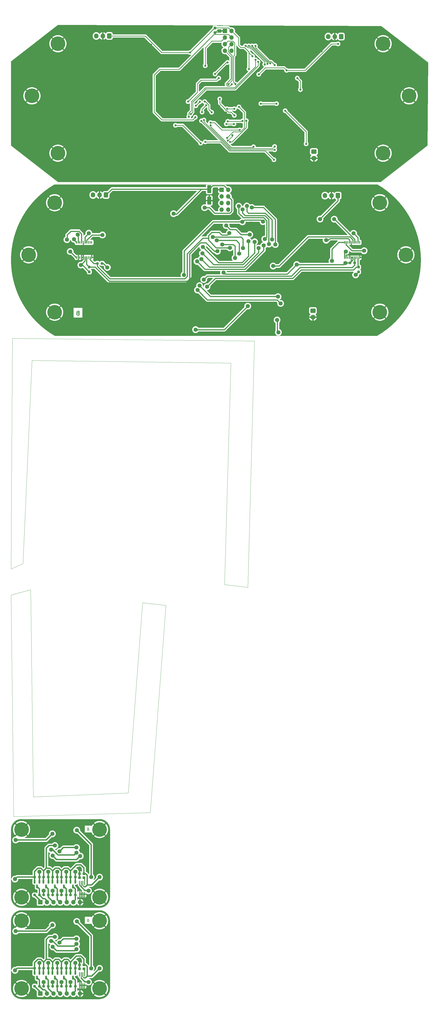
<source format=gbr>
%TF.GenerationSoftware,KiCad,Pcbnew,7.0.6-7.0.6~ubuntu20.04.1*%
%TF.CreationDate,2023-07-11T09:35:53+02:00*%
%TF.ProjectId,output_panel2023-07-11_073542.8350490000,6f757470-7574-45f7-9061-6e656c323032,rev?*%
%TF.SameCoordinates,Original*%
%TF.FileFunction,Copper,L2,Bot*%
%TF.FilePolarity,Positive*%
%FSLAX45Y45*%
G04 Gerber Fmt 4.5, Leading zero omitted, Abs format (unit mm)*
G04 Created by KiCad (PCBNEW 7.0.6-7.0.6~ubuntu20.04.1) date 2023-07-11 09:35:53*
%MOMM*%
%LPD*%
G01*
G04 APERTURE LIST*
G04 Aperture macros list*
%AMRoundRect*
0 Rectangle with rounded corners*
0 $1 Rounding radius*
0 $2 $3 $4 $5 $6 $7 $8 $9 X,Y pos of 4 corners*
0 Add a 4 corners polygon primitive as box body*
4,1,4,$2,$3,$4,$5,$6,$7,$8,$9,$2,$3,0*
0 Add four circle primitives for the rounded corners*
1,1,$1+$1,$2,$3*
1,1,$1+$1,$4,$5*
1,1,$1+$1,$6,$7*
1,1,$1+$1,$8,$9*
0 Add four rect primitives between the rounded corners*
20,1,$1+$1,$2,$3,$4,$5,0*
20,1,$1+$1,$4,$5,$6,$7,0*
20,1,$1+$1,$6,$7,$8,$9,0*
20,1,$1+$1,$8,$9,$2,$3,0*%
G04 Aperture macros list end*
%TA.AperFunction,Profile*%
%ADD10C,0.050000*%
%TD*%
%TA.AperFunction,Profile*%
%ADD11C,0.100000*%
%TD*%
%ADD12C,0.150000*%
%TA.AperFunction,NonConductor*%
%ADD13C,0.150000*%
%TD*%
%ADD14C,0.300000*%
%TA.AperFunction,NonConductor*%
%ADD15C,0.300000*%
%TD*%
%TA.AperFunction,ComponentPad*%
%ADD16R,1.700000X1.700000*%
%TD*%
%TA.AperFunction,ComponentPad*%
%ADD17O,1.700000X1.700000*%
%TD*%
%TA.AperFunction,ComponentPad*%
%ADD18RoundRect,0.250000X0.600000X0.725000X-0.600000X0.725000X-0.600000X-0.725000X0.600000X-0.725000X0*%
%TD*%
%TA.AperFunction,ComponentPad*%
%ADD19O,1.700000X1.950000*%
%TD*%
%TA.AperFunction,ComponentPad*%
%ADD20C,5.600000*%
%TD*%
%TA.AperFunction,SMDPad,CuDef*%
%ADD21RoundRect,0.237500X-0.250000X-0.237500X0.250000X-0.237500X0.250000X0.237500X-0.250000X0.237500X0*%
%TD*%
%TA.AperFunction,SMDPad,CuDef*%
%ADD22RoundRect,0.237500X0.300000X0.237500X-0.300000X0.237500X-0.300000X-0.237500X0.300000X-0.237500X0*%
%TD*%
%TA.AperFunction,ComponentPad*%
%ADD23RoundRect,0.250000X-0.750000X0.600000X-0.750000X-0.600000X0.750000X-0.600000X0.750000X0.600000X0*%
%TD*%
%TA.AperFunction,ComponentPad*%
%ADD24O,2.000000X1.700000*%
%TD*%
%TA.AperFunction,SMDPad,CuDef*%
%ADD25R,0.400000X1.000000*%
%TD*%
%TA.AperFunction,SMDPad,CuDef*%
%ADD26RoundRect,0.150000X-0.150000X0.587500X-0.150000X-0.587500X0.150000X-0.587500X0.150000X0.587500X0*%
%TD*%
%TA.AperFunction,SMDPad,CuDef*%
%ADD27RoundRect,0.100000X-0.100000X0.712500X-0.100000X-0.712500X0.100000X-0.712500X0.100000X0.712500X0*%
%TD*%
%TA.AperFunction,SMDPad,CuDef*%
%ADD28RoundRect,0.237500X-0.237500X0.300000X-0.237500X-0.300000X0.237500X-0.300000X0.237500X0.300000X0*%
%TD*%
%TA.AperFunction,SMDPad,CuDef*%
%ADD29RoundRect,0.237500X0.237500X-0.250000X0.237500X0.250000X-0.237500X0.250000X-0.237500X-0.250000X0*%
%TD*%
%TA.AperFunction,SMDPad,CuDef*%
%ADD30RoundRect,0.237500X0.250000X0.237500X-0.250000X0.237500X-0.250000X-0.237500X0.250000X-0.237500X0*%
%TD*%
%TA.AperFunction,SMDPad,CuDef*%
%ADD31RoundRect,0.250000X-0.550000X1.250000X-0.550000X-1.250000X0.550000X-1.250000X0.550000X1.250000X0*%
%TD*%
%TA.AperFunction,ViaPad*%
%ADD32C,0.800000*%
%TD*%
%TA.AperFunction,ViaPad*%
%ADD33C,1.600000*%
%TD*%
%TA.AperFunction,Conductor*%
%ADD34C,0.250000*%
%TD*%
%TA.AperFunction,Conductor*%
%ADD35C,0.400000*%
%TD*%
%TA.AperFunction,Conductor*%
%ADD36C,0.500000*%
%TD*%
%TA.AperFunction,Conductor*%
%ADD37C,0.300000*%
%TD*%
G04 APERTURE END LIST*
D10*
X4549997Y-29518003D02*
X899996Y-29668003D01*
D11*
X1723822Y-6170000D02*
X14123822Y-6170000D01*
D10*
X9149999Y-21619997D02*
X8249999Y-21519997D01*
D11*
X3450000Y-33917982D02*
G75*
G03*
X3850000Y-33517982I0J400000D01*
G01*
X50000Y-1450000D02*
X1850000Y-50000D01*
D10*
X8249999Y-21519997D02*
X8499999Y-13019997D01*
X49996Y-21918003D02*
X149997Y-30418003D01*
D11*
X16050000Y-4670000D02*
X14250000Y-6070000D01*
X50000Y-37017982D02*
G75*
G03*
X450000Y-37417982I400000J0D01*
G01*
D10*
X1723822Y-6170000D02*
G75*
G03*
X1723822Y-11970000I1674316J-2900000D01*
G01*
D11*
X3849998Y-34417982D02*
G75*
G03*
X3450000Y-34017982I-399998J2D01*
G01*
D10*
X9399999Y-12169997D02*
X9149999Y-21619997D01*
D11*
X14250000Y-6070000D02*
X1850000Y-6070000D01*
D10*
X5999996Y-22318003D02*
X5099997Y-22218003D01*
D11*
X1850000Y-50000D02*
X14270000Y-90000D01*
X450000Y-30517982D02*
G75*
G03*
X50000Y-30917982I0J-400000D01*
G01*
X3849998Y-30917982D02*
G75*
G03*
X3450000Y-30517982I-399998J2D01*
G01*
X3450000Y-37417982D02*
X450000Y-37417982D01*
X450000Y-34017982D02*
G75*
G03*
X50000Y-34417982I0J-400000D01*
G01*
D10*
X8499999Y-13019997D02*
X849999Y-12919997D01*
D11*
X50000Y-33517982D02*
G75*
G03*
X450000Y-33917982I400000J0D01*
G01*
D10*
X14123822Y-11970000D02*
G75*
G03*
X14123822Y-6170000I-1674316J2900000D01*
G01*
X499999Y-20719997D02*
X49999Y-20919997D01*
D11*
X3450000Y-33917982D02*
X450000Y-33917982D01*
X14270000Y-90000D02*
X16070000Y-1480000D01*
D10*
X49999Y-20919997D02*
X99999Y-12069997D01*
D11*
X3450000Y-37417982D02*
G75*
G03*
X3850000Y-37017982I0J400000D01*
G01*
X450000Y-30517982D02*
X3450000Y-30517982D01*
D10*
X99999Y-12069997D02*
X9399999Y-12169997D01*
X5399997Y-30268003D02*
X5999996Y-22318003D01*
X799996Y-21718003D02*
X49996Y-21918003D01*
X149997Y-30418003D02*
X5399997Y-30268003D01*
D11*
X50000Y-37017982D02*
X50000Y-34417982D01*
X16070000Y-1480000D02*
X16050000Y-4670000D01*
D10*
X899996Y-29668003D02*
X799996Y-21718003D01*
D11*
X1723822Y-11970000D02*
X14123822Y-11970000D01*
D10*
X849999Y-12919997D02*
X499999Y-20719997D01*
D11*
X3850000Y-30917982D02*
X3850000Y-33517982D01*
X3850000Y-34417982D02*
X3850000Y-37017982D01*
X1850000Y-6070000D02*
X50000Y-4670000D01*
D10*
X5099997Y-22218003D02*
X4549997Y-29518003D01*
D11*
X450000Y-34017982D02*
X3450000Y-34017982D01*
X50000Y-4670000D02*
X50000Y-1450000D01*
X50000Y-33517982D02*
X50000Y-30917982D01*
D12*
D13*
X3017011Y-30902583D02*
X3031297Y-30907345D01*
X3031297Y-30907345D02*
X3036059Y-30912107D01*
X3036059Y-30912107D02*
X3040821Y-30921631D01*
X3040821Y-30921631D02*
X3040821Y-30935916D01*
X3040821Y-30935916D02*
X3036059Y-30945440D01*
X3036059Y-30945440D02*
X3031297Y-30950202D01*
X3031297Y-30950202D02*
X3021773Y-30954964D01*
X3021773Y-30954964D02*
X2983678Y-30954964D01*
X2983678Y-30954964D02*
X2983678Y-30854964D01*
X2983678Y-30854964D02*
X3017011Y-30854964D01*
X3017011Y-30854964D02*
X3026535Y-30859726D01*
X3026535Y-30859726D02*
X3031297Y-30864488D01*
X3031297Y-30864488D02*
X3036059Y-30874012D01*
X3036059Y-30874012D02*
X3036059Y-30883536D01*
X3036059Y-30883536D02*
X3031297Y-30893059D01*
X3031297Y-30893059D02*
X3026535Y-30897821D01*
X3026535Y-30897821D02*
X3017011Y-30902583D01*
X3017011Y-30902583D02*
X2983678Y-30902583D01*
D14*
D15*
X2609371Y-11102511D02*
X2587943Y-11109654D01*
X2587943Y-11109654D02*
X2580800Y-11116797D01*
X2580800Y-11116797D02*
X2573657Y-11131083D01*
X2573657Y-11131083D02*
X2573657Y-11152511D01*
X2573657Y-11152511D02*
X2580800Y-11166797D01*
X2580800Y-11166797D02*
X2587943Y-11173940D01*
X2587943Y-11173940D02*
X2602228Y-11181083D01*
X2602228Y-11181083D02*
X2659371Y-11181083D01*
X2659371Y-11181083D02*
X2659371Y-11031083D01*
X2659371Y-11031083D02*
X2609371Y-11031083D01*
X2609371Y-11031083D02*
X2595085Y-11038225D01*
X2595085Y-11038225D02*
X2587943Y-11045368D01*
X2587943Y-11045368D02*
X2580800Y-11059654D01*
X2580800Y-11059654D02*
X2580800Y-11073940D01*
X2580800Y-11073940D02*
X2587943Y-11088225D01*
X2587943Y-11088225D02*
X2595085Y-11095368D01*
X2595085Y-11095368D02*
X2609371Y-11102511D01*
X2609371Y-11102511D02*
X2659371Y-11102511D01*
D12*
D13*
X3017011Y-34402583D02*
X3031297Y-34407345D01*
X3031297Y-34407345D02*
X3036059Y-34412107D01*
X3036059Y-34412107D02*
X3040821Y-34421631D01*
X3040821Y-34421631D02*
X3040821Y-34435917D01*
X3040821Y-34435917D02*
X3036059Y-34445440D01*
X3036059Y-34445440D02*
X3031297Y-34450202D01*
X3031297Y-34450202D02*
X3021773Y-34454964D01*
X3021773Y-34454964D02*
X2983678Y-34454964D01*
X2983678Y-34454964D02*
X2983678Y-34354964D01*
X2983678Y-34354964D02*
X3017011Y-34354964D01*
X3017011Y-34354964D02*
X3026535Y-34359726D01*
X3026535Y-34359726D02*
X3031297Y-34364488D01*
X3031297Y-34364488D02*
X3036059Y-34374012D01*
X3036059Y-34374012D02*
X3036059Y-34383536D01*
X3036059Y-34383536D02*
X3031297Y-34393059D01*
X3031297Y-34393059D02*
X3026535Y-34397821D01*
X3026535Y-34397821D02*
X3017011Y-34402583D01*
X3017011Y-34402583D02*
X2983678Y-34402583D01*
D16*
X1175000Y-37207982D03*
D17*
X1429000Y-37207982D03*
X1683000Y-37207982D03*
X1937000Y-37207982D03*
X2191000Y-37207982D03*
X2445000Y-37207982D03*
X2699000Y-37207982D03*
D18*
X12614222Y-6596200D03*
D19*
X12364222Y-6596200D03*
X12114222Y-6596200D03*
D18*
X3825000Y-472500D03*
D19*
X3575000Y-472500D03*
X3325000Y-472500D03*
D20*
X14223822Y-6870000D03*
X450000Y-37017982D03*
X450000Y-30917982D03*
X15223822Y-8870000D03*
X3450000Y-34417982D03*
X3450000Y-37017982D03*
X450000Y-33517982D03*
X1723822Y-6870000D03*
X3450000Y-33517982D03*
X3450000Y-30917982D03*
X1850000Y-770000D03*
X723822Y-8870000D03*
X850000Y-2770000D03*
D18*
X12740400Y-496200D03*
D19*
X12490400Y-496200D03*
X12240400Y-496200D03*
D18*
X3698822Y-6572500D03*
D19*
X3448822Y-6572500D03*
X3198822Y-6572500D03*
D20*
X14223822Y-11070000D03*
X15350000Y-2770000D03*
X1723822Y-11070000D03*
D16*
X8143822Y-6376000D03*
D17*
X8397822Y-6376000D03*
X8143822Y-6630000D03*
X8397822Y-6630000D03*
X8143822Y-6884000D03*
X8397822Y-6884000D03*
X8143822Y-7138000D03*
X8397822Y-7138000D03*
D20*
X14350000Y-4970000D03*
D16*
X8270000Y-276000D03*
D17*
X8524000Y-276000D03*
X8270000Y-530000D03*
X8524000Y-530000D03*
X8270000Y-784000D03*
X8524000Y-784000D03*
X8270000Y-1038000D03*
X8524000Y-1038000D03*
D20*
X14350000Y-770000D03*
X450000Y-34417982D03*
D16*
X1175000Y-33707982D03*
D17*
X1429000Y-33707982D03*
X1683000Y-33707982D03*
X1937000Y-33707982D03*
X2191000Y-33707982D03*
X2445000Y-33707982D03*
X2699000Y-33707982D03*
D20*
X1850000Y-4970000D03*
D21*
X13073572Y-9180000D03*
X13256072Y-9180000D03*
D22*
X2851250Y-36112982D03*
X2678750Y-36112982D03*
D21*
X1643750Y-33427982D03*
X1826250Y-33427982D03*
X1643750Y-32737982D03*
X1826250Y-32737982D03*
X1298750Y-36237982D03*
X1481250Y-36237982D03*
D23*
X11690000Y-4910000D03*
D24*
X11690000Y-5160000D03*
D22*
X2851250Y-32762982D03*
X2678750Y-32762982D03*
D21*
X1298750Y-32737982D03*
X1481250Y-32737982D03*
X2333750Y-32737982D03*
X2516250Y-32737982D03*
D25*
X13447322Y-8970000D03*
X13382322Y-8970000D03*
X13317322Y-8970000D03*
X13252322Y-8970000D03*
X13187322Y-8970000D03*
X13122322Y-8970000D03*
X13057322Y-8970000D03*
X12992322Y-8970000D03*
X12927322Y-8970000D03*
X12862322Y-8970000D03*
X12862322Y-8390000D03*
X12927322Y-8390000D03*
X12992322Y-8390000D03*
X13057322Y-8390000D03*
X13122322Y-8390000D03*
X13187322Y-8390000D03*
X13252322Y-8390000D03*
X13317322Y-8390000D03*
X13382322Y-8390000D03*
X13447322Y-8390000D03*
D21*
X1643750Y-36237982D03*
X1826250Y-36237982D03*
D26*
X950000Y-36414232D03*
X1140000Y-36414232D03*
X1045000Y-36601732D03*
D21*
X1988750Y-36237982D03*
X2171250Y-36237982D03*
D27*
X2678750Y-36471732D03*
X2743750Y-36471732D03*
X2808750Y-36471732D03*
X2873750Y-36471732D03*
X2873750Y-36894232D03*
X2808750Y-36894232D03*
X2743750Y-36894232D03*
X2678750Y-36894232D03*
D26*
X1295000Y-36414232D03*
X1485000Y-36414232D03*
X1390000Y-36601732D03*
D21*
X2333750Y-36927982D03*
X2516250Y-36927982D03*
X2333750Y-36237982D03*
X2516250Y-36237982D03*
D28*
X7890000Y-170000D03*
X7890000Y-342500D03*
D21*
X2333750Y-33427982D03*
X2516250Y-33427982D03*
D26*
X1295000Y-32914232D03*
X1485000Y-32914232D03*
X1390000Y-33101732D03*
X2330000Y-32914232D03*
X2520000Y-32914232D03*
X2425000Y-33101732D03*
X1985000Y-36414232D03*
X2175000Y-36414232D03*
X2080000Y-36601732D03*
X1640000Y-32914232D03*
X1830000Y-32914232D03*
X1735000Y-33101732D03*
D22*
X2851250Y-32612982D03*
X2678750Y-32612982D03*
D26*
X1985000Y-32914232D03*
X2175000Y-32914232D03*
X2080000Y-33101732D03*
X1640000Y-36414232D03*
X1830000Y-36414232D03*
X1735000Y-36601732D03*
D25*
X3147322Y-8970000D03*
X3082322Y-8970000D03*
X3017322Y-8970000D03*
X2952322Y-8970000D03*
X2887322Y-8970000D03*
X2822322Y-8970000D03*
X2757322Y-8970000D03*
X2692322Y-8970000D03*
X2627322Y-8970000D03*
X2562322Y-8970000D03*
X2562322Y-8390000D03*
X2627322Y-8390000D03*
X2692322Y-8390000D03*
X2757322Y-8390000D03*
X2822322Y-8390000D03*
X2887322Y-8390000D03*
X2952322Y-8390000D03*
X3017322Y-8390000D03*
X3082322Y-8390000D03*
X3147322Y-8390000D03*
D22*
X2851250Y-36262982D03*
X2678750Y-36262982D03*
D26*
X2330000Y-36414232D03*
X2520000Y-36414232D03*
X2425000Y-36601732D03*
D21*
X1988750Y-36927982D03*
X2171250Y-36927982D03*
X953750Y-33427982D03*
X1136250Y-33427982D03*
X953750Y-32737982D03*
X1136250Y-32737982D03*
D27*
X2678750Y-32971732D03*
X2743750Y-32971732D03*
X2808750Y-32971732D03*
X2873750Y-32971732D03*
X2873750Y-33394232D03*
X2808750Y-33394232D03*
X2743750Y-33394232D03*
X2678750Y-33394232D03*
D21*
X1643750Y-36927982D03*
X1826250Y-36927982D03*
X1988750Y-32737982D03*
X2171250Y-32737982D03*
X1298750Y-36927982D03*
X1481250Y-36927982D03*
D29*
X3054822Y-9521250D03*
X3054822Y-9338750D03*
D30*
X3546072Y-9200000D03*
X3363572Y-9200000D03*
D21*
X1298750Y-33427982D03*
X1481250Y-33427982D03*
D23*
X11651322Y-11010000D03*
D24*
X11651322Y-11260000D03*
D21*
X953750Y-36927982D03*
X1136250Y-36927982D03*
X953750Y-36237982D03*
X1136250Y-36237982D03*
D29*
X13404822Y-9521250D03*
X13404822Y-9338750D03*
D21*
X1988750Y-33427982D03*
X2171250Y-33427982D03*
D26*
X950000Y-32914232D03*
X1140000Y-32914232D03*
X1045000Y-33101732D03*
D31*
X7666822Y-6347000D03*
X7666822Y-6787000D03*
D32*
X7714770Y-3797770D03*
X8832800Y-4077600D03*
X476200Y-3442600D03*
X8807400Y-4433200D03*
X7689800Y-2299600D03*
X4006800Y-4103000D03*
X8147000Y-4814200D03*
X4387800Y-826400D03*
X8310000Y-3410000D03*
X10458400Y-1359800D03*
X704800Y-4357000D03*
X13100000Y-2858400D03*
X7350000Y-4090000D03*
X7283400Y-4788800D03*
X15386000Y-4280800D03*
X3905200Y-5474600D03*
X8045400Y-3163200D03*
X15411400Y-1766200D03*
X8756600Y-978800D03*
X10001200Y-2223400D03*
X11042600Y-4839600D03*
X5073600Y-826400D03*
X8731200Y-2680600D03*
X5429200Y-5525400D03*
X7613600Y-1055000D03*
X7969200Y-877200D03*
X10687000Y-1055000D03*
X8909000Y-2960000D03*
X6165800Y-699400D03*
X8985200Y-1867800D03*
X13277800Y-5627000D03*
X12312600Y-1207400D03*
X3194000Y-3315600D03*
X8147000Y-2325000D03*
X9163000Y-4179200D03*
X654000Y-1918600D03*
X12109400Y-3925200D03*
X10179000Y-1385200D03*
X11982400Y-1055000D03*
X9730000Y-2830000D03*
X6470600Y-4331600D03*
X984200Y-1055000D03*
X7689800Y-1817000D03*
X10410000Y-2390000D03*
X11703000Y-5677800D03*
X9620200Y-3696600D03*
X3194000Y-2934600D03*
X15538400Y-3442600D03*
X5429200Y-801000D03*
X11118800Y-3747400D03*
X4895800Y-3849000D03*
X8299400Y-1740800D03*
X10712400Y-3671200D03*
X8375600Y-5652400D03*
X7770000Y-3250000D03*
X5683200Y-750200D03*
X8324800Y-2680600D03*
X8807400Y-1842400D03*
X15005000Y-1232800D03*
X5870000Y-630000D03*
X14014400Y-369200D03*
X8810000Y-3490000D03*
X10585400Y-3341000D03*
X11390000Y-4610000D03*
X9330000Y-1250000D03*
X9569400Y-1944000D03*
X8350200Y-3264800D03*
X10639450Y-1791600D03*
X8629600Y-3264800D03*
X7715200Y-3899800D03*
X9366200Y-4722150D03*
X12617400Y-775600D03*
X11050000Y-2090000D03*
X9188400Y-1740800D03*
X6927800Y-1105800D03*
X11170000Y-2530000D03*
X9797570Y-1563430D03*
X9061400Y-851800D03*
X9899170Y-1538030D03*
X9188400Y-851800D03*
X10013470Y-1525330D03*
X9315400Y-851800D03*
X10179000Y-1588400D03*
X9442400Y-851800D03*
X7461200Y-3696600D03*
X10179000Y-4712600D03*
X10179000Y-4839600D03*
X7365493Y-3729092D03*
X7512000Y-4534800D03*
X10153600Y-5220600D03*
X7300000Y-3000000D03*
X7150000Y-3150000D03*
X8554260Y-4280800D03*
X8375600Y-4484000D03*
X8324230Y-3848430D03*
X8614250Y-3849000D03*
X8070000Y-2890000D03*
X8629600Y-3518800D03*
X7334200Y-4585600D03*
X6369000Y-3899800D03*
X9442400Y-1388950D03*
X6880750Y-3569600D03*
X8458764Y-4539442D03*
X9090355Y-3722000D03*
X6953200Y-3468000D03*
X9544000Y-1461400D03*
X7890000Y-1930000D03*
X8370000Y-1490000D03*
X8030000Y-2090000D03*
X6850000Y-2990000D03*
X9650000Y-3070000D03*
X8945405Y-3732145D03*
X8379350Y-3747400D03*
X10250000Y-3070000D03*
X8807400Y-3192350D03*
X8350200Y-4382400D03*
X7512000Y-1613800D03*
X8673550Y-2318150D03*
X8528000Y-2325000D03*
X8401000Y-2325000D03*
X7487550Y-2990000D03*
X7757550Y-3398457D03*
X7390000Y-3390000D03*
X7550000Y-3130000D03*
X7130000Y-3590000D03*
D33*
X6294822Y-7288950D03*
X11922822Y-7498000D03*
X12894822Y-9184000D03*
X9145822Y-10837000D03*
X8315772Y-7743580D03*
X9220822Y-8090000D03*
X2730822Y-9261000D03*
X8214822Y-9548000D03*
X11028822Y-9243000D03*
X13292822Y-9638000D03*
X3749822Y-9352000D03*
X7142822Y-11739000D03*
X8344822Y-9990000D03*
X11234822Y-7990000D03*
X5344822Y-6805000D03*
X11454822Y-8000000D03*
X4989822Y-6814000D03*
X5861822Y-6774000D03*
X10884822Y-7890000D03*
X10757822Y-7092000D03*
X8190822Y-7913000D03*
X10854822Y-7640000D03*
X8921822Y-7894000D03*
X8424822Y-9020000D03*
X9282822Y-7666000D03*
X8315822Y-7449000D03*
X7196822Y-9121000D03*
X9761822Y-8509000D03*
X7362822Y-9032000D03*
X9562822Y-8611000D03*
X7402822Y-8812000D03*
X9408822Y-8369000D03*
X7418822Y-8567000D03*
X9171822Y-8345000D03*
X9799772Y-8264018D03*
X8802326Y-7004719D03*
X9959822Y-8454000D03*
X8942822Y-7125000D03*
X10076822Y-8276000D03*
X9110822Y-6996000D03*
X9299822Y-7053000D03*
X10204822Y-8474000D03*
X10309822Y-10475000D03*
X7293822Y-10052000D03*
X7216381Y-10219957D03*
X10409822Y-10734000D03*
X10324822Y-11840000D03*
X10273822Y-11368000D03*
X3561822Y-8106050D03*
X12470822Y-7502000D03*
X8438947Y-8037125D03*
X8459822Y-8602000D03*
X7578822Y-10094000D03*
X7455700Y-9817330D03*
X7977822Y-8731000D03*
X6695542Y-9641720D03*
X8938447Y-7604657D03*
X9732822Y-7596000D03*
X13619822Y-8713000D03*
X12158822Y-8309000D03*
X12917822Y-8743000D03*
X12383822Y-9104000D03*
X2322822Y-8744000D03*
X13214822Y-8045000D03*
X2612822Y-8096000D03*
X2195822Y-8284000D03*
X2470619Y-8271548D03*
X3037351Y-8038265D03*
X10123822Y-9299000D03*
X7800822Y-8190000D03*
X8965822Y-8609000D03*
X8820822Y-8822000D03*
X7950822Y-8317000D03*
X8656822Y-8992000D03*
X8168822Y-8470855D03*
X7486822Y-7060000D03*
X1988750Y-33267982D03*
X1643750Y-33267982D03*
X3025000Y-33267982D03*
X1298750Y-33267982D03*
X2333750Y-33267982D03*
X2564919Y-31407982D03*
X1485000Y-30907982D03*
X2678750Y-32407982D03*
X1125000Y-32192982D03*
X1735000Y-31532982D03*
X200000Y-32817982D03*
X3450000Y-32742982D03*
X225000Y-31317982D03*
X1635000Y-31082982D03*
X1136250Y-32532982D03*
X1481250Y-32532982D03*
X3125000Y-32742982D03*
X2575000Y-30942982D03*
X2564919Y-31807982D03*
X1585000Y-31692982D03*
X2707076Y-31933968D03*
X1650000Y-31917982D03*
X1910000Y-31757982D03*
X2564919Y-31607982D03*
X1826250Y-32532982D03*
X2516250Y-32532982D03*
X2171250Y-32532982D03*
X1298750Y-36767982D03*
X3025000Y-36767982D03*
X1643750Y-36767982D03*
X2333750Y-36767982D03*
X1988750Y-36767982D03*
X2564919Y-34907982D03*
X1485000Y-34407982D03*
X2678750Y-35907982D03*
X1125000Y-35692982D03*
X1735000Y-35032982D03*
X200000Y-36317982D03*
X3450000Y-36242982D03*
X225000Y-34817982D03*
X1635000Y-34582982D03*
X1136250Y-36032982D03*
X1481250Y-36032982D03*
X2575000Y-34442982D03*
X3125000Y-36242982D03*
X1585000Y-35192982D03*
X2564919Y-35307982D03*
X1650000Y-35417982D03*
X2564919Y-35507982D03*
X1910000Y-35257982D03*
X2564919Y-35107982D03*
X1826250Y-36032982D03*
X2516250Y-36032982D03*
X2171250Y-36032982D03*
D34*
X8832800Y-4077600D02*
X8147000Y-4077600D01*
X8147000Y-4077600D02*
X7867170Y-3797770D01*
X7867170Y-3797770D02*
X7714770Y-3797770D01*
X7890000Y-342500D02*
X7956500Y-276000D01*
X7956500Y-276000D02*
X8270000Y-276000D01*
X11390000Y-4145600D02*
X11390000Y-4610000D01*
X10890200Y-3645800D02*
X11390000Y-4145600D01*
X10890200Y-3645800D02*
X10585400Y-3341000D01*
X11050000Y-2090000D02*
X11170000Y-2210000D01*
X7727440Y-3963760D02*
X7727440Y-3912039D01*
X8790000Y-542000D02*
X8790000Y-830000D01*
X9017070Y-910000D02*
X9188400Y-1081330D01*
X12364330Y-775600D02*
X11348330Y-1791600D01*
X11170000Y-2210000D02*
X11170000Y-2530000D01*
X8406500Y-158500D02*
X8524000Y-276000D01*
X6927800Y-1105800D02*
X7875100Y-158500D01*
X10543650Y-1695800D02*
X9817600Y-1695800D01*
X12617400Y-775600D02*
X12364330Y-775600D01*
X9188400Y-1081330D02*
X9188400Y-1108400D01*
X8553400Y-4749600D02*
X8513280Y-4749600D01*
X8524000Y-276000D02*
X8790000Y-542000D01*
X9188400Y-1081330D02*
X9188400Y-1740800D01*
X9366200Y-4722150D02*
X9338750Y-4749600D01*
X3825000Y-472500D02*
X5203231Y-472500D01*
X9188400Y-1108400D02*
X9330000Y-1250000D01*
X8790000Y-830000D02*
X8870000Y-910000D01*
X9338750Y-4749600D02*
X8553400Y-4749600D01*
X7875100Y-158500D02*
X8406500Y-158500D01*
X8481600Y-318400D02*
X8524000Y-276000D01*
X7727440Y-3912039D02*
X7715200Y-3899800D01*
X8513280Y-4749600D02*
X7727440Y-3963760D01*
X8629600Y-3264800D02*
X8350200Y-3264800D01*
X8870000Y-910000D02*
X9017070Y-910000D01*
X11348330Y-1791600D02*
X10639450Y-1791600D01*
X5836530Y-1105800D02*
X6927800Y-1105800D01*
X10639450Y-1791600D02*
X10543650Y-1695800D01*
X9817600Y-1695800D02*
X9569400Y-1944000D01*
X5203231Y-472500D02*
X5836530Y-1105800D01*
X9115900Y-851800D02*
X9115900Y-881830D01*
X9115900Y-881830D02*
X9158370Y-924300D01*
X9266730Y-969300D02*
X9305621Y-969300D01*
X9158370Y-924300D02*
X9221730Y-924300D01*
X9221730Y-924300D02*
X9266730Y-969300D01*
X9797570Y-1461249D02*
X9797570Y-1563430D01*
X9061400Y-851800D02*
X9115900Y-851800D01*
X9305621Y-969300D02*
X9797570Y-1461249D01*
X9242900Y-881830D02*
X9285370Y-924300D01*
X9188400Y-851800D02*
X9242900Y-851800D01*
X9899170Y-1499209D02*
X9899170Y-1538030D01*
X9242900Y-851800D02*
X9242900Y-881830D01*
X9324260Y-924300D02*
X9899170Y-1499209D01*
X9285370Y-924300D02*
X9324260Y-924300D01*
X9988930Y-1525330D02*
X9315400Y-851800D01*
X10013470Y-1525330D02*
X9988930Y-1525330D01*
X9980070Y-1452830D02*
X10043430Y-1452830D01*
X9442400Y-915160D02*
X9980070Y-1452830D01*
X10043430Y-1452830D02*
X10179000Y-1588400D01*
X9442400Y-851800D02*
X9442400Y-915160D01*
X8470320Y-4770280D02*
X8494640Y-4794600D01*
X10077400Y-4794600D02*
X10097000Y-4794600D01*
X10097000Y-4794600D02*
X10179000Y-4712600D01*
X7461200Y-3696600D02*
X7461200Y-3761160D01*
X8494640Y-4794600D02*
X9823400Y-4794600D01*
X9823400Y-4794600D02*
X10057800Y-4794600D01*
X7568620Y-3868580D02*
X8470320Y-4770280D01*
X7461200Y-3761160D02*
X7568620Y-3868580D01*
X10057800Y-4794600D02*
X10077400Y-4794600D01*
X7365493Y-3729092D02*
X8476001Y-4839600D01*
X8476001Y-4839600D02*
X10179000Y-4839600D01*
X7512000Y-4534800D02*
X8107561Y-4534800D01*
X8107561Y-4534800D02*
X8165380Y-4592619D01*
X8165380Y-4592619D02*
X8457361Y-4884600D01*
X9036000Y-4884600D02*
X9817600Y-4884600D01*
X8457361Y-4884600D02*
X9036000Y-4884600D01*
X9817600Y-4884600D02*
X10153600Y-5220600D01*
X7150000Y-3150000D02*
X7300000Y-3000000D01*
X8554260Y-4322409D02*
X8370969Y-4505700D01*
X8554260Y-4280800D02*
X8554260Y-4322409D01*
X8613681Y-3848430D02*
X8614250Y-3849000D01*
X8324230Y-3848430D02*
X8613681Y-3848430D01*
X8500800Y-3390000D02*
X8382500Y-3390000D01*
X8339830Y-3337300D02*
X8320169Y-3337300D01*
X8382500Y-3390000D02*
X8382500Y-3379969D01*
X8277700Y-3294830D02*
X8277700Y-3275169D01*
X8382500Y-3379969D02*
X8339830Y-3337300D01*
X8277700Y-3275169D02*
X8101265Y-3098734D01*
X8101265Y-3098734D02*
X8070000Y-3067469D01*
X8101265Y-3098734D02*
X8092530Y-3090000D01*
X8320169Y-3337300D02*
X8277700Y-3294830D01*
X8629600Y-3518800D02*
X8500800Y-3390000D01*
X8070000Y-3067469D02*
X8070000Y-2890000D01*
X6648400Y-3899800D02*
X6369000Y-3899800D01*
X7334200Y-4585600D02*
X6648400Y-3899800D01*
X6985000Y-2991360D02*
X7518560Y-2457800D01*
X6880750Y-3437919D02*
X6985000Y-3333669D01*
X9442400Y-1651760D02*
X9442400Y-1388950D01*
X8636360Y-2457800D02*
X9442400Y-1651760D01*
X6985000Y-3333669D02*
X6985000Y-2991360D01*
X7518560Y-2457800D02*
X8636360Y-2457800D01*
X6880750Y-3569600D02*
X6880750Y-3437919D01*
X8537128Y-4539442D02*
X9090355Y-3986215D01*
X8458764Y-4539442D02*
X8537128Y-4539442D01*
X9090355Y-3986215D02*
X9090355Y-3722000D01*
X6953200Y-3468000D02*
X7030000Y-3391200D01*
X7030000Y-3391200D02*
X7030000Y-3010000D01*
X7537200Y-2502800D02*
X8655000Y-2502800D01*
X9544000Y-1613800D02*
X9544000Y-1461400D01*
X7030000Y-3010000D02*
X7537200Y-2502800D01*
X8655000Y-2502800D02*
X9544000Y-1613800D01*
X7890000Y-1930000D02*
X8330000Y-1490000D01*
X8330000Y-1490000D02*
X8370000Y-1490000D01*
X7370000Y-2170000D02*
X7950000Y-2170000D01*
X7210000Y-2310000D02*
X7350000Y-2170000D01*
X6850000Y-2990000D02*
X7210000Y-2630000D01*
X7350000Y-2170000D02*
X7370000Y-2170000D01*
X7210000Y-2630000D02*
X7210000Y-2310000D01*
X7950000Y-2170000D02*
X8030000Y-2090000D01*
X8930150Y-3747400D02*
X8945405Y-3732145D01*
X8379350Y-3747400D02*
X8930150Y-3747400D01*
X9650000Y-3070000D02*
X10250000Y-3070000D01*
X8582500Y-4150100D02*
X8862831Y-4150100D01*
X8862831Y-4150100D02*
X9017905Y-3995025D01*
X9017905Y-3995025D02*
X9017905Y-3402855D01*
X8350200Y-4382400D02*
X8582500Y-4150100D01*
X9017905Y-3402855D02*
X8807400Y-3192350D01*
X7512000Y-1613800D02*
X7512000Y-928000D01*
X7770000Y-670000D02*
X8130000Y-670000D01*
X8130000Y-670000D02*
X8270000Y-530000D01*
X7512000Y-928000D02*
X7770000Y-670000D01*
X8387500Y-666500D02*
X8270000Y-784000D01*
X8595000Y-2239600D02*
X8595000Y-1250000D01*
X8572670Y-666500D02*
X8387500Y-666500D01*
X8673550Y-2318150D02*
X8595000Y-2239600D01*
X8641500Y-735330D02*
X8572670Y-666500D01*
X8641500Y-1203500D02*
X8641500Y-735330D01*
X8595000Y-1250000D02*
X8641500Y-1203500D01*
X8455500Y-2397500D02*
X8370969Y-2397500D01*
X8528000Y-2325000D02*
X8455500Y-2397500D01*
X8502600Y-2120869D02*
X8502600Y-1270600D01*
X8502600Y-1270600D02*
X8270000Y-1038000D01*
X8370969Y-2397500D02*
X8324800Y-2351330D01*
X8324800Y-2351330D02*
X8324800Y-2298669D01*
X8324800Y-2298669D02*
X8502600Y-2120869D01*
X8406500Y-901500D02*
X8524000Y-784000D01*
X8406500Y-1086670D02*
X8406500Y-901500D01*
X8550000Y-1230000D02*
X8549830Y-1230000D01*
X8549830Y-1230000D02*
X8406500Y-1086670D01*
X8550000Y-1230000D02*
X8550000Y-2176000D01*
X8550000Y-2176000D02*
X8401000Y-2325000D01*
X7512530Y-2990000D02*
X7487550Y-2990000D01*
X7757550Y-3398457D02*
X7650000Y-3290907D01*
X7650000Y-3290907D02*
X7650000Y-3127469D01*
X7650000Y-3127469D02*
X7512530Y-2990000D01*
X7550000Y-3130000D02*
X7390000Y-3290000D01*
X7390000Y-3290000D02*
X7390000Y-3390000D01*
X7847500Y-412500D02*
X8406500Y-412500D01*
X7821500Y-438500D02*
X7847500Y-412500D01*
X5770000Y-1750000D02*
X5550000Y-1970000D01*
X5550000Y-3390000D02*
X5850000Y-3690000D01*
X7821500Y-438500D02*
X6510000Y-1750000D01*
X7030000Y-3690000D02*
X7130000Y-3590000D01*
X8406500Y-412500D02*
X8524000Y-530000D01*
X6510000Y-1750000D02*
X5770000Y-1750000D01*
X5850000Y-3690000D02*
X7030000Y-3690000D01*
X5550000Y-1970000D02*
X5550000Y-3390000D01*
D35*
X11028822Y-9243000D02*
X12835822Y-9243000D01*
X13187322Y-9066250D02*
X13073572Y-9180000D01*
X8397822Y-6376000D02*
X8235822Y-6214000D01*
X12614222Y-6800600D02*
X12614222Y-6596200D01*
X8243822Y-11739000D02*
X9145822Y-10837000D01*
X13122322Y-9131250D02*
X13073572Y-9180000D01*
X3597822Y-9200000D02*
X3749822Y-9352000D01*
X8271822Y-9605000D02*
X8214822Y-9548000D01*
X8691822Y-7899000D02*
X8471192Y-7899000D01*
X10666822Y-9605000D02*
X8271822Y-9605000D01*
X13187322Y-8970000D02*
X13122322Y-8970000D01*
X7369822Y-6347000D02*
X6411822Y-7305000D01*
X7799822Y-6214000D02*
X7666822Y-6347000D01*
X11922822Y-7492000D02*
X12614222Y-6800600D01*
X12898822Y-9180000D02*
X12894822Y-9184000D01*
X13187322Y-8970000D02*
X13187322Y-9066250D01*
X11028822Y-9243000D02*
X10666822Y-9605000D01*
X3924322Y-6347000D02*
X3698822Y-6572500D01*
X8235822Y-6214000D02*
X7799822Y-6214000D01*
X11922822Y-7498000D02*
X11922822Y-7492000D01*
X7142822Y-11739000D02*
X8243822Y-11739000D01*
X13404822Y-9521250D02*
X13292822Y-9633250D01*
X8882822Y-8090000D02*
X8691822Y-7899000D01*
X3054822Y-9521250D02*
X2794572Y-9261000D01*
X3546072Y-9200000D02*
X3597822Y-9200000D01*
X2887322Y-9104500D02*
X2887322Y-8970000D01*
X13073572Y-9180000D02*
X12898822Y-9180000D01*
X13122322Y-8970000D02*
X13122322Y-9131250D01*
X7666822Y-6347000D02*
X7369822Y-6347000D01*
X2730822Y-9261000D02*
X2887322Y-9104500D01*
X8471192Y-7899000D02*
X8315772Y-7743580D01*
X6310872Y-7305000D02*
X6294822Y-7288950D01*
X12835822Y-9243000D02*
X12894822Y-9184000D01*
X6411822Y-7305000D02*
X6310872Y-7305000D01*
X7369822Y-6347000D02*
X3924322Y-6347000D01*
X2794572Y-9261000D02*
X2730822Y-9261000D01*
X13292822Y-9633250D02*
X13292822Y-9638000D01*
X9220822Y-8090000D02*
X8882822Y-8090000D01*
X13691822Y-8520000D02*
X13761822Y-8590000D01*
X12927322Y-8880000D02*
X12927322Y-8970000D01*
X13457822Y-8875000D02*
X13066822Y-8875000D01*
X2757322Y-8782500D02*
X2709822Y-8735000D01*
X5344822Y-6805000D02*
X4998822Y-6805000D01*
X13761822Y-8590000D02*
X13761822Y-8825000D01*
X13447322Y-8970000D02*
X13447322Y-8885500D01*
X9149822Y-7666000D02*
X8921822Y-7894000D01*
X3034822Y-8640000D02*
X3147322Y-8752500D01*
X2757322Y-8970000D02*
X2757322Y-8782500D01*
X3147322Y-8752500D02*
X3147322Y-8970000D01*
X13761822Y-8825000D02*
X13711822Y-8875000D01*
X2822322Y-8485000D02*
X2822322Y-8640000D01*
X13162322Y-8520000D02*
X13691822Y-8520000D01*
X2822322Y-8485000D02*
X2822322Y-8423995D01*
X2822322Y-8622500D02*
X2822322Y-8485000D01*
X13447322Y-8885500D02*
X13457822Y-8875000D01*
X13122322Y-8390000D02*
X13122322Y-8480000D01*
X13057322Y-8970000D02*
X13057322Y-8884500D01*
X9282822Y-7666000D02*
X9149822Y-7666000D01*
X2627322Y-8970000D02*
X2627322Y-9080000D01*
X13066822Y-8875000D02*
X12932322Y-8875000D01*
X2822322Y-8970000D02*
X2822322Y-8485000D01*
X4998822Y-6805000D02*
X4989822Y-6814000D01*
X2627322Y-8817500D02*
X2709822Y-8735000D01*
X13057322Y-8884500D02*
X13066822Y-8875000D01*
X13122322Y-8480000D02*
X13162322Y-8520000D01*
X12932322Y-8875000D02*
X12927322Y-8880000D01*
X2822322Y-8970000D02*
X2822322Y-9032500D01*
X2627322Y-9097500D02*
X2564822Y-9160000D01*
X5344822Y-6805000D02*
X5830822Y-6805000D01*
X13711822Y-8875000D02*
X13457822Y-8875000D01*
X2627322Y-8970000D02*
X2627322Y-8817500D01*
X2709822Y-8735000D02*
X2822322Y-8622500D01*
X2822322Y-9032500D02*
X2757322Y-9097500D01*
X5830822Y-6805000D02*
X5861822Y-6774000D01*
X2822322Y-8640000D02*
X3034822Y-8640000D01*
X2757322Y-9097500D02*
X2757322Y-8970000D01*
X9761822Y-8509000D02*
X9761822Y-8697000D01*
X9035772Y-9423050D02*
X7498872Y-9423050D01*
X9761822Y-8697000D02*
X9035772Y-9423050D01*
X7498872Y-9423050D02*
X7196822Y-9121000D01*
X9562822Y-8778000D02*
X9001822Y-9339000D01*
X9001822Y-9339000D02*
X7669822Y-9339000D01*
X7669822Y-9339000D02*
X7362822Y-9032000D01*
X9562822Y-8611000D02*
X9562822Y-8778000D01*
X9408822Y-8799000D02*
X8961822Y-9246000D01*
X8961822Y-9246000D02*
X7836822Y-9246000D01*
X9408822Y-8369000D02*
X9408822Y-8799000D01*
X7836822Y-9246000D02*
X7402822Y-8812000D01*
X8926822Y-9169000D02*
X8020822Y-9169000D01*
X9171822Y-8345000D02*
X9171822Y-8924000D01*
X9171822Y-8924000D02*
X8926822Y-9169000D01*
X8020822Y-9169000D02*
X7418822Y-8567000D01*
X9757822Y-7444000D02*
X9878822Y-7565000D01*
X9844822Y-8282000D02*
X9826841Y-8264018D01*
X8976822Y-7444000D02*
X9757822Y-7444000D01*
X8802326Y-7269504D02*
X8976822Y-7444000D01*
X8802326Y-7004719D02*
X8802326Y-7269504D01*
X9878822Y-8184968D02*
X9799772Y-8264018D01*
X9878822Y-7565000D02*
X9878822Y-8184968D01*
X9951872Y-7513050D02*
X9951872Y-8446050D01*
X9951872Y-8446050D02*
X9959822Y-8454000D01*
X9045822Y-7367000D02*
X9805822Y-7367000D01*
X8942822Y-7264000D02*
X9045822Y-7367000D01*
X8942822Y-7125000D02*
X8942822Y-7264000D01*
X9805822Y-7367000D02*
X9951872Y-7513050D01*
X9110822Y-6996000D02*
X9110822Y-7205000D01*
X9817822Y-7269000D02*
X10076822Y-7528000D01*
X9110822Y-7205000D02*
X9174822Y-7269000D01*
X9174822Y-7269000D02*
X9817822Y-7269000D01*
X10076822Y-7528000D02*
X10076822Y-8276000D01*
X9299822Y-7053000D02*
X9748822Y-7053000D01*
X10204822Y-7509000D02*
X10204822Y-8474000D01*
X9748822Y-7053000D02*
X10204822Y-7509000D01*
X10300822Y-10466000D02*
X7707822Y-10466000D01*
X7707822Y-10466000D02*
X7293822Y-10052000D01*
X10309822Y-10475000D02*
X10300822Y-10466000D01*
X10271822Y-10596000D02*
X7592424Y-10596000D01*
X7592424Y-10596000D02*
X7216381Y-10219957D01*
X10409822Y-10734000D02*
X10271822Y-10596000D01*
X10324822Y-11840000D02*
X10284822Y-11800000D01*
X10284822Y-11379000D02*
X10273822Y-11368000D01*
X10284822Y-11800000D02*
X10284822Y-11379000D01*
X2952322Y-8390000D02*
X2952322Y-8317500D01*
X3163772Y-8106050D02*
X3561822Y-8106050D01*
X2952322Y-8317500D02*
X3163772Y-8106050D01*
X13252322Y-8283500D02*
X13252322Y-8390000D01*
X12486175Y-7502000D02*
X13252272Y-8268096D01*
X13252272Y-8268096D02*
X13252272Y-8283450D01*
X13252272Y-8283450D02*
X13252322Y-8283500D01*
X12470822Y-7502000D02*
X12486175Y-7502000D01*
X13214822Y-9446000D02*
X13322072Y-9338750D01*
X7637469Y-8280000D02*
X7637469Y-8135647D01*
X3082322Y-8970000D02*
X3082322Y-9055000D01*
X7637469Y-8135647D02*
X7763116Y-8010000D01*
X8459822Y-8602000D02*
X7932528Y-8602000D01*
X10873822Y-9767000D02*
X11194822Y-9446000D01*
X7417898Y-8230000D02*
X7637469Y-8230000D01*
X7763116Y-8010000D02*
X8048822Y-8010000D01*
X11194822Y-9446000D02*
X13214822Y-9446000D01*
X13382322Y-8970000D02*
X13382322Y-9316250D01*
X7637469Y-8306941D02*
X7637469Y-8280000D01*
X6821822Y-8826076D02*
X7417898Y-8230000D01*
X6821822Y-9692146D02*
X6821822Y-8826076D01*
X3363572Y-9200000D02*
X3363572Y-9308750D01*
X13322072Y-9338750D02*
X13404822Y-9338750D01*
X8368072Y-8108000D02*
X8438947Y-8037125D01*
X3082322Y-9055000D02*
X3227322Y-9200000D01*
X7932528Y-8602000D02*
X7637469Y-8306941D01*
X3363572Y-9308750D02*
X3840822Y-9786000D01*
X13382322Y-9316250D02*
X13404822Y-9338750D01*
X3227322Y-9200000D02*
X3363572Y-9200000D01*
X7637469Y-8230000D02*
X7637469Y-8280000D01*
X7905822Y-9767000D02*
X10873822Y-9767000D01*
X3840822Y-9786000D02*
X6727969Y-9786000D01*
X8048822Y-8010000D02*
X8146822Y-8108000D01*
X7578822Y-10094000D02*
X7905822Y-9767000D01*
X6727969Y-9786000D02*
X6821822Y-9692146D01*
X8146822Y-8108000D02*
X8368072Y-8108000D01*
X7455700Y-9817330D02*
X7588030Y-9685000D01*
X7588030Y-9685000D02*
X10822822Y-9685000D01*
X13252322Y-9176250D02*
X13252322Y-8970000D01*
X6911822Y-8828000D02*
X7329822Y-8410000D01*
X2952322Y-9236250D02*
X3054822Y-9338750D01*
X7536822Y-8410000D02*
X7857822Y-8731000D01*
X2952322Y-8970000D02*
X2952322Y-9236250D01*
X13256072Y-9258750D02*
X13256072Y-9180000D01*
X3824822Y-9880000D02*
X6825822Y-9880000D01*
X3283572Y-9338750D02*
X3824822Y-9880000D01*
X3054822Y-9338750D02*
X3283572Y-9338750D01*
X7329822Y-8410000D02*
X7536822Y-8410000D01*
X10822822Y-9685000D02*
X11153822Y-9354000D01*
X13160822Y-9354000D02*
X13256072Y-9258750D01*
X13256072Y-9180000D02*
X13252322Y-9176250D01*
X6911822Y-9794000D02*
X6911822Y-8828000D01*
X7857822Y-8731000D02*
X7977822Y-8731000D01*
X6825822Y-9880000D02*
X6911822Y-9794000D01*
X11153822Y-9354000D02*
X13160822Y-9354000D01*
X7822165Y-7604657D02*
X8938447Y-7604657D01*
X9667822Y-7531000D02*
X9012104Y-7531000D01*
X9012104Y-7531000D02*
X8938447Y-7604657D01*
X6703542Y-9633720D02*
X6703542Y-8723280D01*
X6703542Y-8723280D02*
X7822165Y-7604657D01*
X6695542Y-9641720D02*
X6703542Y-9633720D01*
X9732822Y-7596000D02*
X9667822Y-7531000D01*
X12927322Y-8485000D02*
X13155322Y-8713000D01*
X12927322Y-8390000D02*
X12927322Y-8485000D01*
X13155322Y-8713000D02*
X13619822Y-8713000D01*
X12241822Y-8309000D02*
X12303822Y-8247000D01*
X12303822Y-8247000D02*
X13009322Y-8247000D01*
X13009322Y-8247000D02*
X13057322Y-8295000D01*
X12158822Y-8309000D02*
X12241822Y-8309000D01*
X13057322Y-8295000D02*
X13057322Y-8390000D01*
X12917822Y-8743000D02*
X12862322Y-8798500D01*
X12862322Y-8798500D02*
X12862322Y-8970000D01*
X12628822Y-8407000D02*
X12645822Y-8390000D01*
X12645822Y-8390000D02*
X12862322Y-8390000D01*
X12383822Y-9104000D02*
X12383822Y-8652000D01*
X12383822Y-8652000D02*
X12628822Y-8407000D01*
X2562322Y-8970000D02*
X2548822Y-8970000D01*
X2548822Y-8970000D02*
X2322822Y-8744000D01*
X13382322Y-8390000D02*
X13382322Y-8212500D01*
X13382322Y-8212500D02*
X13214822Y-8045000D01*
X2627322Y-8390000D02*
X2627322Y-8110500D01*
X2627322Y-8110500D02*
X2612822Y-8096000D01*
X2348822Y-7963000D02*
X2656822Y-7963000D01*
X2656822Y-7963000D02*
X2758822Y-8065000D01*
X2206822Y-8273000D02*
X2206822Y-8105000D01*
X2758822Y-8159000D02*
X2757322Y-8160500D01*
X2757322Y-8160500D02*
X2757322Y-8390000D01*
X2758822Y-8065000D02*
X2758822Y-8159000D01*
X2195822Y-8284000D02*
X2206822Y-8273000D01*
X2206822Y-8105000D02*
X2348822Y-7963000D01*
X2470619Y-8298296D02*
X2470619Y-8271548D01*
X2562322Y-8390000D02*
X2470619Y-8298296D01*
X2887322Y-8188294D02*
X3037351Y-8038265D01*
X2887322Y-8390000D02*
X2887322Y-8188294D01*
X10347822Y-9299000D02*
X11464822Y-8182000D01*
X13187322Y-8295000D02*
X13187322Y-8395000D01*
X10123822Y-9299000D02*
X10347822Y-9299000D01*
X13074322Y-8182000D02*
X13187322Y-8295000D01*
X11464822Y-8182000D02*
X13074322Y-8182000D01*
X8896822Y-8190000D02*
X7800822Y-8190000D01*
X8965822Y-8259000D02*
X8896822Y-8190000D01*
X8965822Y-8609000D02*
X8965822Y-8259000D01*
X8820822Y-8822000D02*
X8820822Y-8432000D01*
X8820822Y-8432000D02*
X8705822Y-8317000D01*
X8705822Y-8317000D02*
X7950822Y-8317000D01*
X8656822Y-8537000D02*
X8590678Y-8470855D01*
X8656822Y-8992000D02*
X8656822Y-8537000D01*
X8590678Y-8470855D02*
X8168822Y-8470855D01*
X8527822Y-6760000D02*
X8397822Y-6630000D01*
X8451670Y-7268000D02*
X8527822Y-7191847D01*
X8527822Y-7191847D02*
X8527822Y-6760000D01*
X7486822Y-7060000D02*
X7672817Y-7060000D01*
X7672817Y-7060000D02*
X7880817Y-7268000D01*
X7880817Y-7268000D02*
X8451670Y-7268000D01*
D36*
X1988750Y-33267982D02*
X1988750Y-33427982D01*
X1175000Y-33649232D02*
X953750Y-33427982D01*
X1643750Y-33267982D02*
X1643750Y-33427982D01*
X3015000Y-33257982D02*
X2885674Y-33257982D01*
D37*
X2678750Y-32971732D02*
X2678750Y-33051058D01*
D36*
X2333750Y-33267982D02*
X2333750Y-33427982D01*
X1298750Y-33427982D02*
X1298750Y-33267982D01*
D37*
X2743750Y-32971732D02*
X2743750Y-33116058D01*
D36*
X2885674Y-33257982D02*
X2743750Y-33116058D01*
D37*
X2678750Y-33051058D02*
X2743750Y-33116058D01*
D36*
X1175000Y-33707982D02*
X1175000Y-33649232D01*
X3025000Y-33267982D02*
X3015000Y-33257982D01*
X2290000Y-31407982D02*
X1790000Y-30907982D01*
X2678750Y-32612982D02*
X2678750Y-32762982D01*
X1790000Y-30907982D02*
X1485000Y-30907982D01*
X2678750Y-32612982D02*
X2678750Y-32407982D01*
X2564919Y-31407982D02*
X2290000Y-31407982D01*
X2678750Y-32411732D02*
X2675000Y-32407982D01*
X1405331Y-32397982D02*
X1298750Y-32504563D01*
X950000Y-32914232D02*
X950000Y-32741732D01*
X950000Y-32741732D02*
X953750Y-32737982D01*
X2920000Y-32612982D02*
X2851250Y-32612982D01*
X1750331Y-32397982D02*
X1882169Y-32397982D01*
X1537169Y-32397982D02*
X1405331Y-32397982D01*
X1510000Y-31532982D02*
X1405331Y-31637651D01*
X280000Y-32737982D02*
X953750Y-32737982D01*
X2095331Y-32397982D02*
X1988750Y-32504563D01*
X2734669Y-32272982D02*
X2565331Y-32272982D01*
X953750Y-32737982D02*
X953750Y-32524563D01*
X1985000Y-32741732D02*
X1988750Y-32737982D01*
X200000Y-32817982D02*
X280000Y-32737982D01*
X1643750Y-32504563D02*
X1537169Y-32397982D01*
X953750Y-32524563D02*
X1080331Y-32397982D01*
D37*
X2808750Y-33065764D02*
X2850968Y-33107982D01*
D36*
X1295000Y-32741732D02*
X1298750Y-32737982D01*
X3149326Y-33043656D02*
X2975000Y-33043656D01*
X1735000Y-31532982D02*
X1510000Y-31532982D01*
X1640000Y-32914232D02*
X1640000Y-32741732D01*
X1192169Y-32397982D02*
X1298750Y-32504563D01*
X1643750Y-32504563D02*
X1750331Y-32397982D01*
X1298750Y-32504563D02*
X1298750Y-32737982D01*
X2333750Y-32737982D02*
X2333750Y-32504563D01*
X2851250Y-32389563D02*
X2734669Y-32272982D01*
X2851250Y-32612982D02*
X2851250Y-32389563D01*
X2910674Y-33107982D02*
X2850968Y-33107982D01*
X1882169Y-32397982D02*
X1988750Y-32504563D01*
X2330000Y-32914232D02*
X2330000Y-32741732D01*
X3149326Y-33043656D02*
X3450000Y-32742982D01*
X1640000Y-32741732D02*
X1643750Y-32737982D01*
X1405331Y-31637651D02*
X1405331Y-32397982D01*
X2975000Y-33043656D02*
X2975000Y-32667982D01*
X2227169Y-32397982D02*
X2095331Y-32397982D01*
X2975000Y-32667982D02*
X2920000Y-32612982D01*
X2975000Y-33043656D02*
X2910674Y-33107982D01*
X2330000Y-32741732D02*
X2333750Y-32737982D01*
X2565331Y-32272982D02*
X2333750Y-32504563D01*
X2333750Y-32504563D02*
X2227169Y-32397982D01*
D37*
X2808750Y-32971732D02*
X2808750Y-33065764D01*
D36*
X1080331Y-32397982D02*
X1192169Y-32397982D01*
X1643750Y-32737982D02*
X1643750Y-32504563D01*
X1988750Y-32504563D02*
X1988750Y-32737982D01*
X1985000Y-32914232D02*
X1985000Y-32741732D01*
X1295000Y-32914232D02*
X1295000Y-32741732D01*
X1429000Y-33646982D02*
X1350000Y-33567982D01*
X1429000Y-33707982D02*
X1429000Y-33646982D01*
X1136250Y-33192982D02*
X1045000Y-33101732D01*
X1136250Y-33427982D02*
X1136250Y-33192982D01*
X1350000Y-33567982D02*
X1276250Y-33567982D01*
X1276250Y-33567982D02*
X1136250Y-33427982D01*
X1481250Y-33514232D02*
X1675000Y-33707982D01*
X1481250Y-33427982D02*
X1481250Y-33514232D01*
X1481250Y-33427982D02*
X1481250Y-33192982D01*
X1481250Y-33192982D02*
X1390000Y-33101732D01*
X1826250Y-33427982D02*
X1826250Y-33609232D01*
X1826250Y-33427982D02*
X1826250Y-33192982D01*
X1826250Y-33609232D02*
X1925000Y-33707982D01*
X1826250Y-33192982D02*
X1735000Y-33101732D01*
X2171250Y-33427982D02*
X2171250Y-33192982D01*
X2171250Y-33704232D02*
X2175000Y-33707982D01*
X2171250Y-33192982D02*
X2080000Y-33101732D01*
X2171250Y-33427982D02*
X2171250Y-33704232D01*
X1400000Y-31317982D02*
X1635000Y-31082982D01*
X225000Y-31317982D02*
X1400000Y-31317982D01*
X2516250Y-33192982D02*
X2425000Y-33101732D01*
X2516250Y-33427982D02*
X2516250Y-33616732D01*
X2516250Y-33616732D02*
X2425000Y-33707982D01*
X2516250Y-33427982D02*
X2516250Y-33192982D01*
X1140000Y-32741732D02*
X1136250Y-32737982D01*
X1136250Y-32737982D02*
X1136250Y-32532982D01*
X1140000Y-32914232D02*
X1140000Y-32741732D01*
X1485000Y-32741732D02*
X1481250Y-32737982D01*
X1481250Y-32737982D02*
X1481250Y-32532982D01*
X1485000Y-32914232D02*
X1485000Y-32741732D01*
X3125000Y-31492982D02*
X2575000Y-30942982D01*
X3125000Y-32742982D02*
X3125000Y-31492982D01*
D37*
X2873750Y-32971732D02*
X2873750Y-32785482D01*
X2873750Y-32785482D02*
X2851250Y-32762982D01*
D36*
X1650000Y-31692982D02*
X1850000Y-31892982D01*
X2479919Y-31892982D02*
X2564919Y-31807982D01*
X1585000Y-31692982D02*
X1650000Y-31692982D01*
X1850000Y-31892982D02*
X2479919Y-31892982D01*
X1800000Y-32067982D02*
X1650000Y-31917982D01*
X2707076Y-31933968D02*
X2573062Y-32067982D01*
X2573062Y-32067982D02*
X1800000Y-32067982D01*
X2060000Y-31607982D02*
X1910000Y-31757982D01*
X2564919Y-31607982D02*
X2060000Y-31607982D01*
X1826250Y-32737982D02*
X1826250Y-32532982D01*
X1830000Y-32741732D02*
X1826250Y-32737982D01*
X1830000Y-32914232D02*
X1830000Y-32741732D01*
X2516250Y-32737982D02*
X2516250Y-32532982D01*
X2520000Y-32741732D02*
X2516250Y-32737982D01*
X2520000Y-32914232D02*
X2520000Y-32741732D01*
X2175000Y-32914232D02*
X2175000Y-32741732D01*
X2171250Y-32737982D02*
X2171250Y-32532982D01*
X2175000Y-32741732D02*
X2171250Y-32737982D01*
X2333750Y-36767982D02*
X2333750Y-36927982D01*
D37*
X2743750Y-36471732D02*
X2743750Y-36616058D01*
D36*
X3015000Y-36757982D02*
X2885674Y-36757982D01*
X1298750Y-36927982D02*
X1298750Y-36767982D01*
X1175000Y-37149232D02*
X953750Y-36927982D01*
X1175000Y-37207982D02*
X1175000Y-37149232D01*
X2885674Y-36757982D02*
X2743750Y-36616058D01*
X1988750Y-36767982D02*
X1988750Y-36927982D01*
X3025000Y-36767982D02*
X3015000Y-36757982D01*
X1643750Y-36767982D02*
X1643750Y-36927982D01*
X1790000Y-34407982D02*
X1485000Y-34407982D01*
X2678750Y-35911732D02*
X2675000Y-35907982D01*
X2678750Y-36112982D02*
X2678750Y-36262982D01*
X2564919Y-34907982D02*
X2290000Y-34907982D01*
X2290000Y-34907982D02*
X1790000Y-34407982D01*
X2678750Y-36112982D02*
X2678750Y-35907982D01*
X2851250Y-36112982D02*
X2851250Y-35889563D01*
X1405331Y-35137651D02*
X1405331Y-35897982D01*
X953750Y-36237982D02*
X953750Y-36024563D01*
X1640000Y-36241732D02*
X1643750Y-36237982D01*
X2095331Y-35897982D02*
X1988750Y-36004563D01*
X950000Y-36241732D02*
X953750Y-36237982D01*
X2227169Y-35897982D02*
X2095331Y-35897982D01*
X1882169Y-35897982D02*
X1988750Y-36004563D01*
X2975000Y-36543656D02*
X2910674Y-36607982D01*
X1405331Y-35897982D02*
X1298750Y-36004563D01*
X2910674Y-36607982D02*
X2850968Y-36607982D01*
X953750Y-36024563D02*
X1080331Y-35897982D01*
X2975000Y-36543656D02*
X2975000Y-36167982D01*
X1985000Y-36414232D02*
X1985000Y-36241732D01*
X200000Y-36317982D02*
X280000Y-36237982D01*
X2920000Y-36112982D02*
X2851250Y-36112982D01*
X1735000Y-35032982D02*
X1510000Y-35032982D01*
D37*
X2808750Y-36565764D02*
X2850968Y-36607982D01*
D36*
X2851250Y-35889563D02*
X2734669Y-35772982D01*
X280000Y-36237982D02*
X953750Y-36237982D01*
X1643750Y-36004563D02*
X1537169Y-35897982D01*
X3149326Y-36543656D02*
X3450000Y-36242982D01*
X1643750Y-36004563D02*
X1750331Y-35897982D01*
X2330000Y-36241732D02*
X2333750Y-36237982D01*
X1985000Y-36241732D02*
X1988750Y-36237982D01*
X2333750Y-36237982D02*
X2333750Y-36004563D01*
X2734669Y-35772982D02*
X2565331Y-35772982D01*
X1988750Y-36004563D02*
X1988750Y-36237982D01*
X1510000Y-35032982D02*
X1405331Y-35137651D01*
X1640000Y-36414232D02*
X1640000Y-36241732D01*
X1192169Y-35897982D02*
X1298750Y-36004563D01*
X1295000Y-36414232D02*
X1295000Y-36241732D01*
X1750331Y-35897982D02*
X1882169Y-35897982D01*
X1295000Y-36241732D02*
X1298750Y-36237982D01*
D37*
X2808750Y-36471732D02*
X2808750Y-36565764D01*
D36*
X1298750Y-36004563D02*
X1298750Y-36237982D01*
X2330000Y-36414232D02*
X2330000Y-36241732D01*
X2333750Y-36004563D02*
X2227169Y-35897982D01*
X1643750Y-36237982D02*
X1643750Y-36004563D01*
X3149326Y-36543656D02*
X2975000Y-36543656D01*
X1537169Y-35897982D02*
X1405331Y-35897982D01*
X950000Y-36414232D02*
X950000Y-36241732D01*
X2975000Y-36167982D02*
X2920000Y-36112982D01*
X2565331Y-35772982D02*
X2333750Y-36004563D01*
X1080331Y-35897982D02*
X1192169Y-35897982D01*
X1429000Y-37146982D02*
X1350000Y-37067982D01*
X1136250Y-36927982D02*
X1136250Y-36692982D01*
X1350000Y-37067982D02*
X1276250Y-37067982D01*
X1136250Y-36692982D02*
X1045000Y-36601732D01*
X1276250Y-37067982D02*
X1136250Y-36927982D01*
X1429000Y-37207982D02*
X1429000Y-37146982D01*
X1481250Y-37014232D02*
X1675000Y-37207982D01*
X1481250Y-36927982D02*
X1481250Y-37014232D01*
X1481250Y-36927982D02*
X1481250Y-36692982D01*
X1481250Y-36692982D02*
X1390000Y-36601732D01*
X1826250Y-36927982D02*
X1826250Y-36692982D01*
X1826250Y-37109232D02*
X1925000Y-37207982D01*
X1826250Y-36692982D02*
X1735000Y-36601732D01*
X1826250Y-36927982D02*
X1826250Y-37109232D01*
X2171250Y-36927982D02*
X2171250Y-36692982D01*
X2171250Y-37204232D02*
X2175000Y-37207982D01*
X2171250Y-36692982D02*
X2080000Y-36601732D01*
X2171250Y-36927982D02*
X2171250Y-37204232D01*
X1400000Y-34817982D02*
X1635000Y-34582982D01*
X225000Y-34817982D02*
X1400000Y-34817982D01*
X2516250Y-36927982D02*
X2516250Y-36692982D01*
X2516250Y-36927982D02*
X2516250Y-37116732D01*
X2516250Y-37116732D02*
X2425000Y-37207982D01*
X2516250Y-36692982D02*
X2425000Y-36601732D01*
X1140000Y-36414232D02*
X1140000Y-36241732D01*
X1140000Y-36241732D02*
X1136250Y-36237982D01*
X1136250Y-36237982D02*
X1136250Y-36032982D01*
X1481250Y-36237982D02*
X1481250Y-36032982D01*
X1485000Y-36241732D02*
X1481250Y-36237982D01*
X1485000Y-36414232D02*
X1485000Y-36241732D01*
X3125000Y-34992982D02*
X2575000Y-34442982D01*
X3125000Y-36242982D02*
X3125000Y-34992982D01*
D37*
X2873750Y-36471732D02*
X2873750Y-36285482D01*
X2873750Y-36285482D02*
X2851250Y-36262982D01*
D36*
X1850000Y-35392982D02*
X2479919Y-35392982D01*
X2479919Y-35392982D02*
X2564919Y-35307982D01*
X1585000Y-35192982D02*
X1650000Y-35192982D01*
X1650000Y-35192982D02*
X1850000Y-35392982D01*
X1650000Y-35417982D02*
X1800000Y-35567982D01*
X1800000Y-35567982D02*
X2504919Y-35567982D01*
X2504919Y-35567982D02*
X2564919Y-35507982D01*
X2060000Y-35107982D02*
X1910000Y-35257982D01*
X2564919Y-35107982D02*
X2060000Y-35107982D01*
X1826250Y-36237982D02*
X1826250Y-36032982D01*
X1830000Y-36414232D02*
X1830000Y-36241732D01*
X1830000Y-36241732D02*
X1826250Y-36237982D01*
X2520000Y-36414232D02*
X2520000Y-36241732D01*
X2520000Y-36241732D02*
X2516250Y-36237982D01*
X2516250Y-36237982D02*
X2516250Y-36032982D01*
X2175000Y-36414232D02*
X2175000Y-36241732D01*
X2175000Y-36241732D02*
X2171250Y-36237982D01*
X2171250Y-36237982D02*
X2171250Y-36032982D01*
%TA.AperFunction,Conductor*%
G36*
X7802763Y-69221D02*
G01*
X7808381Y-70587D01*
X7812769Y-74352D01*
X7814973Y-79697D01*
X7814514Y-85460D01*
X7811492Y-90389D01*
X7808477Y-93403D01*
X7808477Y-93404D01*
X7807966Y-93915D01*
X7807587Y-94529D01*
X7807587Y-94530D01*
X7804287Y-99880D01*
X7798909Y-108598D01*
X7798682Y-109283D01*
X7798682Y-109283D01*
X7795690Y-118312D01*
X7793483Y-124974D01*
X7793414Y-125647D01*
X7793414Y-125648D01*
X7792482Y-134769D01*
X7792482Y-134771D01*
X7792450Y-135082D01*
X7792450Y-135397D01*
X7792450Y-147554D01*
X7791506Y-152300D01*
X7788818Y-156323D01*
X6933023Y-1012118D01*
X6929000Y-1014806D01*
X6924255Y-1015750D01*
X6918335Y-1015750D01*
X6917699Y-1015885D01*
X6917699Y-1015885D01*
X6900456Y-1019550D01*
X6900455Y-1019550D01*
X6899820Y-1019685D01*
X6899226Y-1019949D01*
X6899225Y-1019950D01*
X6883121Y-1027120D01*
X6883120Y-1027120D01*
X6882527Y-1027385D01*
X6882002Y-1027766D01*
X6882001Y-1027767D01*
X6867739Y-1038129D01*
X6867738Y-1038129D01*
X6867213Y-1038511D01*
X6866778Y-1038994D01*
X6866778Y-1038994D01*
X6866640Y-1039147D01*
X6866473Y-1039269D01*
X6866295Y-1039429D01*
X6866278Y-1039410D01*
X6862468Y-1042178D01*
X6857425Y-1043250D01*
X5867576Y-1043250D01*
X5862830Y-1042306D01*
X5858808Y-1039618D01*
X5252959Y-433769D01*
X5252215Y-432951D01*
X5251809Y-432312D01*
X5246908Y-427709D01*
X5246628Y-427438D01*
X5244953Y-425763D01*
X5244953Y-425763D01*
X5244678Y-425488D01*
X5244360Y-425241D01*
X5243472Y-424483D01*
X5240857Y-422027D01*
X5240857Y-422027D01*
X5240289Y-421493D01*
X5239605Y-421118D01*
X5239605Y-421117D01*
X5238533Y-420528D01*
X5236907Y-419460D01*
X5235940Y-418710D01*
X5235940Y-418710D01*
X5235324Y-418232D01*
X5234608Y-417923D01*
X5234608Y-417922D01*
X5231315Y-416497D01*
X5230267Y-415984D01*
X5227124Y-414256D01*
X5227123Y-414255D01*
X5226440Y-413880D01*
X5225684Y-413686D01*
X5225684Y-413686D01*
X5224499Y-413382D01*
X5222659Y-412752D01*
X5221536Y-412266D01*
X5221536Y-412265D01*
X5220820Y-411956D01*
X5220050Y-411834D01*
X5220050Y-411834D01*
X5216506Y-411273D01*
X5215363Y-411036D01*
X5211888Y-410143D01*
X5211887Y-410143D01*
X5211132Y-409950D01*
X5210353Y-409950D01*
X5209129Y-409950D01*
X5207190Y-409797D01*
X5205211Y-409484D01*
X5204434Y-409557D01*
X5204434Y-409557D01*
X5200863Y-409895D01*
X5199696Y-409950D01*
X3972450Y-409950D01*
X3966250Y-408288D01*
X3961711Y-403750D01*
X3960050Y-397550D01*
X3960050Y-395314D01*
X3960050Y-394999D01*
X3959000Y-384720D01*
X3953481Y-368066D01*
X3946134Y-356154D01*
X3944650Y-353748D01*
X3944650Y-353748D01*
X3944271Y-353134D01*
X3931866Y-340729D01*
X3931251Y-340350D01*
X3931251Y-340349D01*
X3917548Y-331897D01*
X3916933Y-331518D01*
X3907411Y-328363D01*
X3900922Y-326213D01*
X3900922Y-326213D01*
X3900280Y-326000D01*
X3899606Y-325931D01*
X3899606Y-325931D01*
X3890314Y-324982D01*
X3890312Y-324982D01*
X3890001Y-324950D01*
X3889686Y-324950D01*
X3760314Y-324950D01*
X3760312Y-324950D01*
X3759999Y-324950D01*
X3759686Y-324982D01*
X3759686Y-324982D01*
X3750394Y-325931D01*
X3750393Y-325931D01*
X3749720Y-326000D01*
X3749078Y-326213D01*
X3749078Y-326213D01*
X3733752Y-331291D01*
X3733752Y-331291D01*
X3733067Y-331518D01*
X3732452Y-331897D01*
X3732452Y-331897D01*
X3718749Y-340349D01*
X3718748Y-340350D01*
X3718134Y-340729D01*
X3717624Y-341239D01*
X3717624Y-341239D01*
X3706239Y-352623D01*
X3706239Y-352624D01*
X3705729Y-353134D01*
X3705350Y-353748D01*
X3705350Y-353748D01*
X3696519Y-368066D01*
X3696441Y-368018D01*
X3693210Y-372044D01*
X3687815Y-374418D01*
X3681933Y-374032D01*
X3676894Y-370974D01*
X3662491Y-356572D01*
X3661664Y-355878D01*
X3643201Y-342950D01*
X3642268Y-342411D01*
X3621840Y-332885D01*
X3620826Y-332517D01*
X3601378Y-327305D01*
X3600255Y-327269D01*
X3600000Y-328363D01*
X3600000Y-616637D01*
X3600255Y-617731D01*
X3601378Y-617694D01*
X3620826Y-612483D01*
X3621840Y-612114D01*
X3642267Y-602589D01*
X3643202Y-602049D01*
X3661664Y-589121D01*
X3662490Y-588428D01*
X3676893Y-574025D01*
X3681933Y-570967D01*
X3687815Y-570581D01*
X3693210Y-572955D01*
X3696441Y-576981D01*
X3696519Y-576933D01*
X3705350Y-591251D01*
X3705350Y-591251D01*
X3705729Y-591865D01*
X3718134Y-604271D01*
X3718748Y-604650D01*
X3718749Y-604650D01*
X3723288Y-607450D01*
X3733067Y-613481D01*
X3749720Y-619000D01*
X3759999Y-620050D01*
X3890001Y-620050D01*
X3900280Y-619000D01*
X3916933Y-613481D01*
X3931866Y-604271D01*
X3944271Y-591865D01*
X3953481Y-576933D01*
X3959000Y-560279D01*
X3960050Y-550001D01*
X3960050Y-547450D01*
X3961711Y-541250D01*
X3966250Y-536711D01*
X3972450Y-535050D01*
X5172185Y-535050D01*
X5176931Y-535994D01*
X5180953Y-538682D01*
X5484053Y-841782D01*
X5786801Y-1144530D01*
X5787546Y-1145348D01*
X5787952Y-1145987D01*
X5792853Y-1150590D01*
X5793132Y-1150861D01*
X5795083Y-1152812D01*
X5795401Y-1153058D01*
X5796288Y-1153815D01*
X5797632Y-1155078D01*
X5798904Y-1156272D01*
X5798904Y-1156272D01*
X5799472Y-1156806D01*
X5800156Y-1157182D01*
X5800156Y-1157182D01*
X5801228Y-1157771D01*
X5802854Y-1158839D01*
X5804437Y-1160067D01*
X5808446Y-1161802D01*
X5809494Y-1162315D01*
X5813321Y-1164419D01*
X5815262Y-1164918D01*
X5817102Y-1165548D01*
X5818225Y-1166034D01*
X5818225Y-1166034D01*
X5818941Y-1166343D01*
X5823256Y-1167027D01*
X5824395Y-1167263D01*
X5828629Y-1168350D01*
X5830632Y-1168350D01*
X5832572Y-1168502D01*
X5834550Y-1168816D01*
X5838898Y-1168405D01*
X5840065Y-1168350D01*
X6857425Y-1168350D01*
X6862468Y-1169422D01*
X6866278Y-1172189D01*
X6866295Y-1172171D01*
X6866473Y-1172331D01*
X6866640Y-1172452D01*
X6867213Y-1173089D01*
X6882527Y-1184215D01*
X6899820Y-1191914D01*
X6918335Y-1195850D01*
X6936614Y-1195850D01*
X6937265Y-1195850D01*
X6945117Y-1194181D01*
X6951403Y-1194477D01*
X6956734Y-1197821D01*
X6959737Y-1203352D01*
X6959638Y-1209644D01*
X6956463Y-1215078D01*
X6487723Y-1683818D01*
X6483700Y-1686506D01*
X6478955Y-1687450D01*
X5777777Y-1687450D01*
X5776672Y-1687397D01*
X5775933Y-1687232D01*
X5775154Y-1687257D01*
X5775154Y-1687257D01*
X5769213Y-1687444D01*
X5768823Y-1687450D01*
X5766065Y-1687450D01*
X5765680Y-1687498D01*
X5765678Y-1687498D01*
X5765665Y-1687500D01*
X5764503Y-1687591D01*
X5760917Y-1687704D01*
X5760916Y-1687704D01*
X5760137Y-1687729D01*
X5759389Y-1687946D01*
X5759387Y-1687946D01*
X5758213Y-1688288D01*
X5756308Y-1688682D01*
X5755095Y-1688835D01*
X5755095Y-1688835D01*
X5754321Y-1688933D01*
X5753596Y-1689220D01*
X5753595Y-1689220D01*
X5750260Y-1690541D01*
X5749155Y-1690919D01*
X5745710Y-1691920D01*
X5745709Y-1691920D01*
X5744961Y-1692138D01*
X5744290Y-1692535D01*
X5744290Y-1692535D01*
X5743236Y-1693158D01*
X5741490Y-1694013D01*
X5740352Y-1694464D01*
X5740351Y-1694464D01*
X5739627Y-1694751D01*
X5738996Y-1695209D01*
X5738995Y-1695210D01*
X5736093Y-1697318D01*
X5735117Y-1697959D01*
X5732030Y-1699785D01*
X5732029Y-1699786D01*
X5731358Y-1700183D01*
X5730807Y-1700734D01*
X5730806Y-1700734D01*
X5729941Y-1701599D01*
X5728463Y-1702862D01*
X5727473Y-1703581D01*
X5727472Y-1703582D01*
X5726841Y-1704040D01*
X5726344Y-1704641D01*
X5726344Y-1704641D01*
X5724057Y-1707406D01*
X5723271Y-1708269D01*
X5511270Y-1920271D01*
X5510451Y-1921016D01*
X5509812Y-1921421D01*
X5509279Y-1921989D01*
X5509278Y-1921990D01*
X5505210Y-1926322D01*
X5504939Y-1926601D01*
X5503263Y-1928278D01*
X5503262Y-1928278D01*
X5502988Y-1928553D01*
X5502750Y-1928859D01*
X5502749Y-1928861D01*
X5502740Y-1928872D01*
X5501984Y-1929757D01*
X5499528Y-1932372D01*
X5499527Y-1932373D01*
X5498994Y-1932941D01*
X5498618Y-1933625D01*
X5498618Y-1933625D01*
X5498029Y-1934697D01*
X5496961Y-1936322D01*
X5496211Y-1937289D01*
X5496210Y-1937290D01*
X5495733Y-1937906D01*
X5495423Y-1938620D01*
X5495423Y-1938622D01*
X5493997Y-1941916D01*
X5493484Y-1942964D01*
X5491796Y-1946034D01*
X5491380Y-1946790D01*
X5491186Y-1947545D01*
X5491186Y-1947546D01*
X5490882Y-1948730D01*
X5490252Y-1950571D01*
X5489766Y-1951694D01*
X5489766Y-1951695D01*
X5489456Y-1952410D01*
X5489334Y-1953180D01*
X5489334Y-1953180D01*
X5488773Y-1956724D01*
X5488536Y-1957867D01*
X5487644Y-1961342D01*
X5487644Y-1961343D01*
X5487450Y-1962098D01*
X5487450Y-1962877D01*
X5487450Y-1964101D01*
X5487297Y-1966040D01*
X5486984Y-1968019D01*
X5487057Y-1968796D01*
X5487057Y-1968796D01*
X5487395Y-1972367D01*
X5487450Y-1973534D01*
X5487450Y-3382222D01*
X5487398Y-3383328D01*
X5487233Y-3384066D01*
X5487257Y-3384845D01*
X5487257Y-3384846D01*
X5487444Y-3390787D01*
X5487450Y-3391176D01*
X5487450Y-3393935D01*
X5487499Y-3394322D01*
X5487499Y-3394322D01*
X5487500Y-3394334D01*
X5487592Y-3395496D01*
X5487705Y-3399083D01*
X5487705Y-3399083D01*
X5487729Y-3399862D01*
X5487947Y-3400612D01*
X5487947Y-3400612D01*
X5488288Y-3401786D01*
X5488683Y-3403691D01*
X5488782Y-3404476D01*
X5488934Y-3405679D01*
X5489221Y-3406404D01*
X5489221Y-3406404D01*
X5490541Y-3409740D01*
X5490920Y-3410845D01*
X5491023Y-3411199D01*
X5492138Y-3415039D01*
X5492535Y-3415710D01*
X5492535Y-3415710D01*
X5493158Y-3416763D01*
X5494014Y-3418510D01*
X5494464Y-3419648D01*
X5494464Y-3419648D01*
X5494751Y-3420373D01*
X5496873Y-3423293D01*
X5497318Y-3423906D01*
X5497959Y-3424882D01*
X5499786Y-3427970D01*
X5499786Y-3427970D01*
X5500183Y-3428642D01*
X5500735Y-3429193D01*
X5501599Y-3430058D01*
X5502863Y-3431537D01*
X5503582Y-3432527D01*
X5503582Y-3432528D01*
X5504041Y-3433158D01*
X5504642Y-3433655D01*
X5504642Y-3433656D01*
X5507406Y-3435942D01*
X5508270Y-3436729D01*
X5800271Y-3728729D01*
X5801016Y-3729548D01*
X5801421Y-3730187D01*
X5801990Y-3730721D01*
X5801990Y-3730721D01*
X5806324Y-3734791D01*
X5806604Y-3735062D01*
X5808553Y-3737012D01*
X5808861Y-3737251D01*
X5808870Y-3737258D01*
X5809757Y-3738015D01*
X5810177Y-3738409D01*
X5812942Y-3741006D01*
X5813625Y-3741381D01*
X5813625Y-3741382D01*
X5814697Y-3741971D01*
X5816322Y-3743038D01*
X5817906Y-3744267D01*
X5818622Y-3744577D01*
X5818622Y-3744577D01*
X5821915Y-3746002D01*
X5822965Y-3746516D01*
X5826791Y-3748619D01*
X5828731Y-3749118D01*
X5830571Y-3749748D01*
X5831509Y-3750153D01*
X5832410Y-3750543D01*
X5836170Y-3751139D01*
X5836724Y-3751227D01*
X5837868Y-3751464D01*
X5841342Y-3752356D01*
X5841343Y-3752356D01*
X5842098Y-3752550D01*
X5844102Y-3752550D01*
X5846040Y-3752702D01*
X5848020Y-3753016D01*
X5851828Y-3752656D01*
X5852368Y-3752605D01*
X5853534Y-3752550D01*
X7022222Y-3752550D01*
X7023328Y-3752602D01*
X7024067Y-3752767D01*
X7030787Y-3752556D01*
X7031177Y-3752550D01*
X7033545Y-3752550D01*
X7033935Y-3752550D01*
X7034331Y-3752500D01*
X7035496Y-3752408D01*
X7039863Y-3752271D01*
X7041786Y-3751712D01*
X7043692Y-3751317D01*
X7045679Y-3751066D01*
X7049739Y-3749458D01*
X7050845Y-3749080D01*
X7055039Y-3747861D01*
X7056763Y-3746842D01*
X7058510Y-3745986D01*
X7059647Y-3745536D01*
X7059648Y-3745535D01*
X7060373Y-3745248D01*
X7063907Y-3742681D01*
X7064882Y-3742040D01*
X7068642Y-3739817D01*
X7070058Y-3738400D01*
X7071538Y-3737136D01*
X7073159Y-3735959D01*
X7075943Y-3732593D01*
X7076728Y-3731731D01*
X7124777Y-3683682D01*
X7128800Y-3680994D01*
X7133545Y-3680050D01*
X7138814Y-3680050D01*
X7139465Y-3680050D01*
X7157980Y-3676114D01*
X7175273Y-3668415D01*
X7190587Y-3657288D01*
X7203253Y-3643221D01*
X7212718Y-3626828D01*
X7218567Y-3608825D01*
X7220546Y-3590000D01*
X7218567Y-3571174D01*
X7212718Y-3553171D01*
X7203253Y-3536778D01*
X7190587Y-3522711D01*
X7190061Y-3522329D01*
X7190061Y-3522329D01*
X7175799Y-3511967D01*
X7175799Y-3511966D01*
X7175273Y-3511585D01*
X7174679Y-3511320D01*
X7158574Y-3504150D01*
X7158574Y-3504150D01*
X7157980Y-3503885D01*
X7157344Y-3503750D01*
X7157344Y-3503750D01*
X7140101Y-3500085D01*
X7140100Y-3500085D01*
X7139465Y-3499950D01*
X7120535Y-3499950D01*
X7119899Y-3500085D01*
X7119899Y-3500085D01*
X7102656Y-3503750D01*
X7102655Y-3503750D01*
X7102020Y-3503885D01*
X7101426Y-3504149D01*
X7101425Y-3504150D01*
X7085321Y-3511320D01*
X7085320Y-3511320D01*
X7084727Y-3511585D01*
X7084202Y-3511966D01*
X7084201Y-3511967D01*
X7069939Y-3522329D01*
X7069938Y-3522329D01*
X7069413Y-3522711D01*
X7068978Y-3523193D01*
X7068978Y-3523194D01*
X7057181Y-3536295D01*
X7057181Y-3536296D01*
X7056747Y-3536778D01*
X7056422Y-3537340D01*
X7056422Y-3537341D01*
X7047607Y-3552609D01*
X7047607Y-3552609D01*
X7047282Y-3553171D01*
X7047081Y-3553788D01*
X7047081Y-3553789D01*
X7041633Y-3570556D01*
X7041633Y-3570557D01*
X7041433Y-3571174D01*
X7041365Y-3571820D01*
X7041365Y-3571820D01*
X7039668Y-3587965D01*
X7038528Y-3592007D01*
X7036104Y-3595437D01*
X7007722Y-3623818D01*
X7003700Y-3626506D01*
X6998955Y-3627450D01*
X6972808Y-3627450D01*
X6966608Y-3625788D01*
X6962070Y-3621250D01*
X6960408Y-3615050D01*
X6962070Y-3608850D01*
X6962457Y-3608179D01*
X6963468Y-3606428D01*
X6969317Y-3588425D01*
X6971296Y-3569600D01*
X6971087Y-3567611D01*
X6971922Y-3561669D01*
X6975450Y-3556815D01*
X6979978Y-3554608D01*
X6979927Y-3554450D01*
X6980544Y-3554249D01*
X6981180Y-3554114D01*
X6998473Y-3546415D01*
X7013787Y-3535288D01*
X7026453Y-3521221D01*
X7035918Y-3504828D01*
X7041767Y-3486825D01*
X7043532Y-3470034D01*
X7044672Y-3465992D01*
X7047096Y-3462563D01*
X7068731Y-3440927D01*
X7069548Y-3440184D01*
X7070188Y-3439778D01*
X7074792Y-3434875D01*
X7075053Y-3434605D01*
X7077012Y-3432647D01*
X7077258Y-3432329D01*
X7078017Y-3431441D01*
X7081006Y-3428258D01*
X7081971Y-3426502D01*
X7083039Y-3424877D01*
X7084267Y-3423293D01*
X7086003Y-3419283D01*
X7086516Y-3418236D01*
X7088243Y-3415093D01*
X7088243Y-3415093D01*
X7088620Y-3414409D01*
X7089118Y-3412469D01*
X7089748Y-3410628D01*
X7089859Y-3410371D01*
X7090544Y-3408789D01*
X7091227Y-3404474D01*
X7091464Y-3403332D01*
X7091861Y-3401786D01*
X7092550Y-3399102D01*
X7092550Y-3397098D01*
X7092702Y-3395159D01*
X7093016Y-3393180D01*
X7092605Y-3388832D01*
X7092550Y-3387665D01*
X7092550Y-3242088D01*
X7094053Y-3236171D01*
X7098196Y-3231688D01*
X7103977Y-3229726D01*
X7109993Y-3230759D01*
X7122020Y-3236114D01*
X7140535Y-3240050D01*
X7158814Y-3240050D01*
X7159465Y-3240050D01*
X7177980Y-3236114D01*
X7195273Y-3228415D01*
X7210587Y-3217288D01*
X7223253Y-3203221D01*
X7232718Y-3186828D01*
X7238567Y-3168825D01*
X7240332Y-3152034D01*
X7241472Y-3147992D01*
X7243896Y-3144563D01*
X7294777Y-3093682D01*
X7298800Y-3090994D01*
X7303545Y-3090050D01*
X7308814Y-3090050D01*
X7309465Y-3090050D01*
X7327980Y-3086114D01*
X7345273Y-3078415D01*
X7360587Y-3067288D01*
X7373253Y-3053221D01*
X7382718Y-3036828D01*
X7384154Y-3032407D01*
X7387088Y-3027563D01*
X7391869Y-3024529D01*
X7397501Y-3023937D01*
X7402809Y-3025911D01*
X7406686Y-3030039D01*
X7413112Y-3041169D01*
X7414297Y-3043221D01*
X7414731Y-3043704D01*
X7414731Y-3043704D01*
X7423735Y-3053704D01*
X7426963Y-3057288D01*
X7442277Y-3068415D01*
X7459570Y-3076114D01*
X7460002Y-3076206D01*
X7465604Y-3079984D01*
X7468385Y-3086229D01*
X7467450Y-3092880D01*
X7467282Y-3093171D01*
X7467081Y-3093788D01*
X7467081Y-3093789D01*
X7461633Y-3110556D01*
X7461633Y-3110557D01*
X7461433Y-3111174D01*
X7461365Y-3111820D01*
X7461365Y-3111820D01*
X7459668Y-3127965D01*
X7458528Y-3132007D01*
X7456104Y-3135437D01*
X7351270Y-3240271D01*
X7350451Y-3241016D01*
X7349812Y-3241421D01*
X7349279Y-3241989D01*
X7349278Y-3241990D01*
X7345210Y-3246322D01*
X7344939Y-3246601D01*
X7343263Y-3248278D01*
X7343262Y-3248278D01*
X7342988Y-3248553D01*
X7342750Y-3248859D01*
X7342749Y-3248861D01*
X7342740Y-3248872D01*
X7341984Y-3249757D01*
X7339528Y-3252372D01*
X7339527Y-3252373D01*
X7338994Y-3252941D01*
X7338618Y-3253625D01*
X7338618Y-3253625D01*
X7338028Y-3254697D01*
X7336961Y-3256322D01*
X7336211Y-3257289D01*
X7336210Y-3257290D01*
X7335733Y-3257906D01*
X7335423Y-3258620D01*
X7335423Y-3258622D01*
X7333997Y-3261916D01*
X7333484Y-3262964D01*
X7331756Y-3266107D01*
X7331380Y-3266790D01*
X7331186Y-3267545D01*
X7331186Y-3267546D01*
X7330882Y-3268730D01*
X7330252Y-3270571D01*
X7329766Y-3271694D01*
X7329766Y-3271695D01*
X7329456Y-3272410D01*
X7329334Y-3273180D01*
X7329334Y-3273180D01*
X7328773Y-3276724D01*
X7328536Y-3277867D01*
X7327644Y-3281342D01*
X7327644Y-3281343D01*
X7327450Y-3282098D01*
X7327450Y-3282877D01*
X7327450Y-3284101D01*
X7327297Y-3286040D01*
X7326984Y-3288019D01*
X7327057Y-3288796D01*
X7327057Y-3288796D01*
X7327395Y-3292367D01*
X7327450Y-3293534D01*
X7327450Y-3320131D01*
X7326626Y-3324575D01*
X7324265Y-3328428D01*
X7317181Y-3336295D01*
X7317181Y-3336296D01*
X7316747Y-3336778D01*
X7316422Y-3337340D01*
X7316422Y-3337341D01*
X7307607Y-3352609D01*
X7307607Y-3352609D01*
X7307282Y-3353171D01*
X7307081Y-3353788D01*
X7307081Y-3353789D01*
X7301633Y-3370556D01*
X7301633Y-3370557D01*
X7301433Y-3371174D01*
X7301365Y-3371819D01*
X7301365Y-3371820D01*
X7300078Y-3384066D01*
X7299454Y-3390000D01*
X7299557Y-3390981D01*
X7301365Y-3408179D01*
X7301365Y-3408180D01*
X7301433Y-3408825D01*
X7301633Y-3409442D01*
X7301633Y-3409443D01*
X7307081Y-3426210D01*
X7307282Y-3426828D01*
X7307607Y-3427390D01*
X7307607Y-3427391D01*
X7316021Y-3441964D01*
X7316747Y-3443221D01*
X7317181Y-3443704D01*
X7317181Y-3443704D01*
X7325168Y-3452574D01*
X7329413Y-3457288D01*
X7344727Y-3468415D01*
X7362020Y-3476114D01*
X7380535Y-3480050D01*
X7398814Y-3480050D01*
X7399465Y-3480050D01*
X7417980Y-3476114D01*
X7435273Y-3468415D01*
X7450587Y-3457288D01*
X7463253Y-3443221D01*
X7472718Y-3426828D01*
X7478567Y-3408825D01*
X7480546Y-3390000D01*
X7478567Y-3371174D01*
X7472718Y-3353171D01*
X7463253Y-3336778D01*
X7462818Y-3336295D01*
X7456168Y-3328909D01*
X7453301Y-3323401D01*
X7453463Y-3317194D01*
X7456615Y-3311844D01*
X7544777Y-3223682D01*
X7548800Y-3220994D01*
X7553545Y-3220050D01*
X7558814Y-3220050D01*
X7559465Y-3220050D01*
X7572472Y-3217285D01*
X7577945Y-3217356D01*
X7582854Y-3219777D01*
X7586242Y-3224076D01*
X7587450Y-3229414D01*
X7587450Y-3283130D01*
X7587398Y-3284235D01*
X7587233Y-3284974D01*
X7587257Y-3285753D01*
X7587257Y-3285753D01*
X7587444Y-3291695D01*
X7587450Y-3292084D01*
X7587450Y-3294842D01*
X7587499Y-3295229D01*
X7587499Y-3295230D01*
X7587500Y-3295242D01*
X7587592Y-3296404D01*
X7587704Y-3299990D01*
X7587705Y-3299991D01*
X7587729Y-3300770D01*
X7587947Y-3301519D01*
X7587947Y-3301519D01*
X7588288Y-3302693D01*
X7588682Y-3304599D01*
X7588934Y-3306586D01*
X7589221Y-3307311D01*
X7589221Y-3307312D01*
X7590541Y-3310648D01*
X7590920Y-3311752D01*
X7592138Y-3315946D01*
X7592535Y-3316618D01*
X7592535Y-3316618D01*
X7593158Y-3317671D01*
X7594014Y-3319417D01*
X7594464Y-3320555D01*
X7594464Y-3320556D01*
X7594751Y-3321280D01*
X7595870Y-3322820D01*
X7597318Y-3324813D01*
X7597959Y-3325789D01*
X7599786Y-3328877D01*
X7599786Y-3328878D01*
X7600183Y-3329549D01*
X7600734Y-3330101D01*
X7600734Y-3330101D01*
X7601599Y-3330965D01*
X7602863Y-3332445D01*
X7603582Y-3333435D01*
X7603582Y-3333435D01*
X7604041Y-3334066D01*
X7604641Y-3334563D01*
X7604642Y-3334563D01*
X7607406Y-3336850D01*
X7608270Y-3337636D01*
X7663654Y-3393020D01*
X7666078Y-3396450D01*
X7667218Y-3400492D01*
X7668915Y-3416637D01*
X7668983Y-3417283D01*
X7669183Y-3417900D01*
X7669183Y-3417901D01*
X7674064Y-3432922D01*
X7674832Y-3435286D01*
X7675157Y-3435848D01*
X7675157Y-3435848D01*
X7682816Y-3449114D01*
X7684297Y-3451679D01*
X7684731Y-3452161D01*
X7684731Y-3452162D01*
X7696377Y-3465095D01*
X7696963Y-3465746D01*
X7712277Y-3476872D01*
X7729570Y-3484572D01*
X7748085Y-3488507D01*
X7766364Y-3488507D01*
X7767015Y-3488507D01*
X7785530Y-3484572D01*
X7802823Y-3476872D01*
X7818137Y-3465746D01*
X7830803Y-3451679D01*
X7840268Y-3435286D01*
X7846117Y-3417283D01*
X7848096Y-3398457D01*
X7846117Y-3379632D01*
X7840268Y-3361629D01*
X7830803Y-3345236D01*
X7829580Y-3343877D01*
X7818572Y-3331651D01*
X7818572Y-3331651D01*
X7818137Y-3331168D01*
X7817611Y-3330786D01*
X7817611Y-3330786D01*
X7803349Y-3320424D01*
X7803349Y-3320424D01*
X7802823Y-3320042D01*
X7802229Y-3319778D01*
X7786124Y-3312607D01*
X7786124Y-3312607D01*
X7785530Y-3312343D01*
X7784894Y-3312208D01*
X7784894Y-3312208D01*
X7767651Y-3308542D01*
X7767650Y-3308542D01*
X7767015Y-3308407D01*
X7766364Y-3308407D01*
X7761095Y-3308407D01*
X7756350Y-3307463D01*
X7752327Y-3304775D01*
X7716182Y-3268630D01*
X7713494Y-3264607D01*
X7712550Y-3259862D01*
X7712550Y-3135246D01*
X7712602Y-3134141D01*
X7712767Y-3133402D01*
X7712556Y-3126684D01*
X7712550Y-3126294D01*
X7712550Y-3123924D01*
X7712550Y-3123534D01*
X7712500Y-3123137D01*
X7712408Y-3121972D01*
X7712271Y-3117606D01*
X7711712Y-3115683D01*
X7711317Y-3113778D01*
X7711066Y-3111790D01*
X7709458Y-3107728D01*
X7709080Y-3106623D01*
X7709044Y-3106500D01*
X7707862Y-3102430D01*
X7707464Y-3101759D01*
X7707464Y-3101758D01*
X7706842Y-3100706D01*
X7705986Y-3098958D01*
X7705536Y-3097822D01*
X7705536Y-3097822D01*
X7705249Y-3097096D01*
X7702681Y-3093562D01*
X7702041Y-3092588D01*
X7699817Y-3088827D01*
X7698401Y-3087411D01*
X7697137Y-3085931D01*
X7696418Y-3084942D01*
X7696418Y-3084941D01*
X7695959Y-3084310D01*
X7692595Y-3081527D01*
X7691730Y-3080741D01*
X7575312Y-2964322D01*
X7572287Y-2959386D01*
X7570469Y-2953789D01*
X7570469Y-2953789D01*
X7570268Y-2953171D01*
X7560803Y-2936778D01*
X7548137Y-2922711D01*
X7547611Y-2922329D01*
X7547611Y-2922329D01*
X7533349Y-2911967D01*
X7533349Y-2911966D01*
X7532823Y-2911585D01*
X7529455Y-2910085D01*
X7516124Y-2904150D01*
X7516124Y-2904150D01*
X7515530Y-2903885D01*
X7514894Y-2903750D01*
X7514894Y-2903750D01*
X7497651Y-2900085D01*
X7497650Y-2900085D01*
X7497015Y-2899950D01*
X7478085Y-2899950D01*
X7477449Y-2900085D01*
X7477449Y-2900085D01*
X7460206Y-2903750D01*
X7460205Y-2903750D01*
X7459570Y-2903885D01*
X7458976Y-2904149D01*
X7458975Y-2904150D01*
X7442871Y-2911320D01*
X7442870Y-2911320D01*
X7442277Y-2911585D01*
X7441752Y-2911966D01*
X7441751Y-2911967D01*
X7427489Y-2922329D01*
X7427488Y-2922329D01*
X7426963Y-2922711D01*
X7426528Y-2923193D01*
X7426528Y-2923194D01*
X7414731Y-2936295D01*
X7414731Y-2936296D01*
X7414297Y-2936778D01*
X7413972Y-2937340D01*
X7413972Y-2937341D01*
X7405157Y-2952609D01*
X7405157Y-2952609D01*
X7404832Y-2953171D01*
X7404631Y-2953788D01*
X7404631Y-2953789D01*
X7403396Y-2957592D01*
X7400462Y-2962436D01*
X7395680Y-2965470D01*
X7390048Y-2966062D01*
X7384740Y-2964088D01*
X7380864Y-2959960D01*
X7380532Y-2959386D01*
X7373253Y-2946778D01*
X7360587Y-2932711D01*
X7360061Y-2932329D01*
X7360061Y-2932329D01*
X7345799Y-2921967D01*
X7345799Y-2921966D01*
X7345273Y-2921585D01*
X7344679Y-2921320D01*
X7328574Y-2914150D01*
X7328574Y-2914150D01*
X7327980Y-2913885D01*
X7327344Y-2913750D01*
X7327344Y-2913750D01*
X7310101Y-2910085D01*
X7310100Y-2910085D01*
X7309465Y-2909950D01*
X7290535Y-2909950D01*
X7289899Y-2910085D01*
X7289899Y-2910085D01*
X7272656Y-2913750D01*
X7272655Y-2913750D01*
X7272020Y-2913885D01*
X7271426Y-2914149D01*
X7271425Y-2914150D01*
X7255321Y-2921320D01*
X7255320Y-2921320D01*
X7254727Y-2921585D01*
X7254202Y-2921966D01*
X7254201Y-2921967D01*
X7239939Y-2932329D01*
X7239938Y-2932329D01*
X7239413Y-2932711D01*
X7238978Y-2933193D01*
X7238978Y-2933194D01*
X7227181Y-2946295D01*
X7227181Y-2946296D01*
X7226747Y-2946778D01*
X7226422Y-2947340D01*
X7226422Y-2947341D01*
X7217607Y-2962609D01*
X7217607Y-2962609D01*
X7217282Y-2963171D01*
X7217081Y-2963788D01*
X7217081Y-2963789D01*
X7211633Y-2980556D01*
X7211633Y-2980557D01*
X7211433Y-2981174D01*
X7211365Y-2981820D01*
X7211365Y-2981820D01*
X7209668Y-2997965D01*
X7208528Y-3002007D01*
X7206104Y-3005437D01*
X7155223Y-3056318D01*
X7151200Y-3059006D01*
X7146455Y-3059950D01*
X7140535Y-3059950D01*
X7139899Y-3060085D01*
X7139899Y-3060085D01*
X7122656Y-3063750D01*
X7122655Y-3063750D01*
X7122020Y-3063885D01*
X7109993Y-3069240D01*
X7103977Y-3070274D01*
X7098196Y-3068311D01*
X7094053Y-3063829D01*
X7092550Y-3057912D01*
X7092550Y-3041045D01*
X7093494Y-3036300D01*
X7096182Y-3032277D01*
X7358123Y-2770335D01*
X15019533Y-2770335D01*
X15021434Y-2805395D01*
X15021507Y-2806063D01*
X15027187Y-2840713D01*
X15027332Y-2841368D01*
X15036725Y-2875200D01*
X15036940Y-2875836D01*
X15049936Y-2908455D01*
X15050217Y-2909062D01*
X15066665Y-2940086D01*
X15067010Y-2940660D01*
X15086715Y-2969722D01*
X15087121Y-2970256D01*
X15098532Y-2983691D01*
X15099666Y-2984452D01*
X15100859Y-2983785D01*
X15313490Y-2771154D01*
X15314157Y-2770000D01*
X15385843Y-2770000D01*
X15386509Y-2771154D01*
X15599141Y-2983785D01*
X15600333Y-2984452D01*
X15601468Y-2983691D01*
X15612879Y-2970256D01*
X15613285Y-2969722D01*
X15632990Y-2940660D01*
X15633335Y-2940086D01*
X15649783Y-2909062D01*
X15650064Y-2908455D01*
X15663060Y-2875836D01*
X15663275Y-2875200D01*
X15672668Y-2841368D01*
X15672812Y-2840713D01*
X15678493Y-2806063D01*
X15678566Y-2805395D01*
X15680466Y-2770335D01*
X15680466Y-2769664D01*
X15678566Y-2734604D01*
X15678493Y-2733937D01*
X15672812Y-2699287D01*
X15672668Y-2698631D01*
X15663275Y-2664800D01*
X15663060Y-2664163D01*
X15650064Y-2631544D01*
X15649783Y-2630937D01*
X15633335Y-2599913D01*
X15632990Y-2599339D01*
X15613285Y-2570277D01*
X15612879Y-2569743D01*
X15601468Y-2556309D01*
X15600333Y-2555547D01*
X15599141Y-2556214D01*
X15386509Y-2768845D01*
X15385843Y-2770000D01*
X15314157Y-2770000D01*
X15313490Y-2768845D01*
X15100859Y-2556214D01*
X15099666Y-2555547D01*
X15098532Y-2556309D01*
X15087121Y-2569743D01*
X15086715Y-2570277D01*
X15067010Y-2599339D01*
X15066665Y-2599913D01*
X15050217Y-2630937D01*
X15049936Y-2631544D01*
X15036940Y-2664163D01*
X15036725Y-2664800D01*
X15027332Y-2698631D01*
X15027187Y-2699287D01*
X15021507Y-2733937D01*
X15021434Y-2734604D01*
X15019533Y-2769664D01*
X15019533Y-2770335D01*
X7358123Y-2770335D01*
X7559477Y-2568982D01*
X7563500Y-2566294D01*
X7568245Y-2565350D01*
X8647223Y-2565350D01*
X8648328Y-2565402D01*
X8649067Y-2565567D01*
X8655787Y-2565356D01*
X8656177Y-2565350D01*
X8658545Y-2565350D01*
X8658935Y-2565350D01*
X8659331Y-2565300D01*
X8660496Y-2565208D01*
X8664863Y-2565071D01*
X8666786Y-2564512D01*
X8668692Y-2564117D01*
X8670679Y-2563866D01*
X8674740Y-2562258D01*
X8675845Y-2561880D01*
X8680039Y-2560662D01*
X8681763Y-2559642D01*
X8683510Y-2558786D01*
X8684647Y-2558336D01*
X8684648Y-2558336D01*
X8685373Y-2558048D01*
X8688907Y-2555481D01*
X8689882Y-2554840D01*
X8693642Y-2552617D01*
X8695058Y-2551200D01*
X8696538Y-2549937D01*
X8698159Y-2548759D01*
X8700943Y-2545394D01*
X8701728Y-2544531D01*
X9156259Y-2090000D01*
X10959454Y-2090000D01*
X10959522Y-2090646D01*
X10961365Y-2108179D01*
X10961365Y-2108180D01*
X10961433Y-2108825D01*
X10961633Y-2109443D01*
X10961633Y-2109443D01*
X10966572Y-2124641D01*
X10967282Y-2126828D01*
X10976747Y-2143221D01*
X10989413Y-2157289D01*
X11004727Y-2168415D01*
X11022020Y-2176114D01*
X11040535Y-2180050D01*
X11046455Y-2180050D01*
X11051200Y-2180994D01*
X11055223Y-2183682D01*
X11103818Y-2232277D01*
X11106506Y-2236300D01*
X11107450Y-2241045D01*
X11107450Y-2460131D01*
X11106626Y-2464575D01*
X11104265Y-2468428D01*
X11097181Y-2476295D01*
X11097181Y-2476296D01*
X11096747Y-2476778D01*
X11096422Y-2477340D01*
X11096422Y-2477341D01*
X11087607Y-2492609D01*
X11087607Y-2492609D01*
X11087282Y-2493171D01*
X11087082Y-2493789D01*
X11087081Y-2493789D01*
X11081633Y-2510556D01*
X11081633Y-2510557D01*
X11081433Y-2511174D01*
X11081365Y-2511819D01*
X11081365Y-2511820D01*
X11079596Y-2528646D01*
X11079454Y-2530000D01*
X11079522Y-2530646D01*
X11081365Y-2548179D01*
X11081365Y-2548180D01*
X11081433Y-2548825D01*
X11081633Y-2549443D01*
X11081633Y-2549443D01*
X11086872Y-2565567D01*
X11087282Y-2566828D01*
X11096747Y-2583221D01*
X11109413Y-2597289D01*
X11109939Y-2597671D01*
X11109939Y-2597671D01*
X11117070Y-2602852D01*
X11124727Y-2608415D01*
X11142020Y-2616114D01*
X11160535Y-2620050D01*
X11178814Y-2620050D01*
X11179465Y-2620050D01*
X11197980Y-2616114D01*
X11215273Y-2608415D01*
X11230587Y-2597289D01*
X11243253Y-2583221D01*
X11252718Y-2566828D01*
X11258567Y-2548825D01*
X11260546Y-2530000D01*
X11259429Y-2519377D01*
X15135233Y-2519377D01*
X15135900Y-2520545D01*
X15348846Y-2733490D01*
X15350000Y-2734157D01*
X15351154Y-2733490D01*
X15564100Y-2520544D01*
X15564767Y-2519377D01*
X15564084Y-2518253D01*
X15563684Y-2517914D01*
X15535730Y-2496664D01*
X15535176Y-2496288D01*
X15505090Y-2478186D01*
X15504496Y-2477871D01*
X15472630Y-2463128D01*
X15472006Y-2462880D01*
X15438731Y-2451668D01*
X15438087Y-2451489D01*
X15403795Y-2443941D01*
X15403132Y-2443832D01*
X15368226Y-2440036D01*
X15367556Y-2440000D01*
X15332444Y-2440000D01*
X15331774Y-2440036D01*
X15296868Y-2443832D01*
X15296205Y-2443941D01*
X15261913Y-2451489D01*
X15261268Y-2451668D01*
X15227994Y-2462880D01*
X15227369Y-2463128D01*
X15195504Y-2477871D01*
X15194910Y-2478186D01*
X15164824Y-2496288D01*
X15164269Y-2496664D01*
X15136315Y-2517914D01*
X15135916Y-2518253D01*
X15135233Y-2519377D01*
X11259429Y-2519377D01*
X11258567Y-2511174D01*
X11252718Y-2493171D01*
X11243253Y-2476778D01*
X11235735Y-2468428D01*
X11233374Y-2464575D01*
X11232550Y-2460131D01*
X11232550Y-2217777D01*
X11232602Y-2216672D01*
X11232767Y-2215933D01*
X11232556Y-2209214D01*
X11232550Y-2208825D01*
X11232550Y-2206454D01*
X11232550Y-2206065D01*
X11232500Y-2205668D01*
X11232408Y-2204502D01*
X11232295Y-2200917D01*
X11232271Y-2200137D01*
X11231712Y-2198214D01*
X11231317Y-2196308D01*
X11231164Y-2195094D01*
X11231066Y-2194321D01*
X11229458Y-2190259D01*
X11229080Y-2189155D01*
X11228079Y-2185710D01*
X11228079Y-2185710D01*
X11227862Y-2184961D01*
X11227465Y-2184289D01*
X11227464Y-2184289D01*
X11226842Y-2183237D01*
X11225986Y-2181489D01*
X11225249Y-2179627D01*
X11224790Y-2178996D01*
X11224790Y-2178995D01*
X11222682Y-2176093D01*
X11222040Y-2175117D01*
X11220214Y-2172029D01*
X11220214Y-2172029D01*
X11219817Y-2171358D01*
X11218401Y-2169941D01*
X11217137Y-2168462D01*
X11216418Y-2167473D01*
X11216418Y-2167472D01*
X11215959Y-2166841D01*
X11212595Y-2164057D01*
X11211730Y-2163271D01*
X11143896Y-2095437D01*
X11141472Y-2092007D01*
X11140332Y-2087965D01*
X11138635Y-2071820D01*
X11138635Y-2071820D01*
X11138567Y-2071174D01*
X11132718Y-2053171D01*
X11123253Y-2036778D01*
X11117015Y-2029849D01*
X11111022Y-2023194D01*
X11111022Y-2023194D01*
X11110587Y-2022711D01*
X11110061Y-2022329D01*
X11110061Y-2022329D01*
X11095799Y-2011967D01*
X11095799Y-2011966D01*
X11095273Y-2011585D01*
X11094608Y-2011288D01*
X11078575Y-2004150D01*
X11078574Y-2004150D01*
X11077980Y-2003885D01*
X11077344Y-2003750D01*
X11077344Y-2003750D01*
X11060101Y-2000085D01*
X11060101Y-2000085D01*
X11059465Y-1999950D01*
X11040535Y-1999950D01*
X11039900Y-2000085D01*
X11039899Y-2000085D01*
X11022656Y-2003750D01*
X11022655Y-2003750D01*
X11022020Y-2003885D01*
X11021426Y-2004149D01*
X11021425Y-2004150D01*
X11005321Y-2011320D01*
X11005320Y-2011320D01*
X11004727Y-2011585D01*
X11004202Y-2011966D01*
X11004201Y-2011967D01*
X10989939Y-2022329D01*
X10989938Y-2022329D01*
X10989413Y-2022711D01*
X10988978Y-2023193D01*
X10988978Y-2023194D01*
X10977181Y-2036295D01*
X10977181Y-2036296D01*
X10976747Y-2036778D01*
X10976422Y-2037340D01*
X10976422Y-2037341D01*
X10967607Y-2052609D01*
X10967607Y-2052609D01*
X10967282Y-2053171D01*
X10967082Y-2053788D01*
X10967081Y-2053789D01*
X10961633Y-2070556D01*
X10961633Y-2070557D01*
X10961433Y-2071174D01*
X10961365Y-2071819D01*
X10961365Y-2071820D01*
X10959668Y-2087964D01*
X10959454Y-2090000D01*
X9156259Y-2090000D01*
X9582731Y-1663528D01*
X9583548Y-1662784D01*
X9584188Y-1662378D01*
X9588793Y-1657474D01*
X9589055Y-1657203D01*
X9591012Y-1655247D01*
X9591257Y-1654931D01*
X9592016Y-1654042D01*
X9595006Y-1650858D01*
X9595971Y-1649103D01*
X9597039Y-1647476D01*
X9598267Y-1645893D01*
X9600002Y-1641885D01*
X9600516Y-1640835D01*
X9602620Y-1637009D01*
X9602866Y-1636052D01*
X9603118Y-1635069D01*
X9603748Y-1633228D01*
X9604544Y-1631389D01*
X9605227Y-1627075D01*
X9605464Y-1625931D01*
X9605645Y-1625228D01*
X9606550Y-1621702D01*
X9606550Y-1619698D01*
X9606703Y-1617759D01*
X9607016Y-1615780D01*
X9606605Y-1611432D01*
X9606550Y-1610265D01*
X9606550Y-1531268D01*
X9607374Y-1526825D01*
X9609735Y-1522971D01*
X9611410Y-1521111D01*
X9617253Y-1514621D01*
X9626718Y-1498228D01*
X9632567Y-1480225D01*
X9634546Y-1461400D01*
X9633344Y-1449961D01*
X9632635Y-1443220D01*
X9632635Y-1443220D01*
X9632567Y-1442574D01*
X9626718Y-1424571D01*
X9617253Y-1408178D01*
X9615376Y-1406093D01*
X9605022Y-1394594D01*
X9605022Y-1394594D01*
X9604587Y-1394111D01*
X9604061Y-1393729D01*
X9604061Y-1393729D01*
X9589799Y-1383367D01*
X9589799Y-1383367D01*
X9589273Y-1382985D01*
X9588679Y-1382720D01*
X9572575Y-1375550D01*
X9572574Y-1375550D01*
X9571980Y-1375285D01*
X9571344Y-1375150D01*
X9571344Y-1375150D01*
X9554101Y-1371485D01*
X9554101Y-1371485D01*
X9553465Y-1371350D01*
X9540375Y-1371350D01*
X9535331Y-1370278D01*
X9531160Y-1367247D01*
X9528582Y-1362782D01*
X9525319Y-1352739D01*
X9525118Y-1352121D01*
X9515653Y-1335728D01*
X9502987Y-1321661D01*
X9502461Y-1321279D01*
X9502461Y-1321279D01*
X9488199Y-1310917D01*
X9488199Y-1310917D01*
X9487673Y-1310535D01*
X9487079Y-1310270D01*
X9470975Y-1303100D01*
X9470974Y-1303100D01*
X9470380Y-1302835D01*
X9469744Y-1302700D01*
X9469744Y-1302700D01*
X9452501Y-1299035D01*
X9452501Y-1299035D01*
X9451865Y-1298900D01*
X9432935Y-1298900D01*
X9432300Y-1299035D01*
X9432299Y-1299035D01*
X9428013Y-1299946D01*
X9421603Y-1299610D01*
X9416220Y-1296114D01*
X9413306Y-1290395D01*
X9413642Y-1283985D01*
X9418367Y-1269443D01*
X9418567Y-1268825D01*
X9420546Y-1250000D01*
X9418567Y-1231174D01*
X9412718Y-1213171D01*
X9403253Y-1196778D01*
X9402296Y-1195714D01*
X9391022Y-1183194D01*
X9391022Y-1183194D01*
X9390587Y-1182711D01*
X9390061Y-1182329D01*
X9390061Y-1182329D01*
X9375799Y-1171967D01*
X9375799Y-1171967D01*
X9375273Y-1171585D01*
X9374679Y-1171320D01*
X9358575Y-1164150D01*
X9358574Y-1164150D01*
X9357980Y-1163885D01*
X9357344Y-1163750D01*
X9357344Y-1163750D01*
X9340101Y-1160085D01*
X9340101Y-1160085D01*
X9339465Y-1159950D01*
X9338814Y-1159950D01*
X9333545Y-1159950D01*
X9328800Y-1159006D01*
X9324777Y-1156318D01*
X9254579Y-1086120D01*
X9252046Y-1082454D01*
X9250972Y-1078130D01*
X9250950Y-1077785D01*
X9250950Y-1077395D01*
X9250900Y-1076998D01*
X9250808Y-1075833D01*
X9250695Y-1072248D01*
X9250671Y-1071468D01*
X9250112Y-1069544D01*
X9249717Y-1067639D01*
X9249564Y-1066425D01*
X9249466Y-1065651D01*
X9247858Y-1061589D01*
X9247480Y-1060485D01*
X9246480Y-1057040D01*
X9246479Y-1057040D01*
X9246262Y-1056291D01*
X9245865Y-1055620D01*
X9245865Y-1055619D01*
X9245242Y-1054567D01*
X9244386Y-1052819D01*
X9243649Y-1050957D01*
X9243190Y-1050326D01*
X9242814Y-1049642D01*
X9242953Y-1049565D01*
X9241097Y-1044961D01*
X9241738Y-1038979D01*
X9245120Y-1034003D01*
X9250446Y-1031204D01*
X9256462Y-1031242D01*
X9258828Y-1031850D01*
X9260832Y-1031850D01*
X9262771Y-1032002D01*
X9263979Y-1032194D01*
X9263979Y-1032194D01*
X9264750Y-1032316D01*
X9268558Y-1031956D01*
X9269098Y-1031905D01*
X9270264Y-1031850D01*
X9274576Y-1031850D01*
X9279321Y-1032794D01*
X9283344Y-1035482D01*
X9731388Y-1483526D01*
X9734076Y-1487549D01*
X9735020Y-1492294D01*
X9735020Y-1493561D01*
X9734197Y-1498005D01*
X9731835Y-1501858D01*
X9724751Y-1509725D01*
X9724751Y-1509726D01*
X9724317Y-1510208D01*
X9723992Y-1510770D01*
X9723992Y-1510771D01*
X9715177Y-1526038D01*
X9715177Y-1526039D01*
X9714852Y-1526601D01*
X9714652Y-1527218D01*
X9714651Y-1527219D01*
X9709203Y-1543986D01*
X9709203Y-1543987D01*
X9709003Y-1544604D01*
X9708935Y-1545249D01*
X9708935Y-1545250D01*
X9707670Y-1557288D01*
X9707024Y-1563430D01*
X9707092Y-1564076D01*
X9708935Y-1581609D01*
X9708935Y-1581610D01*
X9709003Y-1582255D01*
X9709203Y-1582872D01*
X9709203Y-1582873D01*
X9712796Y-1593929D01*
X9714852Y-1600258D01*
X9715177Y-1600820D01*
X9715177Y-1600821D01*
X9723814Y-1615780D01*
X9724317Y-1616651D01*
X9724751Y-1617134D01*
X9724751Y-1617134D01*
X9732673Y-1625931D01*
X9736983Y-1630718D01*
X9737509Y-1631100D01*
X9737509Y-1631100D01*
X9739927Y-1632857D01*
X9752297Y-1641845D01*
X9755696Y-1643358D01*
X9757126Y-1643994D01*
X9761820Y-1647646D01*
X9764274Y-1653063D01*
X9763924Y-1658999D01*
X9760850Y-1664090D01*
X9574623Y-1850318D01*
X9570600Y-1853006D01*
X9565855Y-1853950D01*
X9559935Y-1853950D01*
X9559300Y-1854085D01*
X9559299Y-1854085D01*
X9542056Y-1857750D01*
X9542055Y-1857750D01*
X9541420Y-1857885D01*
X9540826Y-1858149D01*
X9540825Y-1858150D01*
X9524721Y-1865320D01*
X9524720Y-1865320D01*
X9524127Y-1865585D01*
X9523602Y-1865966D01*
X9523601Y-1865967D01*
X9509339Y-1876329D01*
X9509338Y-1876329D01*
X9508813Y-1876711D01*
X9508378Y-1877193D01*
X9508378Y-1877194D01*
X9496581Y-1890295D01*
X9496581Y-1890296D01*
X9496147Y-1890778D01*
X9495822Y-1891340D01*
X9495822Y-1891341D01*
X9487007Y-1906609D01*
X9487007Y-1906609D01*
X9486682Y-1907171D01*
X9486482Y-1907788D01*
X9486481Y-1907789D01*
X9481033Y-1924556D01*
X9481033Y-1924557D01*
X9480833Y-1925174D01*
X9480765Y-1925819D01*
X9480765Y-1925820D01*
X9479419Y-1938622D01*
X9478854Y-1944000D01*
X9478922Y-1944646D01*
X9480765Y-1962179D01*
X9480765Y-1962180D01*
X9480833Y-1962825D01*
X9481033Y-1963442D01*
X9481033Y-1963443D01*
X9486481Y-1980210D01*
X9486682Y-1980828D01*
X9487007Y-1981390D01*
X9487007Y-1981391D01*
X9495615Y-1996300D01*
X9496147Y-1997221D01*
X9496581Y-1997704D01*
X9496581Y-1997704D01*
X9506225Y-2008415D01*
X9508813Y-2011288D01*
X9524127Y-2022415D01*
X9541420Y-2030114D01*
X9559935Y-2034050D01*
X9578214Y-2034050D01*
X9578865Y-2034050D01*
X9597380Y-2030114D01*
X9614673Y-2022415D01*
X9629987Y-2011288D01*
X9642653Y-1997221D01*
X9652118Y-1980828D01*
X9657967Y-1962825D01*
X9659732Y-1946034D01*
X9660872Y-1941992D01*
X9663296Y-1938563D01*
X9839877Y-1761982D01*
X9843900Y-1759294D01*
X9848645Y-1758350D01*
X10512605Y-1758350D01*
X10517350Y-1759294D01*
X10521373Y-1761982D01*
X10545554Y-1786162D01*
X10547978Y-1789592D01*
X10549118Y-1793634D01*
X10550741Y-1809080D01*
X10550883Y-1810425D01*
X10551083Y-1811042D01*
X10551083Y-1811043D01*
X10556531Y-1827810D01*
X10556732Y-1828428D01*
X10557057Y-1828990D01*
X10557057Y-1828991D01*
X10564231Y-1841417D01*
X10566197Y-1844821D01*
X10566631Y-1845304D01*
X10566631Y-1845304D01*
X10574792Y-1854367D01*
X10578863Y-1858888D01*
X10594177Y-1870015D01*
X10611470Y-1877714D01*
X10629985Y-1881650D01*
X10648264Y-1881650D01*
X10648915Y-1881650D01*
X10667430Y-1877714D01*
X10684723Y-1870015D01*
X10700037Y-1858888D01*
X10700610Y-1858252D01*
X10700777Y-1858131D01*
X10700955Y-1857971D01*
X10700972Y-1857989D01*
X10704782Y-1855222D01*
X10709825Y-1854150D01*
X11340553Y-1854150D01*
X11341658Y-1854202D01*
X11342397Y-1854367D01*
X11349118Y-1854156D01*
X11349507Y-1854150D01*
X11351875Y-1854150D01*
X11352265Y-1854150D01*
X11352662Y-1854100D01*
X11353827Y-1854008D01*
X11358193Y-1853871D01*
X11360117Y-1853312D01*
X11362022Y-1852917D01*
X11364010Y-1852666D01*
X11368070Y-1851058D01*
X11369175Y-1850680D01*
X11373369Y-1849461D01*
X11375093Y-1848442D01*
X11376841Y-1847586D01*
X11377978Y-1847136D01*
X11377978Y-1847135D01*
X11378704Y-1846848D01*
X11382237Y-1844281D01*
X11383213Y-1843640D01*
X11386972Y-1841417D01*
X11388389Y-1840000D01*
X11389868Y-1838736D01*
X11391489Y-1837559D01*
X11394273Y-1834193D01*
X11395058Y-1833331D01*
X12207767Y-1020622D01*
X14135233Y-1020622D01*
X14135916Y-1021746D01*
X14136316Y-1022085D01*
X14164269Y-1043335D01*
X14164824Y-1043711D01*
X14194910Y-1061813D01*
X14195504Y-1062128D01*
X14227369Y-1076871D01*
X14227994Y-1077120D01*
X14261268Y-1088331D01*
X14261913Y-1088510D01*
X14296205Y-1096059D01*
X14296868Y-1096167D01*
X14331774Y-1099963D01*
X14332444Y-1100000D01*
X14367556Y-1100000D01*
X14368226Y-1099963D01*
X14403132Y-1096167D01*
X14403795Y-1096059D01*
X14438087Y-1088510D01*
X14438731Y-1088331D01*
X14472006Y-1077120D01*
X14472630Y-1076871D01*
X14504496Y-1062128D01*
X14505090Y-1061813D01*
X14535176Y-1043711D01*
X14535730Y-1043335D01*
X14563685Y-1022085D01*
X14564084Y-1021746D01*
X14564767Y-1020622D01*
X14564100Y-1019455D01*
X14351154Y-806509D01*
X14350000Y-805843D01*
X14348846Y-806509D01*
X14135900Y-1019455D01*
X14135233Y-1020622D01*
X12207767Y-1020622D01*
X12386607Y-841782D01*
X12390630Y-839094D01*
X12395376Y-838150D01*
X12547025Y-838150D01*
X12552068Y-839222D01*
X12555878Y-841989D01*
X12555895Y-841971D01*
X12556073Y-842131D01*
X12556240Y-842252D01*
X12556813Y-842888D01*
X12572127Y-854015D01*
X12589420Y-861714D01*
X12607935Y-865650D01*
X12626214Y-865650D01*
X12626865Y-865650D01*
X12645380Y-861714D01*
X12662673Y-854015D01*
X12677987Y-842888D01*
X12690653Y-828821D01*
X12700118Y-812428D01*
X12705967Y-794425D01*
X12707946Y-775600D01*
X12707393Y-770335D01*
X14019533Y-770335D01*
X14021434Y-805395D01*
X14021507Y-806063D01*
X14027187Y-840713D01*
X14027332Y-841368D01*
X14036725Y-875200D01*
X14036940Y-875836D01*
X14049936Y-908455D01*
X14050217Y-909062D01*
X14066665Y-940086D01*
X14067010Y-940660D01*
X14086715Y-969722D01*
X14087121Y-970256D01*
X14098532Y-983691D01*
X14099666Y-984452D01*
X14100859Y-983785D01*
X14313490Y-771154D01*
X14314157Y-770000D01*
X14385843Y-770000D01*
X14386509Y-771154D01*
X14599141Y-983785D01*
X14600333Y-984452D01*
X14601468Y-983691D01*
X14612879Y-970256D01*
X14613285Y-969722D01*
X14632990Y-940660D01*
X14633335Y-940086D01*
X14649783Y-909062D01*
X14650064Y-908455D01*
X14663060Y-875836D01*
X14663275Y-875200D01*
X14672668Y-841368D01*
X14672812Y-840713D01*
X14678493Y-806063D01*
X14678566Y-805395D01*
X14680466Y-770335D01*
X14680466Y-769664D01*
X14678566Y-734604D01*
X14678493Y-733937D01*
X14672812Y-699287D01*
X14672668Y-698631D01*
X14663275Y-664800D01*
X14663060Y-664163D01*
X14650064Y-631544D01*
X14649783Y-630937D01*
X14633335Y-599913D01*
X14632990Y-599339D01*
X14613285Y-570277D01*
X14612879Y-569743D01*
X14601468Y-556309D01*
X14600333Y-555547D01*
X14599141Y-556214D01*
X14386509Y-768845D01*
X14385843Y-770000D01*
X14314157Y-770000D01*
X14313490Y-768845D01*
X14100859Y-556214D01*
X14099666Y-555547D01*
X14098532Y-556309D01*
X14087121Y-569743D01*
X14086715Y-570277D01*
X14067010Y-599339D01*
X14066665Y-599913D01*
X14050217Y-630937D01*
X14049936Y-631544D01*
X14036940Y-664163D01*
X14036725Y-664800D01*
X14027332Y-698631D01*
X14027187Y-699287D01*
X14021507Y-733937D01*
X14021434Y-734604D01*
X14019533Y-769664D01*
X14019533Y-770335D01*
X12707393Y-770335D01*
X12705967Y-756774D01*
X12700118Y-738771D01*
X12690653Y-722378D01*
X12684051Y-715046D01*
X12678422Y-708794D01*
X12678422Y-708794D01*
X12677987Y-708311D01*
X12677461Y-707929D01*
X12677461Y-707929D01*
X12663199Y-697567D01*
X12663199Y-697567D01*
X12662673Y-697185D01*
X12662079Y-696920D01*
X12645974Y-689750D01*
X12645974Y-689750D01*
X12645380Y-689485D01*
X12644744Y-689350D01*
X12644744Y-689350D01*
X12627501Y-685685D01*
X12627500Y-685685D01*
X12626865Y-685550D01*
X12607935Y-685550D01*
X12607299Y-685685D01*
X12607299Y-685685D01*
X12590056Y-689350D01*
X12590055Y-689350D01*
X12589420Y-689485D01*
X12588826Y-689750D01*
X12588825Y-689750D01*
X12572721Y-696920D01*
X12572720Y-696920D01*
X12572127Y-697185D01*
X12571602Y-697566D01*
X12571601Y-697567D01*
X12557339Y-707929D01*
X12557338Y-707929D01*
X12556813Y-708311D01*
X12556378Y-708794D01*
X12556378Y-708794D01*
X12556240Y-708947D01*
X12556073Y-709069D01*
X12555895Y-709229D01*
X12555878Y-709210D01*
X12552068Y-711978D01*
X12547025Y-713050D01*
X12372108Y-713050D01*
X12371002Y-712997D01*
X12370264Y-712832D01*
X12369485Y-712857D01*
X12369484Y-712857D01*
X12363543Y-713044D01*
X12363154Y-713050D01*
X12360395Y-713050D01*
X12360011Y-713098D01*
X12360008Y-713098D01*
X12359996Y-713100D01*
X12358834Y-713191D01*
X12355248Y-713304D01*
X12355247Y-713304D01*
X12354468Y-713329D01*
X12353719Y-713546D01*
X12353718Y-713546D01*
X12352543Y-713888D01*
X12350639Y-714282D01*
X12349425Y-714435D01*
X12349425Y-714435D01*
X12348651Y-714533D01*
X12347926Y-714820D01*
X12347926Y-714820D01*
X12344590Y-716141D01*
X12343486Y-716519D01*
X12340041Y-717520D01*
X12340039Y-717520D01*
X12339291Y-717738D01*
X12338620Y-718135D01*
X12338620Y-718135D01*
X12337567Y-718758D01*
X12335821Y-719613D01*
X12334682Y-720064D01*
X12334682Y-720064D01*
X12333957Y-720351D01*
X12333327Y-720809D01*
X12333326Y-720810D01*
X12330424Y-722918D01*
X12329448Y-723559D01*
X12326360Y-725385D01*
X12326359Y-725386D01*
X12325688Y-725783D01*
X12325137Y-726334D01*
X12325136Y-726334D01*
X12324271Y-727199D01*
X12322793Y-728462D01*
X12321803Y-729181D01*
X12321802Y-729182D01*
X12321172Y-729640D01*
X12320675Y-730241D01*
X12320675Y-730241D01*
X12318388Y-733006D01*
X12317602Y-733869D01*
X11326053Y-1725418D01*
X11322030Y-1728106D01*
X11317285Y-1729050D01*
X10709825Y-1729050D01*
X10704782Y-1727978D01*
X10700972Y-1725210D01*
X10700955Y-1725229D01*
X10700777Y-1725069D01*
X10700610Y-1724947D01*
X10700037Y-1724311D01*
X10699511Y-1723929D01*
X10699511Y-1723929D01*
X10685249Y-1713567D01*
X10685249Y-1713566D01*
X10684723Y-1713185D01*
X10684129Y-1712920D01*
X10668025Y-1705750D01*
X10668024Y-1705750D01*
X10667430Y-1705485D01*
X10666794Y-1705350D01*
X10666794Y-1705350D01*
X10649551Y-1701685D01*
X10649551Y-1701685D01*
X10648915Y-1701550D01*
X10648264Y-1701550D01*
X10642995Y-1701550D01*
X10638250Y-1700606D01*
X10634227Y-1697918D01*
X10593379Y-1657069D01*
X10592634Y-1656251D01*
X10592229Y-1655612D01*
X10587328Y-1651009D01*
X10587048Y-1650738D01*
X10585373Y-1649063D01*
X10585373Y-1649063D01*
X10585097Y-1648788D01*
X10584779Y-1648541D01*
X10583891Y-1647783D01*
X10581277Y-1645327D01*
X10581277Y-1645327D01*
X10580708Y-1644793D01*
X10580025Y-1644418D01*
X10580024Y-1644417D01*
X10578953Y-1643828D01*
X10577327Y-1642760D01*
X10576360Y-1642010D01*
X10576359Y-1642010D01*
X10575744Y-1641532D01*
X10575028Y-1641223D01*
X10575028Y-1641222D01*
X10571735Y-1639797D01*
X10570686Y-1639284D01*
X10567543Y-1637556D01*
X10567542Y-1637555D01*
X10566859Y-1637180D01*
X10566104Y-1636986D01*
X10566103Y-1636986D01*
X10564919Y-1636682D01*
X10563078Y-1636052D01*
X10561956Y-1635566D01*
X10561955Y-1635565D01*
X10561240Y-1635256D01*
X10560469Y-1635134D01*
X10560469Y-1635134D01*
X10556926Y-1634573D01*
X10555782Y-1634336D01*
X10552307Y-1633443D01*
X10552306Y-1633443D01*
X10551552Y-1633250D01*
X10550772Y-1633250D01*
X10549548Y-1633250D01*
X10547610Y-1633097D01*
X10545630Y-1632784D01*
X10544854Y-1632857D01*
X10544854Y-1632857D01*
X10541282Y-1633195D01*
X10540116Y-1633250D01*
X10276179Y-1633250D01*
X10270549Y-1631898D01*
X10266147Y-1628138D01*
X10263931Y-1622789D01*
X10264386Y-1617018D01*
X10265804Y-1612653D01*
X10267567Y-1607225D01*
X10269546Y-1588400D01*
X10267567Y-1569574D01*
X10261718Y-1551571D01*
X10252253Y-1535178D01*
X10244024Y-1526038D01*
X10240022Y-1521594D01*
X10240022Y-1521594D01*
X10239587Y-1521111D01*
X10239061Y-1520729D01*
X10239061Y-1520729D01*
X10224799Y-1510367D01*
X10224799Y-1510366D01*
X10224273Y-1509985D01*
X10223679Y-1509720D01*
X10207575Y-1502550D01*
X10207574Y-1502550D01*
X10206980Y-1502285D01*
X10206344Y-1502150D01*
X10206344Y-1502150D01*
X10189101Y-1498485D01*
X10189101Y-1498485D01*
X10188465Y-1498350D01*
X10187814Y-1498350D01*
X10182545Y-1498350D01*
X10177800Y-1497406D01*
X10173777Y-1494718D01*
X10093159Y-1414099D01*
X10092414Y-1413281D01*
X10092009Y-1412642D01*
X10087107Y-1408039D01*
X10086828Y-1407768D01*
X10085153Y-1406093D01*
X10084877Y-1405818D01*
X10084559Y-1405571D01*
X10083671Y-1404813D01*
X10081057Y-1402357D01*
X10081057Y-1402357D01*
X10080488Y-1401823D01*
X10079805Y-1401448D01*
X10079804Y-1401447D01*
X10078732Y-1400858D01*
X10077107Y-1399790D01*
X10076139Y-1399040D01*
X10076139Y-1399040D01*
X10075524Y-1398562D01*
X10074808Y-1398252D01*
X10074808Y-1398252D01*
X10071515Y-1396827D01*
X10070466Y-1396314D01*
X10067323Y-1394586D01*
X10067322Y-1394585D01*
X10066639Y-1394210D01*
X10065883Y-1394016D01*
X10065883Y-1394016D01*
X10064699Y-1393712D01*
X10062858Y-1393082D01*
X10061736Y-1392596D01*
X10061735Y-1392595D01*
X10061020Y-1392286D01*
X10060249Y-1392164D01*
X10060249Y-1392164D01*
X10056706Y-1391603D01*
X10055562Y-1391366D01*
X10052087Y-1390473D01*
X10052086Y-1390473D01*
X10051332Y-1390280D01*
X10050552Y-1390280D01*
X10049328Y-1390280D01*
X10047390Y-1390127D01*
X10045410Y-1389814D01*
X10044634Y-1389887D01*
X10044633Y-1389887D01*
X10041062Y-1390225D01*
X10039895Y-1390280D01*
X10011115Y-1390280D01*
X10006369Y-1389336D01*
X10002347Y-1386648D01*
X9524236Y-908537D01*
X9521352Y-904010D01*
X9520651Y-898688D01*
X9522265Y-893569D01*
X9523782Y-890941D01*
X9525118Y-888628D01*
X9530967Y-870625D01*
X9532946Y-851800D01*
X9530967Y-832974D01*
X9525118Y-814971D01*
X9515653Y-798578D01*
X9511332Y-793779D01*
X9503422Y-784994D01*
X9503422Y-784994D01*
X9502987Y-784511D01*
X9502461Y-784129D01*
X9502461Y-784129D01*
X9488199Y-773767D01*
X9488199Y-773766D01*
X9487673Y-773385D01*
X9487079Y-773120D01*
X9470975Y-765950D01*
X9470974Y-765950D01*
X9470380Y-765685D01*
X9469744Y-765550D01*
X9469744Y-765550D01*
X9452501Y-761885D01*
X9452501Y-761885D01*
X9451865Y-761750D01*
X9432935Y-761750D01*
X9432300Y-761885D01*
X9432299Y-761885D01*
X9415056Y-765550D01*
X9415055Y-765550D01*
X9414420Y-765685D01*
X9413826Y-765949D01*
X9413825Y-765950D01*
X9397721Y-773120D01*
X9397720Y-773120D01*
X9397127Y-773385D01*
X9396602Y-773766D01*
X9396601Y-773767D01*
X9386189Y-781332D01*
X9381478Y-783429D01*
X9376322Y-783429D01*
X9371612Y-781332D01*
X9361199Y-773767D01*
X9361199Y-773766D01*
X9360673Y-773385D01*
X9360079Y-773120D01*
X9343975Y-765950D01*
X9343974Y-765950D01*
X9343380Y-765685D01*
X9342744Y-765550D01*
X9342744Y-765550D01*
X9325501Y-761885D01*
X9325501Y-761885D01*
X9324865Y-761750D01*
X9305935Y-761750D01*
X9305300Y-761885D01*
X9305299Y-761885D01*
X9288056Y-765550D01*
X9288055Y-765550D01*
X9287420Y-765685D01*
X9286826Y-765949D01*
X9286825Y-765950D01*
X9270721Y-773120D01*
X9270720Y-773120D01*
X9270127Y-773385D01*
X9269602Y-773766D01*
X9269601Y-773767D01*
X9259189Y-781332D01*
X9254478Y-783429D01*
X9249322Y-783429D01*
X9244612Y-781332D01*
X9234199Y-773767D01*
X9234199Y-773766D01*
X9233673Y-773385D01*
X9233079Y-773120D01*
X9216975Y-765950D01*
X9216974Y-765950D01*
X9216380Y-765685D01*
X9215744Y-765550D01*
X9215744Y-765550D01*
X9198501Y-761885D01*
X9198501Y-761885D01*
X9197865Y-761750D01*
X9178935Y-761750D01*
X9178300Y-761885D01*
X9178299Y-761885D01*
X9161056Y-765550D01*
X9161055Y-765550D01*
X9160420Y-765685D01*
X9159826Y-765949D01*
X9159825Y-765950D01*
X9143721Y-773120D01*
X9143720Y-773120D01*
X9143127Y-773385D01*
X9142602Y-773766D01*
X9142601Y-773767D01*
X9132189Y-781332D01*
X9127478Y-783429D01*
X9122322Y-783429D01*
X9117612Y-781332D01*
X9107199Y-773767D01*
X9107199Y-773766D01*
X9106673Y-773385D01*
X9106079Y-773120D01*
X9089975Y-765950D01*
X9089974Y-765950D01*
X9089380Y-765685D01*
X9088744Y-765550D01*
X9088744Y-765550D01*
X9071501Y-761885D01*
X9071501Y-761885D01*
X9070865Y-761750D01*
X9051935Y-761750D01*
X9051300Y-761885D01*
X9051299Y-761885D01*
X9034056Y-765550D01*
X9034055Y-765550D01*
X9033420Y-765685D01*
X9032826Y-765949D01*
X9032825Y-765950D01*
X9016721Y-773120D01*
X9016720Y-773120D01*
X9016127Y-773385D01*
X9015602Y-773766D01*
X9015601Y-773767D01*
X9001339Y-784129D01*
X9001338Y-784129D01*
X9000813Y-784511D01*
X9000378Y-784993D01*
X9000378Y-784994D01*
X8988581Y-798095D01*
X8988581Y-798096D01*
X8988147Y-798578D01*
X8987822Y-799140D01*
X8987822Y-799141D01*
X8979007Y-814409D01*
X8979007Y-814409D01*
X8978682Y-814971D01*
X8978482Y-815588D01*
X8978481Y-815589D01*
X8973033Y-832356D01*
X8973033Y-832357D01*
X8972833Y-832974D01*
X8972765Y-833620D01*
X8972765Y-833620D01*
X8972478Y-836346D01*
X8970426Y-841984D01*
X8965968Y-845998D01*
X8960146Y-847450D01*
X8901045Y-847450D01*
X8896300Y-846506D01*
X8892277Y-843818D01*
X8856182Y-807722D01*
X8853494Y-803700D01*
X8852550Y-798954D01*
X8852550Y-549777D01*
X8852602Y-548672D01*
X8852767Y-547933D01*
X8852556Y-541214D01*
X8852550Y-540825D01*
X8852550Y-538454D01*
X8852550Y-538065D01*
X8852500Y-537668D01*
X8852408Y-536502D01*
X8852392Y-535994D01*
X8852271Y-532137D01*
X8851712Y-530214D01*
X8851317Y-528308D01*
X8851164Y-527094D01*
X8851066Y-526321D01*
X8849458Y-522259D01*
X8849080Y-521155D01*
X8848080Y-517710D01*
X8848079Y-517710D01*
X8847862Y-516961D01*
X8846842Y-515236D01*
X8846528Y-514596D01*
X12105350Y-514596D01*
X12105373Y-514866D01*
X12105374Y-514866D01*
X12106819Y-531388D01*
X12106894Y-532241D01*
X12107034Y-532763D01*
X12107034Y-532763D01*
X12112869Y-554543D01*
X12112870Y-554544D01*
X12113010Y-555066D01*
X12122996Y-576483D01*
X12123307Y-576926D01*
X12123307Y-576927D01*
X12123742Y-577548D01*
X12136550Y-595840D01*
X12153260Y-612549D01*
X12153703Y-612860D01*
X12153703Y-612860D01*
X12164641Y-620518D01*
X12172617Y-626103D01*
X12173107Y-626332D01*
X12173107Y-626332D01*
X12175527Y-627460D01*
X12194034Y-636090D01*
X12216859Y-642206D01*
X12240400Y-644266D01*
X12263941Y-642206D01*
X12286766Y-636090D01*
X12308183Y-626103D01*
X12327540Y-612549D01*
X12344249Y-595840D01*
X12355273Y-580096D01*
X12359705Y-576210D01*
X12365430Y-574809D01*
X12371156Y-576210D01*
X12375588Y-580096D01*
X12386278Y-595364D01*
X12386972Y-596190D01*
X12402909Y-612128D01*
X12403736Y-612821D01*
X12422199Y-625750D01*
X12423132Y-626288D01*
X12443560Y-635814D01*
X12444574Y-636183D01*
X12464022Y-641394D01*
X12465145Y-641431D01*
X12465400Y-640337D01*
X12515400Y-640337D01*
X12515655Y-641431D01*
X12516778Y-641394D01*
X12536226Y-636183D01*
X12537240Y-635814D01*
X12557667Y-626289D01*
X12558602Y-625749D01*
X12577064Y-612821D01*
X12577890Y-612128D01*
X12592293Y-597725D01*
X12597333Y-594667D01*
X12603215Y-594281D01*
X12608610Y-596655D01*
X12611841Y-600681D01*
X12611919Y-600633D01*
X12620750Y-614951D01*
X12620750Y-614951D01*
X12621129Y-615565D01*
X12633534Y-627971D01*
X12634148Y-628350D01*
X12634149Y-628350D01*
X12638343Y-630937D01*
X12648467Y-637181D01*
X12665120Y-642700D01*
X12675399Y-643750D01*
X12805401Y-643750D01*
X12815680Y-642700D01*
X12832333Y-637181D01*
X12847266Y-627971D01*
X12859671Y-615565D01*
X12868881Y-600633D01*
X12874400Y-583979D01*
X12875450Y-573701D01*
X12875450Y-519377D01*
X14135233Y-519377D01*
X14135900Y-520544D01*
X14348846Y-733490D01*
X14350000Y-734156D01*
X14351154Y-733490D01*
X14564100Y-520544D01*
X14564767Y-519377D01*
X14564084Y-518253D01*
X14563684Y-517914D01*
X14535730Y-496664D01*
X14535176Y-496288D01*
X14505090Y-478186D01*
X14504496Y-477871D01*
X14472630Y-463128D01*
X14472006Y-462880D01*
X14438731Y-451668D01*
X14438087Y-451489D01*
X14403795Y-443941D01*
X14403132Y-443832D01*
X14368226Y-440036D01*
X14367556Y-440000D01*
X14332444Y-440000D01*
X14331774Y-440036D01*
X14296868Y-443832D01*
X14296205Y-443941D01*
X14261913Y-451489D01*
X14261268Y-451668D01*
X14227994Y-462880D01*
X14227369Y-463128D01*
X14195504Y-477871D01*
X14194910Y-478186D01*
X14164824Y-496288D01*
X14164269Y-496664D01*
X14136315Y-517914D01*
X14135916Y-518253D01*
X14135233Y-519377D01*
X12875450Y-519377D01*
X12875450Y-418699D01*
X12874400Y-408420D01*
X12868881Y-391766D01*
X12861768Y-380233D01*
X12860050Y-377448D01*
X12860050Y-377448D01*
X12859671Y-376834D01*
X12847266Y-364428D01*
X12846651Y-364050D01*
X12846651Y-364049D01*
X12833851Y-356154D01*
X12832333Y-355218D01*
X12828250Y-353865D01*
X12816322Y-349913D01*
X12816322Y-349913D01*
X12815680Y-349700D01*
X12815006Y-349631D01*
X12815006Y-349631D01*
X12805714Y-348682D01*
X12805712Y-348682D01*
X12805401Y-348650D01*
X12805086Y-348650D01*
X12675714Y-348650D01*
X12675712Y-348650D01*
X12675399Y-348650D01*
X12675086Y-348682D01*
X12675086Y-348682D01*
X12665794Y-349631D01*
X12665793Y-349631D01*
X12665120Y-349700D01*
X12664478Y-349912D01*
X12664478Y-349913D01*
X12649152Y-354991D01*
X12649152Y-354991D01*
X12648467Y-355218D01*
X12647852Y-355597D01*
X12647852Y-355597D01*
X12634149Y-364049D01*
X12634148Y-364050D01*
X12633534Y-364428D01*
X12633024Y-364939D01*
X12633024Y-364939D01*
X12621639Y-376323D01*
X12621639Y-376324D01*
X12621129Y-376834D01*
X12620750Y-377448D01*
X12620750Y-377448D01*
X12611919Y-391766D01*
X12611841Y-391718D01*
X12608610Y-395744D01*
X12603215Y-398118D01*
X12597333Y-397732D01*
X12592294Y-394674D01*
X12577891Y-380272D01*
X12577064Y-379578D01*
X12558601Y-366650D01*
X12557668Y-366111D01*
X12537240Y-356585D01*
X12536226Y-356216D01*
X12516778Y-351005D01*
X12515655Y-350968D01*
X12515400Y-352063D01*
X12515400Y-640337D01*
X12465400Y-640337D01*
X12465400Y-352063D01*
X12465145Y-350968D01*
X12464022Y-351005D01*
X12444574Y-356216D01*
X12443560Y-356585D01*
X12423133Y-366111D01*
X12422198Y-366650D01*
X12403736Y-379578D01*
X12402909Y-380272D01*
X12386972Y-396209D01*
X12386279Y-397035D01*
X12375588Y-412303D01*
X12371156Y-416189D01*
X12365430Y-417591D01*
X12359705Y-416189D01*
X12355273Y-412303D01*
X12355247Y-412266D01*
X12344249Y-396560D01*
X12327540Y-379850D01*
X12327097Y-379540D01*
X12327097Y-379540D01*
X12308626Y-366606D01*
X12308626Y-366606D01*
X12308183Y-366296D01*
X12307693Y-366068D01*
X12307693Y-366067D01*
X12287257Y-356538D01*
X12287257Y-356538D01*
X12286766Y-356309D01*
X12286244Y-356169D01*
X12286243Y-356169D01*
X12264463Y-350333D01*
X12264463Y-350333D01*
X12263941Y-350193D01*
X12263402Y-350146D01*
X12263402Y-350146D01*
X12240939Y-348181D01*
X12240400Y-348134D01*
X12239860Y-348181D01*
X12217398Y-350146D01*
X12217398Y-350146D01*
X12216859Y-350193D01*
X12216337Y-350333D01*
X12216336Y-350333D01*
X12194557Y-356169D01*
X12194556Y-356169D01*
X12194034Y-356309D01*
X12193543Y-356538D01*
X12193543Y-356538D01*
X12173108Y-366067D01*
X12173108Y-366067D01*
X12172617Y-366296D01*
X12172174Y-366606D01*
X12172173Y-366607D01*
X12153703Y-379540D01*
X12153703Y-379540D01*
X12153260Y-379850D01*
X12152877Y-380232D01*
X12152877Y-380233D01*
X12136933Y-396177D01*
X12136933Y-396177D01*
X12136550Y-396560D01*
X12136240Y-397003D01*
X12136240Y-397003D01*
X12123307Y-415473D01*
X12123307Y-415473D01*
X12122996Y-415917D01*
X12122768Y-416407D01*
X12122767Y-416408D01*
X12113239Y-436842D01*
X12113238Y-436843D01*
X12113010Y-437333D01*
X12112870Y-437855D01*
X12112869Y-437857D01*
X12107034Y-459636D01*
X12107033Y-459637D01*
X12106894Y-460159D01*
X12106846Y-460697D01*
X12106846Y-460698D01*
X12106634Y-463128D01*
X12105350Y-477803D01*
X12105350Y-514596D01*
X8846528Y-514596D01*
X8845986Y-513490D01*
X8845249Y-511626D01*
X8842681Y-508092D01*
X8842040Y-507117D01*
X8840214Y-504029D01*
X8840214Y-504029D01*
X8839817Y-503358D01*
X8838401Y-501941D01*
X8837137Y-500462D01*
X8835959Y-498841D01*
X8835358Y-498344D01*
X8835358Y-498343D01*
X8832594Y-496057D01*
X8831730Y-495271D01*
X8658024Y-321564D01*
X8654814Y-316006D01*
X8654814Y-309587D01*
X8657506Y-299541D01*
X8659566Y-276000D01*
X8657506Y-252459D01*
X8651390Y-229633D01*
X8641404Y-208217D01*
X8627850Y-188860D01*
X8611140Y-172150D01*
X8610697Y-171840D01*
X8610697Y-171840D01*
X8592226Y-158906D01*
X8592226Y-158906D01*
X8591783Y-158596D01*
X8591293Y-158368D01*
X8591293Y-158368D01*
X8570857Y-148838D01*
X8570857Y-148838D01*
X8570366Y-148609D01*
X8569844Y-148469D01*
X8569843Y-148469D01*
X8548063Y-142633D01*
X8548063Y-142633D01*
X8547541Y-142493D01*
X8547002Y-142446D01*
X8547002Y-142446D01*
X8524540Y-140481D01*
X8524000Y-140434D01*
X8523461Y-140481D01*
X8500999Y-142446D01*
X8500998Y-142446D01*
X8500459Y-142493D01*
X8499937Y-142633D01*
X8499936Y-142634D01*
X8490412Y-145185D01*
X8483994Y-145185D01*
X8478435Y-141976D01*
X8456229Y-119769D01*
X8455484Y-118951D01*
X8455079Y-118312D01*
X8450178Y-113709D01*
X8449898Y-113438D01*
X8448223Y-111763D01*
X8447947Y-111488D01*
X8447629Y-111241D01*
X8446741Y-110483D01*
X8444127Y-108027D01*
X8444127Y-108027D01*
X8443558Y-107493D01*
X8442875Y-107118D01*
X8442874Y-107117D01*
X8441803Y-106528D01*
X8440177Y-105460D01*
X8439210Y-104710D01*
X8439209Y-104710D01*
X8438594Y-104232D01*
X8437878Y-103923D01*
X8437878Y-103922D01*
X8434585Y-102497D01*
X8433536Y-101984D01*
X8430393Y-100256D01*
X8430392Y-100255D01*
X8429709Y-99880D01*
X8428954Y-99686D01*
X8428953Y-99686D01*
X8427769Y-99382D01*
X8425928Y-98752D01*
X8424806Y-98266D01*
X8424805Y-98265D01*
X8424090Y-97956D01*
X8423319Y-97834D01*
X8423319Y-97834D01*
X8419776Y-97273D01*
X8418632Y-97036D01*
X8415157Y-96143D01*
X8415156Y-96143D01*
X8414402Y-95950D01*
X8413622Y-95950D01*
X8413184Y-95894D01*
X8408151Y-93900D01*
X8407759Y-94292D01*
X8401565Y-95950D01*
X7979205Y-95950D01*
X7974460Y-95006D01*
X7970437Y-92318D01*
X7969072Y-90953D01*
X7966045Y-86009D01*
X7965596Y-80229D01*
X7967823Y-74877D01*
X7972239Y-71122D01*
X7977880Y-69785D01*
X8401605Y-71150D01*
X8407794Y-72828D01*
X8408215Y-73250D01*
X8408793Y-72710D01*
X8414778Y-71192D01*
X14265775Y-90036D01*
X14269757Y-90707D01*
X14273313Y-92621D01*
X14274326Y-93403D01*
X14281347Y-98825D01*
X14281381Y-98851D01*
X14846877Y-538682D01*
X16065063Y-1486160D01*
X16068606Y-1490534D01*
X16069849Y-1496025D01*
X16049988Y-4663959D01*
X16048710Y-4669364D01*
X16045201Y-4673669D01*
X14253341Y-6067338D01*
X14249752Y-6069278D01*
X14245728Y-6069950D01*
X1854272Y-6069950D01*
X1850248Y-6069278D01*
X1846659Y-6067338D01*
X758025Y-5220623D01*
X758025Y-5220622D01*
X1635233Y-5220622D01*
X1635916Y-5221746D01*
X1636316Y-5222086D01*
X1664269Y-5243335D01*
X1664824Y-5243711D01*
X1694910Y-5261813D01*
X1695504Y-5262128D01*
X1727369Y-5276871D01*
X1727994Y-5277120D01*
X1761268Y-5288331D01*
X1761913Y-5288510D01*
X1796205Y-5296059D01*
X1796868Y-5296167D01*
X1831774Y-5299963D01*
X1832444Y-5300000D01*
X1867556Y-5300000D01*
X1868226Y-5299963D01*
X1903132Y-5296167D01*
X1903795Y-5296059D01*
X1938087Y-5288510D01*
X1938731Y-5288331D01*
X1972006Y-5277120D01*
X1972630Y-5276871D01*
X2004496Y-5262128D01*
X2005090Y-5261813D01*
X2035176Y-5243711D01*
X2035730Y-5243335D01*
X2063685Y-5222085D01*
X2064084Y-5221746D01*
X2064767Y-5220623D01*
X2064100Y-5219455D01*
X1851154Y-5006509D01*
X1850000Y-5005843D01*
X1848846Y-5006509D01*
X1635900Y-5219455D01*
X1635233Y-5220622D01*
X758025Y-5220622D01*
X436227Y-4970335D01*
X1519533Y-4970335D01*
X1521434Y-5005396D01*
X1521507Y-5006063D01*
X1527187Y-5040713D01*
X1527332Y-5041368D01*
X1536725Y-5075200D01*
X1536940Y-5075837D01*
X1549936Y-5108455D01*
X1550217Y-5109062D01*
X1566665Y-5140087D01*
X1567010Y-5140660D01*
X1586715Y-5169722D01*
X1587121Y-5170256D01*
X1598532Y-5183691D01*
X1599666Y-5184452D01*
X1600859Y-5183785D01*
X1813490Y-4971154D01*
X1814157Y-4970000D01*
X1885843Y-4970000D01*
X1886509Y-4971154D01*
X2099141Y-5183785D01*
X2100333Y-5184452D01*
X2101468Y-5183691D01*
X2112879Y-5170256D01*
X2113285Y-5169722D01*
X2132990Y-5140660D01*
X2133335Y-5140087D01*
X2149783Y-5109062D01*
X2150064Y-5108455D01*
X2163060Y-5075837D01*
X2163275Y-5075200D01*
X2172668Y-5041368D01*
X2172813Y-5040713D01*
X2178493Y-5006063D01*
X2178566Y-5005396D01*
X2180467Y-4970335D01*
X2180467Y-4969664D01*
X2178566Y-4934604D01*
X2178493Y-4933937D01*
X2172813Y-4899287D01*
X2172668Y-4898631D01*
X2163275Y-4864800D01*
X2163060Y-4864163D01*
X2150064Y-4831544D01*
X2149783Y-4830937D01*
X2133335Y-4799913D01*
X2132990Y-4799339D01*
X2113285Y-4770277D01*
X2112879Y-4769743D01*
X2101468Y-4756309D01*
X2100333Y-4755547D01*
X2099141Y-4756214D01*
X1886509Y-4968845D01*
X1885843Y-4970000D01*
X1814157Y-4970000D01*
X1813490Y-4968845D01*
X1600859Y-4756214D01*
X1599666Y-4755547D01*
X1598532Y-4756309D01*
X1587121Y-4769743D01*
X1586715Y-4770277D01*
X1567010Y-4799339D01*
X1566665Y-4799913D01*
X1550217Y-4830937D01*
X1549936Y-4831544D01*
X1536940Y-4864163D01*
X1536725Y-4864800D01*
X1527332Y-4898631D01*
X1527187Y-4899287D01*
X1521507Y-4933937D01*
X1521434Y-4934604D01*
X1519533Y-4969664D01*
X1519533Y-4970335D01*
X436227Y-4970335D01*
X113566Y-4719377D01*
X1635233Y-4719377D01*
X1635900Y-4720545D01*
X1848846Y-4933490D01*
X1850000Y-4934157D01*
X1851154Y-4933490D01*
X2064100Y-4720544D01*
X2064767Y-4719377D01*
X2064084Y-4718253D01*
X2063684Y-4717914D01*
X2035730Y-4696664D01*
X2035176Y-4696288D01*
X2005090Y-4678186D01*
X2004496Y-4677871D01*
X1972630Y-4663128D01*
X1972006Y-4662880D01*
X1938731Y-4651668D01*
X1938087Y-4651489D01*
X1903795Y-4643941D01*
X1903132Y-4643832D01*
X1868226Y-4640036D01*
X1867556Y-4640000D01*
X1832444Y-4640000D01*
X1831774Y-4640036D01*
X1796868Y-4643832D01*
X1796205Y-4643941D01*
X1761913Y-4651489D01*
X1761268Y-4651668D01*
X1727994Y-4662880D01*
X1727369Y-4663128D01*
X1695504Y-4677871D01*
X1694910Y-4678186D01*
X1664824Y-4696288D01*
X1664269Y-4696664D01*
X1636315Y-4717914D01*
X1635916Y-4718253D01*
X1635233Y-4719377D01*
X113566Y-4719377D01*
X54837Y-4673699D01*
X51311Y-4669359D01*
X50050Y-4663911D01*
X50050Y-3899800D01*
X6278454Y-3899800D01*
X6278522Y-3900446D01*
X6280365Y-3917979D01*
X6280365Y-3917980D01*
X6280433Y-3918625D01*
X6280633Y-3919242D01*
X6280633Y-3919243D01*
X6285834Y-3935249D01*
X6286282Y-3936628D01*
X6295747Y-3953021D01*
X6296181Y-3953504D01*
X6296181Y-3953504D01*
X6304996Y-3963294D01*
X6308413Y-3967088D01*
X6323727Y-3978215D01*
X6341020Y-3985914D01*
X6359535Y-3989850D01*
X6377814Y-3989850D01*
X6378465Y-3989850D01*
X6396980Y-3985914D01*
X6414273Y-3978215D01*
X6429587Y-3967088D01*
X6430160Y-3966452D01*
X6430327Y-3966331D01*
X6430505Y-3966171D01*
X6430522Y-3966189D01*
X6434331Y-3963422D01*
X6439375Y-3962350D01*
X6617355Y-3962350D01*
X6622100Y-3963294D01*
X6626123Y-3965982D01*
X7240304Y-4580163D01*
X7242728Y-4583592D01*
X7243868Y-4587634D01*
X7245489Y-4603064D01*
X7245633Y-4604425D01*
X7245833Y-4605043D01*
X7245833Y-4605043D01*
X7251034Y-4621049D01*
X7251482Y-4622428D01*
X7251807Y-4622991D01*
X7251807Y-4622991D01*
X7258490Y-4634567D01*
X7260947Y-4638821D01*
X7261381Y-4639304D01*
X7261381Y-4639304D01*
X7272514Y-4651668D01*
X7273613Y-4652889D01*
X7288927Y-4664015D01*
X7306220Y-4671714D01*
X7324735Y-4675650D01*
X7343014Y-4675650D01*
X7343665Y-4675650D01*
X7362180Y-4671714D01*
X7379473Y-4664015D01*
X7394787Y-4652889D01*
X7407453Y-4638821D01*
X7416918Y-4622428D01*
X7422767Y-4604425D01*
X7423070Y-4601543D01*
X7424933Y-4596195D01*
X7428979Y-4592232D01*
X7434365Y-4590482D01*
X7439967Y-4591309D01*
X7444617Y-4594541D01*
X7451413Y-4602089D01*
X7451939Y-4602471D01*
X7451939Y-4602471D01*
X7456760Y-4605973D01*
X7466727Y-4613215D01*
X7484020Y-4620914D01*
X7502535Y-4624850D01*
X7520814Y-4624850D01*
X7521465Y-4624850D01*
X7539980Y-4620914D01*
X7557273Y-4613215D01*
X7572587Y-4602089D01*
X7573160Y-4601452D01*
X7573327Y-4601331D01*
X7573505Y-4601171D01*
X7573522Y-4601189D01*
X7577331Y-4598422D01*
X7582375Y-4597350D01*
X8076516Y-4597350D01*
X8081261Y-4598294D01*
X8085284Y-4600982D01*
X8115563Y-4631261D01*
X8407632Y-4923330D01*
X8408377Y-4924148D01*
X8408782Y-4924787D01*
X8413683Y-4929390D01*
X8413963Y-4929661D01*
X8415914Y-4931612D01*
X8416232Y-4931858D01*
X8417118Y-4932615D01*
X8418050Y-4933490D01*
X8419734Y-4935072D01*
X8419734Y-4935072D01*
X8420303Y-4935606D01*
X8420986Y-4935982D01*
X8420986Y-4935982D01*
X8422058Y-4936571D01*
X8423684Y-4937639D01*
X8425267Y-4938867D01*
X8429276Y-4940602D01*
X8430324Y-4941115D01*
X8434152Y-4943219D01*
X8436093Y-4943718D01*
X8437933Y-4944348D01*
X8439055Y-4944834D01*
X8439056Y-4944834D01*
X8439771Y-4945143D01*
X8444087Y-4945827D01*
X8445225Y-4946063D01*
X8449459Y-4947150D01*
X8451463Y-4947150D01*
X8453402Y-4947302D01*
X8454610Y-4947494D01*
X8454610Y-4947494D01*
X8455381Y-4947616D01*
X8459189Y-4947256D01*
X8459729Y-4947205D01*
X8460895Y-4947150D01*
X9028098Y-4947150D01*
X9039935Y-4947150D01*
X9786555Y-4947150D01*
X9791300Y-4948094D01*
X9795323Y-4950782D01*
X10059704Y-5215163D01*
X10062128Y-5218592D01*
X10063268Y-5222634D01*
X10064965Y-5238779D01*
X10065033Y-5239425D01*
X10065233Y-5240043D01*
X10065233Y-5240043D01*
X10070681Y-5256810D01*
X10070882Y-5257428D01*
X10071207Y-5257991D01*
X10071207Y-5257991D01*
X10074746Y-5264121D01*
X10080347Y-5273821D01*
X10080781Y-5274304D01*
X10080781Y-5274304D01*
X10083317Y-5277120D01*
X10093013Y-5287889D01*
X10093539Y-5288271D01*
X10093539Y-5288271D01*
X10099933Y-5292916D01*
X10108327Y-5299015D01*
X10125620Y-5306714D01*
X10144135Y-5310650D01*
X10162414Y-5310650D01*
X10163065Y-5310650D01*
X10181580Y-5306714D01*
X10198873Y-5299015D01*
X10214187Y-5287889D01*
X10226853Y-5273821D01*
X10236318Y-5257428D01*
X10242167Y-5239425D01*
X10244146Y-5220600D01*
X10242167Y-5201774D01*
X10236800Y-5185255D01*
X11542269Y-5185255D01*
X11542306Y-5186378D01*
X11547517Y-5205826D01*
X11547886Y-5206839D01*
X11557411Y-5227266D01*
X11557951Y-5228201D01*
X11570878Y-5246664D01*
X11571572Y-5247490D01*
X11587509Y-5263428D01*
X11588336Y-5264121D01*
X11606798Y-5277049D01*
X11607733Y-5277589D01*
X11628160Y-5287114D01*
X11629174Y-5287483D01*
X11650945Y-5293316D01*
X11652008Y-5293504D01*
X11663282Y-5294490D01*
X11664626Y-5294233D01*
X11665000Y-5292916D01*
X11715000Y-5292916D01*
X11715373Y-5294233D01*
X11716718Y-5294490D01*
X11727992Y-5293504D01*
X11729055Y-5293316D01*
X11750826Y-5287483D01*
X11751840Y-5287114D01*
X11772267Y-5277589D01*
X11773202Y-5277049D01*
X11791664Y-5264121D01*
X11792491Y-5263428D01*
X11808428Y-5247491D01*
X11809121Y-5246664D01*
X11822050Y-5228201D01*
X11822589Y-5227267D01*
X11825687Y-5220622D01*
X14135233Y-5220622D01*
X14135916Y-5221746D01*
X14136316Y-5222086D01*
X14164269Y-5243335D01*
X14164824Y-5243711D01*
X14194910Y-5261813D01*
X14195504Y-5262128D01*
X14227369Y-5276871D01*
X14227994Y-5277120D01*
X14261268Y-5288331D01*
X14261913Y-5288510D01*
X14296205Y-5296059D01*
X14296868Y-5296167D01*
X14331774Y-5299963D01*
X14332444Y-5300000D01*
X14367556Y-5300000D01*
X14368226Y-5299963D01*
X14403132Y-5296167D01*
X14403795Y-5296059D01*
X14438087Y-5288510D01*
X14438731Y-5288331D01*
X14472006Y-5277120D01*
X14472630Y-5276871D01*
X14504496Y-5262128D01*
X14505090Y-5261813D01*
X14535176Y-5243711D01*
X14535730Y-5243335D01*
X14563685Y-5222085D01*
X14564084Y-5221746D01*
X14564767Y-5220623D01*
X14564100Y-5219455D01*
X14351154Y-5006509D01*
X14350000Y-5005843D01*
X14348846Y-5006509D01*
X14135900Y-5219455D01*
X14135233Y-5220622D01*
X11825687Y-5220622D01*
X11832114Y-5206839D01*
X11832483Y-5205826D01*
X11837694Y-5186378D01*
X11837731Y-5185255D01*
X11836637Y-5185000D01*
X11716633Y-5185000D01*
X11715345Y-5185345D01*
X11715000Y-5186632D01*
X11715000Y-5292916D01*
X11665000Y-5292916D01*
X11665000Y-5186632D01*
X11664655Y-5185345D01*
X11663367Y-5185000D01*
X11543363Y-5185000D01*
X11542269Y-5185255D01*
X10236800Y-5185255D01*
X10236318Y-5183771D01*
X10226853Y-5167378D01*
X10214187Y-5153311D01*
X10213661Y-5152929D01*
X10213661Y-5152929D01*
X10199399Y-5142567D01*
X10199399Y-5142567D01*
X10198873Y-5142185D01*
X10198279Y-5141920D01*
X10182175Y-5134750D01*
X10182174Y-5134750D01*
X10181580Y-5134485D01*
X10180944Y-5134350D01*
X10180944Y-5134350D01*
X10163701Y-5130685D01*
X10163701Y-5130685D01*
X10163065Y-5130550D01*
X10162414Y-5130550D01*
X10157145Y-5130550D01*
X10152400Y-5129606D01*
X10148377Y-5126918D01*
X9996147Y-4974688D01*
X11539950Y-4974688D01*
X11539950Y-4975001D01*
X11539982Y-4975314D01*
X11539982Y-4975314D01*
X11540931Y-4984606D01*
X11540931Y-4984607D01*
X11541000Y-4985279D01*
X11546519Y-5001933D01*
X11546898Y-5002548D01*
X11555350Y-5016251D01*
X11555350Y-5016251D01*
X11555729Y-5016865D01*
X11568134Y-5029271D01*
X11568748Y-5029650D01*
X11568749Y-5029650D01*
X11583067Y-5038481D01*
X11583019Y-5038559D01*
X11587044Y-5041789D01*
X11589418Y-5047184D01*
X11589033Y-5053066D01*
X11585975Y-5058106D01*
X11571572Y-5072509D01*
X11570878Y-5073335D01*
X11557950Y-5091799D01*
X11557411Y-5092732D01*
X11547886Y-5113160D01*
X11547517Y-5114173D01*
X11542306Y-5133622D01*
X11542269Y-5134745D01*
X11543363Y-5135000D01*
X11836637Y-5135000D01*
X11837731Y-5134745D01*
X11837694Y-5133622D01*
X11832483Y-5114173D01*
X11832114Y-5113160D01*
X11822589Y-5092733D01*
X11822049Y-5091798D01*
X11809121Y-5073335D01*
X11808428Y-5072509D01*
X11794025Y-5058106D01*
X11790967Y-5053066D01*
X11790582Y-5047184D01*
X11792956Y-5041788D01*
X11796981Y-5038559D01*
X11796933Y-5038481D01*
X11811251Y-5029650D01*
X11811866Y-5029271D01*
X11824271Y-5016865D01*
X11833481Y-5001933D01*
X11839000Y-4985279D01*
X11840050Y-4975001D01*
X11840050Y-4970335D01*
X14019533Y-4970335D01*
X14021434Y-5005396D01*
X14021507Y-5006063D01*
X14027187Y-5040713D01*
X14027332Y-5041368D01*
X14036725Y-5075200D01*
X14036940Y-5075837D01*
X14049936Y-5108455D01*
X14050217Y-5109062D01*
X14066665Y-5140087D01*
X14067010Y-5140660D01*
X14086715Y-5169722D01*
X14087121Y-5170256D01*
X14098532Y-5183691D01*
X14099666Y-5184452D01*
X14100859Y-5183785D01*
X14313490Y-4971154D01*
X14314157Y-4970000D01*
X14385843Y-4970000D01*
X14386509Y-4971154D01*
X14599141Y-5183785D01*
X14600333Y-5184452D01*
X14601468Y-5183691D01*
X14612879Y-5170256D01*
X14613285Y-5169722D01*
X14632990Y-5140660D01*
X14633335Y-5140087D01*
X14649783Y-5109062D01*
X14650064Y-5108455D01*
X14663060Y-5075837D01*
X14663275Y-5075200D01*
X14672668Y-5041368D01*
X14672812Y-5040713D01*
X14678493Y-5006063D01*
X14678566Y-5005396D01*
X14680466Y-4970335D01*
X14680466Y-4969664D01*
X14678566Y-4934604D01*
X14678493Y-4933937D01*
X14672812Y-4899287D01*
X14672668Y-4898631D01*
X14663275Y-4864800D01*
X14663060Y-4864163D01*
X14650064Y-4831544D01*
X14649783Y-4830937D01*
X14633335Y-4799913D01*
X14632990Y-4799339D01*
X14613285Y-4770277D01*
X14612879Y-4769743D01*
X14601468Y-4756309D01*
X14600333Y-4755547D01*
X14599141Y-4756214D01*
X14386509Y-4968845D01*
X14385843Y-4970000D01*
X14314157Y-4970000D01*
X14313490Y-4968845D01*
X14100859Y-4756214D01*
X14099666Y-4755547D01*
X14098532Y-4756309D01*
X14087121Y-4769743D01*
X14086715Y-4770277D01*
X14067010Y-4799339D01*
X14066665Y-4799913D01*
X14050217Y-4830937D01*
X14049936Y-4831544D01*
X14036940Y-4864163D01*
X14036725Y-4864800D01*
X14027332Y-4898631D01*
X14027187Y-4899287D01*
X14021507Y-4933937D01*
X14021434Y-4934604D01*
X14019533Y-4969664D01*
X14019533Y-4970335D01*
X11840050Y-4970335D01*
X11840050Y-4844999D01*
X11839000Y-4834720D01*
X11833481Y-4818066D01*
X11824271Y-4803134D01*
X11811866Y-4790729D01*
X11811251Y-4790350D01*
X11811251Y-4790349D01*
X11797548Y-4781897D01*
X11796933Y-4781518D01*
X11780280Y-4776000D01*
X11779606Y-4775931D01*
X11779606Y-4775931D01*
X11770314Y-4774982D01*
X11770312Y-4774982D01*
X11770001Y-4774950D01*
X11769686Y-4774950D01*
X11610314Y-4774950D01*
X11610312Y-4774950D01*
X11609999Y-4774950D01*
X11609686Y-4774982D01*
X11609686Y-4774982D01*
X11600394Y-4775931D01*
X11600393Y-4775931D01*
X11599720Y-4776000D01*
X11599078Y-4776213D01*
X11599078Y-4776213D01*
X11583752Y-4781291D01*
X11583752Y-4781291D01*
X11583067Y-4781518D01*
X11582452Y-4781897D01*
X11582452Y-4781897D01*
X11568749Y-4790349D01*
X11568748Y-4790350D01*
X11568134Y-4790729D01*
X11567624Y-4791239D01*
X11567624Y-4791239D01*
X11556239Y-4802624D01*
X11556239Y-4802624D01*
X11555729Y-4803134D01*
X11555350Y-4803748D01*
X11555350Y-4803749D01*
X11546898Y-4817452D01*
X11546519Y-4818066D01*
X11546291Y-4818751D01*
X11546291Y-4818752D01*
X11542052Y-4831544D01*
X11541000Y-4834720D01*
X11540931Y-4835393D01*
X11540931Y-4835394D01*
X11539982Y-4844686D01*
X11539982Y-4844687D01*
X11539950Y-4844999D01*
X11539950Y-4845314D01*
X11539950Y-4845314D01*
X11539950Y-4974686D01*
X11539950Y-4974688D01*
X9996147Y-4974688D01*
X9944777Y-4923318D01*
X9941752Y-4918382D01*
X9941298Y-4912610D01*
X9943514Y-4907261D01*
X9947916Y-4903501D01*
X9953545Y-4902150D01*
X10108625Y-4902150D01*
X10113669Y-4903222D01*
X10117478Y-4905989D01*
X10117495Y-4905971D01*
X10117673Y-4906131D01*
X10117840Y-4906252D01*
X10118413Y-4906889D01*
X10133727Y-4918015D01*
X10151020Y-4925714D01*
X10169535Y-4929650D01*
X10187814Y-4929650D01*
X10188465Y-4929650D01*
X10206980Y-4925714D01*
X10224273Y-4918015D01*
X10239587Y-4906889D01*
X10252253Y-4892821D01*
X10261718Y-4876428D01*
X10267567Y-4858425D01*
X10269546Y-4839600D01*
X10267567Y-4820774D01*
X10261718Y-4802771D01*
X10252253Y-4786378D01*
X10251819Y-4785896D01*
X10251818Y-4785895D01*
X10250470Y-4784397D01*
X10247653Y-4779100D01*
X10247653Y-4773100D01*
X10250470Y-4767802D01*
X10251818Y-4766305D01*
X10251818Y-4766304D01*
X10252253Y-4765821D01*
X10261718Y-4749428D01*
X10267567Y-4731425D01*
X10268834Y-4719377D01*
X14135233Y-4719377D01*
X14135900Y-4720545D01*
X14348846Y-4933490D01*
X14350000Y-4934157D01*
X14351154Y-4933490D01*
X14564100Y-4720544D01*
X14564767Y-4719377D01*
X14564084Y-4718253D01*
X14563684Y-4717914D01*
X14535730Y-4696664D01*
X14535176Y-4696288D01*
X14505090Y-4678186D01*
X14504496Y-4677871D01*
X14472630Y-4663128D01*
X14472006Y-4662880D01*
X14438731Y-4651668D01*
X14438087Y-4651489D01*
X14403795Y-4643941D01*
X14403132Y-4643832D01*
X14368226Y-4640036D01*
X14367556Y-4640000D01*
X14332444Y-4640000D01*
X14331774Y-4640036D01*
X14296868Y-4643832D01*
X14296205Y-4643941D01*
X14261913Y-4651489D01*
X14261268Y-4651668D01*
X14227994Y-4662880D01*
X14227369Y-4663128D01*
X14195504Y-4677871D01*
X14194910Y-4678186D01*
X14164824Y-4696288D01*
X14164269Y-4696664D01*
X14136315Y-4717914D01*
X14135916Y-4718253D01*
X14135233Y-4719377D01*
X10268834Y-4719377D01*
X10269546Y-4712600D01*
X10267832Y-4696288D01*
X10267635Y-4694420D01*
X10267635Y-4694420D01*
X10267567Y-4693774D01*
X10261718Y-4675771D01*
X10252253Y-4659378D01*
X10247842Y-4654479D01*
X10240022Y-4645794D01*
X10240022Y-4645794D01*
X10239587Y-4645311D01*
X10239061Y-4644929D01*
X10239061Y-4644929D01*
X10224799Y-4634567D01*
X10224799Y-4634567D01*
X10224273Y-4634185D01*
X10219894Y-4632235D01*
X10207575Y-4626750D01*
X10207574Y-4626750D01*
X10206980Y-4626485D01*
X10206344Y-4626350D01*
X10206344Y-4626350D01*
X10189101Y-4622685D01*
X10189101Y-4622685D01*
X10188465Y-4622550D01*
X10169535Y-4622550D01*
X10168900Y-4622685D01*
X10168899Y-4622685D01*
X10151656Y-4626350D01*
X10151655Y-4626350D01*
X10151020Y-4626485D01*
X10150426Y-4626750D01*
X10150425Y-4626750D01*
X10134321Y-4633920D01*
X10134320Y-4633920D01*
X10133727Y-4634185D01*
X10133202Y-4634566D01*
X10133201Y-4634567D01*
X10118939Y-4644929D01*
X10118938Y-4644929D01*
X10118413Y-4645311D01*
X10117978Y-4645793D01*
X10117978Y-4645794D01*
X10106181Y-4658895D01*
X10106181Y-4658896D01*
X10105747Y-4659378D01*
X10105422Y-4659940D01*
X10105422Y-4659941D01*
X10096607Y-4675209D01*
X10096607Y-4675209D01*
X10096282Y-4675771D01*
X10096082Y-4676389D01*
X10096081Y-4676389D01*
X10090633Y-4693156D01*
X10090633Y-4693157D01*
X10090433Y-4693774D01*
X10090365Y-4694420D01*
X10090365Y-4694420D01*
X10088668Y-4710565D01*
X10087528Y-4714607D01*
X10085104Y-4718037D01*
X10074723Y-4728418D01*
X10070700Y-4731106D01*
X10065955Y-4732050D01*
X10065702Y-4732050D01*
X9831302Y-4732050D01*
X9468952Y-4732050D01*
X9463130Y-4730598D01*
X9458672Y-4726584D01*
X9456620Y-4720946D01*
X9454835Y-4703970D01*
X9454835Y-4703970D01*
X9454767Y-4703324D01*
X9448918Y-4685321D01*
X9439453Y-4668928D01*
X9426787Y-4654861D01*
X9426261Y-4654479D01*
X9426261Y-4654479D01*
X9411999Y-4644117D01*
X9411999Y-4644117D01*
X9411473Y-4643735D01*
X9405559Y-4641102D01*
X9394775Y-4636300D01*
X9394774Y-4636300D01*
X9394180Y-4636035D01*
X9393544Y-4635900D01*
X9393544Y-4635900D01*
X9376301Y-4632235D01*
X9376301Y-4632235D01*
X9375665Y-4632100D01*
X9356735Y-4632100D01*
X9356100Y-4632235D01*
X9356099Y-4632235D01*
X9338856Y-4635900D01*
X9338855Y-4635900D01*
X9338220Y-4636035D01*
X9337626Y-4636300D01*
X9337625Y-4636300D01*
X9321521Y-4643470D01*
X9321520Y-4643470D01*
X9320927Y-4643735D01*
X9320402Y-4644116D01*
X9320401Y-4644117D01*
X9306139Y-4654479D01*
X9306138Y-4654479D01*
X9305613Y-4654861D01*
X9305178Y-4655343D01*
X9305178Y-4655344D01*
X9293381Y-4668445D01*
X9293381Y-4668446D01*
X9292947Y-4668928D01*
X9292622Y-4669490D01*
X9292622Y-4669491D01*
X9286064Y-4680850D01*
X9281525Y-4685388D01*
X9275325Y-4687050D01*
X8561302Y-4687050D01*
X8544325Y-4687050D01*
X8539580Y-4686106D01*
X8535557Y-4683418D01*
X8493241Y-4641102D01*
X8490167Y-4636011D01*
X8489816Y-4630074D01*
X8492271Y-4624657D01*
X8496965Y-4621006D01*
X8504037Y-4617857D01*
X8519351Y-4606731D01*
X8519924Y-4606094D01*
X8520091Y-4605973D01*
X8520269Y-4605813D01*
X8520285Y-4605832D01*
X8524095Y-4603064D01*
X8529138Y-4601992D01*
X8529350Y-4601992D01*
X8530456Y-4602044D01*
X8531194Y-4602209D01*
X8537915Y-4601998D01*
X8538305Y-4601992D01*
X8540673Y-4601992D01*
X8541063Y-4601992D01*
X8541459Y-4601942D01*
X8542624Y-4601850D01*
X8546990Y-4601713D01*
X8548914Y-4601154D01*
X8550819Y-4600760D01*
X8552807Y-4600509D01*
X8556867Y-4598901D01*
X8557973Y-4598522D01*
X8562167Y-4597304D01*
X8563891Y-4596284D01*
X8565638Y-4595428D01*
X8566775Y-4594978D01*
X8566775Y-4594978D01*
X8567501Y-4594691D01*
X8571035Y-4592123D01*
X8572010Y-4591482D01*
X8575770Y-4589259D01*
X8577186Y-4587843D01*
X8578666Y-4586579D01*
X8580286Y-4585402D01*
X8583071Y-4582036D01*
X8583856Y-4581173D01*
X9129086Y-4035943D01*
X9129903Y-4035199D01*
X9130543Y-4034793D01*
X9135147Y-4029890D01*
X9135408Y-4029620D01*
X9137367Y-4027662D01*
X9137613Y-4027344D01*
X9138372Y-4026456D01*
X9141361Y-4023273D01*
X9142326Y-4021517D01*
X9143394Y-4019892D01*
X9144622Y-4018308D01*
X9146357Y-4014300D01*
X9146870Y-4013252D01*
X9148975Y-4009424D01*
X9149473Y-4007483D01*
X9150103Y-4005642D01*
X9150899Y-4003804D01*
X9151582Y-3999489D01*
X9151818Y-3998349D01*
X9152905Y-3994117D01*
X9152905Y-3992113D01*
X9153058Y-3990173D01*
X9153249Y-3988966D01*
X9153249Y-3988966D01*
X9153371Y-3988195D01*
X9152960Y-3983847D01*
X9152905Y-3982680D01*
X9152905Y-3791868D01*
X9153729Y-3787425D01*
X9156090Y-3783571D01*
X9157222Y-3782314D01*
X9163608Y-3775221D01*
X9173073Y-3758828D01*
X9178922Y-3740825D01*
X9180901Y-3722000D01*
X9179765Y-3711189D01*
X9178990Y-3703820D01*
X9178990Y-3703820D01*
X9178922Y-3703174D01*
X9173073Y-3685171D01*
X9163608Y-3668778D01*
X9162937Y-3668033D01*
X9151377Y-3655194D01*
X9151377Y-3655194D01*
X9150942Y-3654711D01*
X9150416Y-3654329D01*
X9150416Y-3654329D01*
X9136154Y-3643967D01*
X9136154Y-3643966D01*
X9135628Y-3643585D01*
X9135034Y-3643320D01*
X9118929Y-3636150D01*
X9118929Y-3636150D01*
X9118335Y-3635885D01*
X9117699Y-3635750D01*
X9117699Y-3635750D01*
X9100456Y-3632085D01*
X9100455Y-3632085D01*
X9099820Y-3631950D01*
X9092855Y-3631950D01*
X9086655Y-3630288D01*
X9082116Y-3625750D01*
X9080455Y-3619550D01*
X9080455Y-3410632D01*
X9080507Y-3409526D01*
X9080672Y-3408788D01*
X9080461Y-3402067D01*
X9080455Y-3401678D01*
X9080455Y-3399309D01*
X9080455Y-3398920D01*
X9080405Y-3398522D01*
X9080313Y-3397356D01*
X9080274Y-3396113D01*
X9080176Y-3392992D01*
X9079617Y-3391069D01*
X9079222Y-3389163D01*
X9079069Y-3387949D01*
X9078971Y-3387175D01*
X9077363Y-3383114D01*
X9076985Y-3382010D01*
X9075984Y-3378565D01*
X9075984Y-3378564D01*
X9075767Y-3377816D01*
X9074747Y-3376091D01*
X9073891Y-3374345D01*
X9073154Y-3372481D01*
X9070586Y-3368947D01*
X9069945Y-3367972D01*
X9068119Y-3364884D01*
X9068119Y-3364884D01*
X9067722Y-3364213D01*
X9066305Y-3362796D01*
X9065042Y-3361317D01*
X9063864Y-3359696D01*
X9063263Y-3359199D01*
X9063263Y-3359198D01*
X9060499Y-3356912D01*
X9059635Y-3356126D01*
X9044509Y-3341000D01*
X10494854Y-3341000D01*
X10494922Y-3341646D01*
X10496765Y-3359179D01*
X10496765Y-3359180D01*
X10496833Y-3359825D01*
X10497033Y-3360442D01*
X10497033Y-3360443D01*
X10502378Y-3376893D01*
X10502682Y-3377828D01*
X10503007Y-3378390D01*
X10503007Y-3378391D01*
X10511750Y-3393534D01*
X10512147Y-3394221D01*
X10512581Y-3394704D01*
X10512581Y-3394704D01*
X10520860Y-3403898D01*
X10524813Y-3408288D01*
X10525339Y-3408670D01*
X10525339Y-3408671D01*
X10528385Y-3410883D01*
X10540127Y-3419415D01*
X10557420Y-3427114D01*
X10575935Y-3431050D01*
X10581855Y-3431050D01*
X10586600Y-3431994D01*
X10590623Y-3434681D01*
X10848753Y-3692812D01*
X10848753Y-3692812D01*
X10848754Y-3692812D01*
X11323818Y-4167877D01*
X11326506Y-4171900D01*
X11327450Y-4176645D01*
X11327450Y-4540131D01*
X11326626Y-4544575D01*
X11324265Y-4548428D01*
X11317181Y-4556295D01*
X11317181Y-4556296D01*
X11316747Y-4556778D01*
X11316422Y-4557340D01*
X11316422Y-4557341D01*
X11307607Y-4572609D01*
X11307607Y-4572609D01*
X11307282Y-4573171D01*
X11307081Y-4573789D01*
X11307081Y-4573789D01*
X11301633Y-4590556D01*
X11301633Y-4590557D01*
X11301433Y-4591174D01*
X11301365Y-4591819D01*
X11301365Y-4591820D01*
X11299757Y-4607113D01*
X11299454Y-4610000D01*
X11299522Y-4610646D01*
X11301365Y-4628179D01*
X11301365Y-4628180D01*
X11301433Y-4628825D01*
X11301633Y-4629443D01*
X11301633Y-4629443D01*
X11307081Y-4646210D01*
X11307282Y-4646828D01*
X11307607Y-4647391D01*
X11307607Y-4647391D01*
X11311699Y-4654479D01*
X11316747Y-4663221D01*
X11317181Y-4663704D01*
X11317181Y-4663704D01*
X11322884Y-4670038D01*
X11329413Y-4677289D01*
X11344727Y-4688415D01*
X11362020Y-4696114D01*
X11380535Y-4700050D01*
X11398814Y-4700050D01*
X11399465Y-4700050D01*
X11417980Y-4696114D01*
X11435273Y-4688415D01*
X11450587Y-4677289D01*
X11463253Y-4663221D01*
X11472718Y-4646828D01*
X11478567Y-4628825D01*
X11480546Y-4610000D01*
X11479379Y-4598901D01*
X11478635Y-4591820D01*
X11478635Y-4591820D01*
X11478567Y-4591174D01*
X11472718Y-4573171D01*
X11463253Y-4556778D01*
X11455735Y-4548428D01*
X11453374Y-4544575D01*
X11452550Y-4540131D01*
X11452550Y-4153377D01*
X11452602Y-4152271D01*
X11452767Y-4151533D01*
X11452556Y-4144814D01*
X11452550Y-4144425D01*
X11452550Y-4142054D01*
X11452550Y-4141665D01*
X11452500Y-4141268D01*
X11452408Y-4140102D01*
X11452368Y-4138826D01*
X11452271Y-4135737D01*
X11451712Y-4133814D01*
X11451317Y-4131908D01*
X11451164Y-4130694D01*
X11451066Y-4129920D01*
X11449458Y-4125858D01*
X11449080Y-4124754D01*
X11447862Y-4120561D01*
X11447464Y-4119889D01*
X11446842Y-4118837D01*
X11445986Y-4117089D01*
X11445536Y-4115952D01*
X11445536Y-4115952D01*
X11445249Y-4115226D01*
X11442681Y-4111693D01*
X11442041Y-4110718D01*
X11439817Y-4106958D01*
X11438400Y-4105541D01*
X11437137Y-4104061D01*
X11436418Y-4103073D01*
X11436418Y-4103072D01*
X11435959Y-4102441D01*
X11432595Y-4099657D01*
X11431730Y-4098871D01*
X10931648Y-3598789D01*
X10931647Y-3598788D01*
X10931647Y-3598787D01*
X10679296Y-3346437D01*
X10676872Y-3343007D01*
X10675732Y-3338965D01*
X10675630Y-3337989D01*
X10674096Y-3323401D01*
X10674035Y-3322820D01*
X10674035Y-3322820D01*
X10673967Y-3322174D01*
X10673677Y-3321280D01*
X10672162Y-3316618D01*
X10668118Y-3304171D01*
X10658653Y-3287778D01*
X10657081Y-3286032D01*
X10646422Y-3274194D01*
X10646422Y-3274194D01*
X10645987Y-3273711D01*
X10645461Y-3273329D01*
X10645461Y-3273329D01*
X10631199Y-3262967D01*
X10631199Y-3262966D01*
X10630673Y-3262585D01*
X10630079Y-3262320D01*
X10613975Y-3255150D01*
X10613974Y-3255150D01*
X10613380Y-3254885D01*
X10612744Y-3254750D01*
X10612744Y-3254750D01*
X10595501Y-3251085D01*
X10595501Y-3251085D01*
X10594865Y-3250950D01*
X10575935Y-3250950D01*
X10575300Y-3251085D01*
X10575299Y-3251085D01*
X10558056Y-3254750D01*
X10558055Y-3254750D01*
X10557420Y-3254885D01*
X10556826Y-3255149D01*
X10556825Y-3255150D01*
X10540721Y-3262320D01*
X10540720Y-3262320D01*
X10540127Y-3262585D01*
X10539602Y-3262966D01*
X10539601Y-3262967D01*
X10525339Y-3273329D01*
X10525338Y-3273329D01*
X10524813Y-3273711D01*
X10524378Y-3274193D01*
X10524378Y-3274194D01*
X10512581Y-3287295D01*
X10512581Y-3287296D01*
X10512147Y-3287778D01*
X10511822Y-3288340D01*
X10511822Y-3288341D01*
X10503007Y-3303609D01*
X10503007Y-3303609D01*
X10502682Y-3304171D01*
X10502482Y-3304788D01*
X10502481Y-3304789D01*
X10497033Y-3321556D01*
X10497033Y-3321557D01*
X10496833Y-3322174D01*
X10496765Y-3322819D01*
X10496765Y-3322820D01*
X10495118Y-3338486D01*
X10494854Y-3341000D01*
X9044509Y-3341000D01*
X8901296Y-3197787D01*
X8898872Y-3194357D01*
X8897732Y-3190315D01*
X8897319Y-3186385D01*
X8895967Y-3173524D01*
X8890118Y-3155521D01*
X8880653Y-3139128D01*
X8879076Y-3137377D01*
X8868422Y-3125544D01*
X8868422Y-3125544D01*
X8867987Y-3125061D01*
X8867461Y-3124679D01*
X8867461Y-3124679D01*
X8853199Y-3114317D01*
X8853199Y-3114316D01*
X8852673Y-3113935D01*
X8852079Y-3113670D01*
X8835975Y-3106500D01*
X8835974Y-3106500D01*
X8835380Y-3106235D01*
X8834744Y-3106100D01*
X8834744Y-3106100D01*
X8817501Y-3102435D01*
X8817501Y-3102435D01*
X8816865Y-3102300D01*
X8797935Y-3102300D01*
X8797300Y-3102435D01*
X8797299Y-3102435D01*
X8780056Y-3106100D01*
X8780055Y-3106100D01*
X8779420Y-3106235D01*
X8778826Y-3106499D01*
X8778825Y-3106500D01*
X8762721Y-3113670D01*
X8762720Y-3113670D01*
X8762127Y-3113935D01*
X8761602Y-3114316D01*
X8761601Y-3114317D01*
X8747339Y-3124679D01*
X8747338Y-3124679D01*
X8746813Y-3125061D01*
X8746378Y-3125543D01*
X8746378Y-3125544D01*
X8734581Y-3138645D01*
X8734581Y-3138646D01*
X8734147Y-3139128D01*
X8733822Y-3139690D01*
X8733822Y-3139691D01*
X8725007Y-3154959D01*
X8725007Y-3154959D01*
X8724682Y-3155521D01*
X8724482Y-3156138D01*
X8724481Y-3156139D01*
X8719033Y-3172906D01*
X8719033Y-3172907D01*
X8718833Y-3173524D01*
X8718765Y-3174169D01*
X8718765Y-3174170D01*
X8717481Y-3186385D01*
X8716854Y-3192350D01*
X8716922Y-3192996D01*
X8716922Y-3192996D01*
X8717003Y-3193769D01*
X8716102Y-3199871D01*
X8712373Y-3204783D01*
X8706739Y-3207292D01*
X8700593Y-3206776D01*
X8695456Y-3203363D01*
X8690622Y-3197994D01*
X8690622Y-3197994D01*
X8690187Y-3197511D01*
X8689661Y-3197129D01*
X8689661Y-3197129D01*
X8675399Y-3186767D01*
X8675399Y-3186766D01*
X8674873Y-3186385D01*
X8674279Y-3186120D01*
X8658175Y-3178950D01*
X8658174Y-3178950D01*
X8657580Y-3178685D01*
X8656944Y-3178550D01*
X8656944Y-3178550D01*
X8639701Y-3174885D01*
X8639701Y-3174885D01*
X8639065Y-3174750D01*
X8620135Y-3174750D01*
X8619500Y-3174885D01*
X8619499Y-3174885D01*
X8602256Y-3178550D01*
X8602255Y-3178550D01*
X8601620Y-3178685D01*
X8601026Y-3178949D01*
X8601025Y-3178950D01*
X8584921Y-3186120D01*
X8584920Y-3186120D01*
X8584327Y-3186385D01*
X8583802Y-3186766D01*
X8583801Y-3186767D01*
X8569539Y-3197129D01*
X8569538Y-3197129D01*
X8569013Y-3197511D01*
X8568578Y-3197994D01*
X8568578Y-3197994D01*
X8568440Y-3198147D01*
X8568273Y-3198269D01*
X8568095Y-3198429D01*
X8568078Y-3198410D01*
X8564269Y-3201178D01*
X8559225Y-3202250D01*
X8420575Y-3202250D01*
X8415532Y-3201178D01*
X8411722Y-3198410D01*
X8411705Y-3198429D01*
X8411527Y-3198269D01*
X8411360Y-3198147D01*
X8411314Y-3198096D01*
X8410787Y-3197511D01*
X8410261Y-3197129D01*
X8410261Y-3197129D01*
X8395999Y-3186767D01*
X8395999Y-3186766D01*
X8395473Y-3186385D01*
X8394879Y-3186120D01*
X8378774Y-3178950D01*
X8378774Y-3178950D01*
X8378180Y-3178685D01*
X8377544Y-3178550D01*
X8377544Y-3178550D01*
X8360301Y-3174885D01*
X8360300Y-3174885D01*
X8359665Y-3174750D01*
X8340735Y-3174750D01*
X8340099Y-3174885D01*
X8340099Y-3174885D01*
X8322856Y-3178550D01*
X8322855Y-3178550D01*
X8322220Y-3178685D01*
X8321626Y-3178949D01*
X8321625Y-3178950D01*
X8305521Y-3186120D01*
X8305520Y-3186120D01*
X8304927Y-3186385D01*
X8304402Y-3186766D01*
X8304401Y-3186766D01*
X8297536Y-3191754D01*
X8292188Y-3193969D01*
X8286416Y-3193515D01*
X8281480Y-3190490D01*
X8160989Y-3070000D01*
X9559454Y-3070000D01*
X9559522Y-3070646D01*
X9561365Y-3088179D01*
X9561365Y-3088180D01*
X9561433Y-3088825D01*
X9561633Y-3089442D01*
X9561633Y-3089443D01*
X9566097Y-3103179D01*
X9567282Y-3106828D01*
X9567607Y-3107390D01*
X9567607Y-3107391D01*
X9576362Y-3122556D01*
X9576747Y-3123221D01*
X9577181Y-3123704D01*
X9577181Y-3123704D01*
X9587574Y-3135246D01*
X9589413Y-3137288D01*
X9589939Y-3137670D01*
X9589939Y-3137671D01*
X9597070Y-3142852D01*
X9604727Y-3148415D01*
X9622020Y-3156114D01*
X9640535Y-3160050D01*
X9658814Y-3160050D01*
X9659465Y-3160050D01*
X9677980Y-3156114D01*
X9695273Y-3148415D01*
X9710587Y-3137288D01*
X9711160Y-3136652D01*
X9711327Y-3136531D01*
X9711505Y-3136371D01*
X9711522Y-3136389D01*
X9715332Y-3133622D01*
X9720375Y-3132550D01*
X10179625Y-3132550D01*
X10184669Y-3133622D01*
X10188478Y-3136389D01*
X10188495Y-3136371D01*
X10188673Y-3136531D01*
X10188840Y-3136652D01*
X10189413Y-3137288D01*
X10189939Y-3137670D01*
X10189939Y-3137671D01*
X10197070Y-3142852D01*
X10204727Y-3148415D01*
X10222020Y-3156114D01*
X10240535Y-3160050D01*
X10258814Y-3160050D01*
X10259465Y-3160050D01*
X10277980Y-3156114D01*
X10295273Y-3148415D01*
X10310587Y-3137288D01*
X10323253Y-3123221D01*
X10332718Y-3106828D01*
X10338567Y-3088825D01*
X10340546Y-3070000D01*
X10338567Y-3051174D01*
X10332718Y-3033171D01*
X10325473Y-3020622D01*
X15135233Y-3020622D01*
X15135916Y-3021746D01*
X15136316Y-3022085D01*
X15164269Y-3043335D01*
X15164824Y-3043711D01*
X15194910Y-3061813D01*
X15195504Y-3062128D01*
X15227369Y-3076871D01*
X15227994Y-3077120D01*
X15261268Y-3088331D01*
X15261913Y-3088510D01*
X15296205Y-3096058D01*
X15296868Y-3096167D01*
X15331774Y-3099963D01*
X15332444Y-3100000D01*
X15367556Y-3100000D01*
X15368226Y-3099963D01*
X15403132Y-3096167D01*
X15403795Y-3096058D01*
X15438087Y-3088510D01*
X15438731Y-3088331D01*
X15472006Y-3077120D01*
X15472630Y-3076871D01*
X15504496Y-3062128D01*
X15505090Y-3061813D01*
X15535176Y-3043711D01*
X15535730Y-3043335D01*
X15563685Y-3022085D01*
X15564084Y-3021746D01*
X15564767Y-3020622D01*
X15564100Y-3019455D01*
X15351154Y-2806509D01*
X15350000Y-2805843D01*
X15348846Y-2806509D01*
X15135900Y-3019455D01*
X15135233Y-3020622D01*
X10325473Y-3020622D01*
X10323253Y-3016778D01*
X10316093Y-3008825D01*
X10311022Y-3003194D01*
X10311022Y-3003194D01*
X10310587Y-3002711D01*
X10310061Y-3002329D01*
X10310061Y-3002329D01*
X10295799Y-2991967D01*
X10295799Y-2991966D01*
X10295273Y-2991585D01*
X10294679Y-2991320D01*
X10278575Y-2984150D01*
X10278574Y-2984150D01*
X10277980Y-2983885D01*
X10277344Y-2983750D01*
X10277344Y-2983750D01*
X10260101Y-2980085D01*
X10260101Y-2980085D01*
X10259465Y-2979950D01*
X10240535Y-2979950D01*
X10239900Y-2980085D01*
X10239899Y-2980085D01*
X10222656Y-2983750D01*
X10222655Y-2983750D01*
X10222020Y-2983885D01*
X10221426Y-2984149D01*
X10221425Y-2984150D01*
X10205321Y-2991320D01*
X10205320Y-2991320D01*
X10204727Y-2991585D01*
X10204202Y-2991966D01*
X10204201Y-2991967D01*
X10189939Y-3002329D01*
X10189938Y-3002329D01*
X10189413Y-3002711D01*
X10188978Y-3003194D01*
X10188978Y-3003194D01*
X10188840Y-3003347D01*
X10188673Y-3003469D01*
X10188495Y-3003629D01*
X10188478Y-3003610D01*
X10184669Y-3006378D01*
X10179625Y-3007450D01*
X9720375Y-3007450D01*
X9715332Y-3006378D01*
X9711522Y-3003610D01*
X9711505Y-3003629D01*
X9711327Y-3003469D01*
X9711160Y-3003347D01*
X9710587Y-3002711D01*
X9710061Y-3002329D01*
X9710061Y-3002329D01*
X9695799Y-2991967D01*
X9695799Y-2991966D01*
X9695273Y-2991585D01*
X9694679Y-2991320D01*
X9678575Y-2984150D01*
X9678574Y-2984150D01*
X9677980Y-2983885D01*
X9677344Y-2983750D01*
X9677344Y-2983750D01*
X9660101Y-2980085D01*
X9660101Y-2980085D01*
X9659465Y-2979950D01*
X9640535Y-2979950D01*
X9639900Y-2980085D01*
X9639899Y-2980085D01*
X9622656Y-2983750D01*
X9622655Y-2983750D01*
X9622020Y-2983885D01*
X9621426Y-2984149D01*
X9621425Y-2984150D01*
X9605321Y-2991320D01*
X9605320Y-2991320D01*
X9604727Y-2991585D01*
X9604202Y-2991966D01*
X9604201Y-2991967D01*
X9589939Y-3002329D01*
X9589938Y-3002329D01*
X9589413Y-3002711D01*
X9588978Y-3003193D01*
X9588978Y-3003194D01*
X9577181Y-3016295D01*
X9577181Y-3016296D01*
X9576747Y-3016778D01*
X9576422Y-3017340D01*
X9576422Y-3017341D01*
X9567607Y-3032609D01*
X9567607Y-3032609D01*
X9567282Y-3033171D01*
X9567082Y-3033788D01*
X9567081Y-3033789D01*
X9561633Y-3050556D01*
X9561633Y-3050557D01*
X9561433Y-3051174D01*
X9561365Y-3051819D01*
X9561365Y-3051820D01*
X9559699Y-3067671D01*
X9559454Y-3070000D01*
X8160989Y-3070000D01*
X8142712Y-3051722D01*
X8136182Y-3045192D01*
X8133494Y-3041169D01*
X8132550Y-3036424D01*
X8132550Y-2959868D01*
X8133374Y-2955425D01*
X8135735Y-2951571D01*
X8143253Y-2943221D01*
X8152718Y-2926828D01*
X8158567Y-2908825D01*
X8160546Y-2890000D01*
X8158567Y-2871174D01*
X8152718Y-2853171D01*
X8143253Y-2836778D01*
X8130587Y-2822711D01*
X8130061Y-2822329D01*
X8130061Y-2822329D01*
X8115799Y-2811967D01*
X8115799Y-2811966D01*
X8115273Y-2811585D01*
X8114679Y-2811320D01*
X8098574Y-2804150D01*
X8098574Y-2804150D01*
X8097980Y-2803885D01*
X8097344Y-2803750D01*
X8097344Y-2803750D01*
X8080101Y-2800085D01*
X8080100Y-2800085D01*
X8079465Y-2799950D01*
X8060535Y-2799950D01*
X8059899Y-2800085D01*
X8059899Y-2800085D01*
X8042656Y-2803750D01*
X8042655Y-2803750D01*
X8042020Y-2803885D01*
X8041426Y-2804149D01*
X8041425Y-2804150D01*
X8025321Y-2811320D01*
X8025320Y-2811320D01*
X8024727Y-2811585D01*
X8024202Y-2811966D01*
X8024201Y-2811967D01*
X8009939Y-2822329D01*
X8009938Y-2822329D01*
X8009413Y-2822711D01*
X8008978Y-2823193D01*
X8008978Y-2823194D01*
X7997181Y-2836295D01*
X7997181Y-2836296D01*
X7996747Y-2836778D01*
X7996422Y-2837340D01*
X7996422Y-2837341D01*
X7987607Y-2852609D01*
X7987607Y-2852609D01*
X7987282Y-2853171D01*
X7987081Y-2853788D01*
X7987081Y-2853789D01*
X7981633Y-2870556D01*
X7981633Y-2870557D01*
X7981433Y-2871174D01*
X7981365Y-2871819D01*
X7981365Y-2871820D01*
X7979596Y-2888646D01*
X7979454Y-2890000D01*
X7979522Y-2890646D01*
X7981365Y-2908179D01*
X7981365Y-2908180D01*
X7981433Y-2908825D01*
X7981633Y-2909442D01*
X7981633Y-2909443D01*
X7987081Y-2926210D01*
X7987282Y-2926828D01*
X7987607Y-2927390D01*
X7987607Y-2927391D01*
X7990458Y-2932329D01*
X7996747Y-2943221D01*
X7997181Y-2943704D01*
X7997181Y-2943704D01*
X8004265Y-2951571D01*
X8006626Y-2955425D01*
X8007450Y-2959868D01*
X8007450Y-3059692D01*
X8007398Y-3060797D01*
X8007233Y-3061536D01*
X8007257Y-3062315D01*
X8007257Y-3062315D01*
X8007444Y-3068257D01*
X8007450Y-3068646D01*
X8007450Y-3071404D01*
X8007499Y-3071791D01*
X8007499Y-3071792D01*
X8007500Y-3071804D01*
X8007592Y-3072966D01*
X8007704Y-3076552D01*
X8007705Y-3076553D01*
X8007729Y-3077332D01*
X8007947Y-3078081D01*
X8007947Y-3078081D01*
X8008288Y-3079255D01*
X8008682Y-3081161D01*
X8008729Y-3081527D01*
X8008934Y-3083148D01*
X8009221Y-3083873D01*
X8009221Y-3083874D01*
X8010541Y-3087210D01*
X8010920Y-3088314D01*
X8012138Y-3092508D01*
X8012535Y-3093180D01*
X8012535Y-3093180D01*
X8013158Y-3094233D01*
X8014014Y-3095979D01*
X8014464Y-3097117D01*
X8014464Y-3097118D01*
X8014751Y-3097842D01*
X8016319Y-3100000D01*
X8017318Y-3101375D01*
X8017959Y-3102351D01*
X8019786Y-3105439D01*
X8019786Y-3105440D01*
X8020183Y-3106111D01*
X8020734Y-3106663D01*
X8021599Y-3107527D01*
X8022863Y-3109007D01*
X8023582Y-3109997D01*
X8023582Y-3109997D01*
X8024041Y-3110628D01*
X8024641Y-3111125D01*
X8024642Y-3111125D01*
X8027406Y-3113412D01*
X8028270Y-3114198D01*
X8051448Y-3137376D01*
X8051448Y-3137377D01*
X8212070Y-3297998D01*
X8214350Y-3301137D01*
X8215421Y-3304431D01*
X8215429Y-3304693D01*
X8215646Y-3305441D01*
X8215647Y-3305442D01*
X8215988Y-3306616D01*
X8216382Y-3308522D01*
X8216634Y-3310509D01*
X8216921Y-3311234D01*
X8216921Y-3311235D01*
X8218241Y-3314571D01*
X8218620Y-3315675D01*
X8219838Y-3319869D01*
X8220235Y-3320541D01*
X8220235Y-3320541D01*
X8220858Y-3321594D01*
X8221714Y-3323340D01*
X8222164Y-3324478D01*
X8222164Y-3324478D01*
X8222451Y-3325203D01*
X8224011Y-3327350D01*
X8225018Y-3328736D01*
X8225659Y-3329712D01*
X8227486Y-3332800D01*
X8227486Y-3332801D01*
X8227883Y-3333472D01*
X8228434Y-3334024D01*
X8229299Y-3334888D01*
X8230563Y-3336368D01*
X8231282Y-3337358D01*
X8231282Y-3337358D01*
X8231741Y-3337989D01*
X8232341Y-3338486D01*
X8232342Y-3338486D01*
X8235106Y-3340773D01*
X8235970Y-3341559D01*
X8270440Y-3376029D01*
X8271185Y-3376848D01*
X8271591Y-3377487D01*
X8272159Y-3378021D01*
X8272159Y-3378021D01*
X8276492Y-3382090D01*
X8276771Y-3382361D01*
X8278722Y-3384312D01*
X8279040Y-3384558D01*
X8279927Y-3385315D01*
X8281135Y-3386450D01*
X8282543Y-3387772D01*
X8282543Y-3387772D01*
X8283111Y-3388306D01*
X8283795Y-3388681D01*
X8283795Y-3388682D01*
X8284867Y-3389271D01*
X8286493Y-3390339D01*
X8288076Y-3391567D01*
X8292085Y-3393302D01*
X8293133Y-3393815D01*
X8296960Y-3395919D01*
X8298901Y-3396418D01*
X8300741Y-3397048D01*
X8301864Y-3397534D01*
X8301864Y-3397534D01*
X8302580Y-3397843D01*
X8306895Y-3398527D01*
X8308035Y-3398763D01*
X8311207Y-3399577D01*
X8316891Y-3402820D01*
X8320719Y-3406648D01*
X8323744Y-3411584D01*
X8325212Y-3416102D01*
X8325212Y-3416102D01*
X8325453Y-3416844D01*
X8325871Y-3417502D01*
X8325871Y-3417502D01*
X8325891Y-3417533D01*
X8326950Y-3419612D01*
X8326964Y-3419648D01*
X8326964Y-3419648D01*
X8327251Y-3420373D01*
X8330513Y-3424862D01*
X8330950Y-3425505D01*
X8331583Y-3426503D01*
X8333921Y-3430187D01*
X8334490Y-3430721D01*
X8334491Y-3430722D01*
X8334516Y-3430746D01*
X8336060Y-3432497D01*
X8336541Y-3433158D01*
X8337141Y-3433655D01*
X8337141Y-3433656D01*
X8340815Y-3436694D01*
X8341399Y-3437209D01*
X8345442Y-3441006D01*
X8346159Y-3441400D01*
X8348088Y-3442711D01*
X8348718Y-3443232D01*
X8349424Y-3443564D01*
X8349424Y-3443565D01*
X8353736Y-3445594D01*
X8354430Y-3445947D01*
X8358153Y-3447994D01*
X8359291Y-3448619D01*
X8360081Y-3448822D01*
X8362278Y-3449613D01*
X8362311Y-3449629D01*
X8362312Y-3449629D01*
X8363017Y-3449961D01*
X8368467Y-3451000D01*
X8369226Y-3451170D01*
X8374598Y-3452550D01*
X8375415Y-3452550D01*
X8377739Y-3452769D01*
X8378541Y-3452922D01*
X8384076Y-3452574D01*
X8384854Y-3452550D01*
X8469755Y-3452550D01*
X8474500Y-3453494D01*
X8478523Y-3456182D01*
X8535704Y-3513363D01*
X8538128Y-3516792D01*
X8539268Y-3520834D01*
X8539516Y-3523194D01*
X8541033Y-3537625D01*
X8541233Y-3538242D01*
X8541233Y-3538243D01*
X8546499Y-3554450D01*
X8546882Y-3555628D01*
X8547207Y-3556190D01*
X8547207Y-3556191D01*
X8555858Y-3571174D01*
X8556347Y-3572021D01*
X8569013Y-3586088D01*
X8569539Y-3586470D01*
X8569539Y-3586471D01*
X8571595Y-3587965D01*
X8584327Y-3597215D01*
X8601620Y-3604914D01*
X8620135Y-3608850D01*
X8638414Y-3608850D01*
X8639065Y-3608850D01*
X8657580Y-3604914D01*
X8674873Y-3597215D01*
X8690187Y-3586088D01*
X8702853Y-3572021D01*
X8712318Y-3555628D01*
X8718167Y-3537625D01*
X8720146Y-3518800D01*
X8718167Y-3499974D01*
X8712318Y-3481971D01*
X8702853Y-3465578D01*
X8690187Y-3451511D01*
X8689661Y-3451129D01*
X8689661Y-3451129D01*
X8675399Y-3440767D01*
X8675399Y-3440766D01*
X8674873Y-3440385D01*
X8674279Y-3440120D01*
X8658175Y-3432950D01*
X8658174Y-3432950D01*
X8657580Y-3432685D01*
X8656944Y-3432550D01*
X8656944Y-3432550D01*
X8639701Y-3428885D01*
X8639701Y-3428885D01*
X8639065Y-3428750D01*
X8638414Y-3428750D01*
X8633145Y-3428750D01*
X8628400Y-3427806D01*
X8624377Y-3425118D01*
X8588613Y-3389354D01*
X8550529Y-3351269D01*
X8549784Y-3350451D01*
X8549379Y-3349812D01*
X8548810Y-3349278D01*
X8548809Y-3349277D01*
X8548289Y-3348789D01*
X8545084Y-3343877D01*
X8544496Y-3338041D01*
X8546655Y-3332588D01*
X8551079Y-3328737D01*
X8556778Y-3327350D01*
X8559225Y-3327350D01*
X8564269Y-3328422D01*
X8568078Y-3331189D01*
X8568095Y-3331171D01*
X8568273Y-3331331D01*
X8568440Y-3331452D01*
X8569013Y-3332088D01*
X8569539Y-3332470D01*
X8569539Y-3332471D01*
X8570866Y-3333435D01*
X8584327Y-3343215D01*
X8601620Y-3350914D01*
X8620135Y-3354850D01*
X8638414Y-3354850D01*
X8639065Y-3354850D01*
X8657580Y-3350914D01*
X8674873Y-3343215D01*
X8690187Y-3332088D01*
X8702853Y-3318021D01*
X8712318Y-3301628D01*
X8718167Y-3283625D01*
X8720146Y-3264800D01*
X8719997Y-3263380D01*
X8720898Y-3257279D01*
X8724626Y-3252366D01*
X8730261Y-3249857D01*
X8736407Y-3250373D01*
X8741544Y-3253787D01*
X8743827Y-3256322D01*
X8746813Y-3259638D01*
X8747339Y-3260020D01*
X8747339Y-3260021D01*
X8751964Y-3263381D01*
X8762127Y-3270765D01*
X8779420Y-3278464D01*
X8797935Y-3282400D01*
X8803855Y-3282400D01*
X8808600Y-3283344D01*
X8812623Y-3286032D01*
X8951723Y-3425132D01*
X8954411Y-3429155D01*
X8955355Y-3433900D01*
X8955355Y-3629695D01*
X8953694Y-3635895D01*
X8949155Y-3640433D01*
X8942955Y-3642095D01*
X8935940Y-3642095D01*
X8935304Y-3642230D01*
X8935304Y-3642230D01*
X8918061Y-3645895D01*
X8918060Y-3645895D01*
X8917425Y-3646030D01*
X8916831Y-3646295D01*
X8916830Y-3646295D01*
X8900726Y-3653465D01*
X8900725Y-3653465D01*
X8900132Y-3653730D01*
X8899607Y-3654111D01*
X8899606Y-3654112D01*
X8885344Y-3664474D01*
X8885343Y-3664474D01*
X8884818Y-3664856D01*
X8884383Y-3665338D01*
X8884383Y-3665339D01*
X8872587Y-3678440D01*
X8872586Y-3678440D01*
X8872152Y-3678923D01*
X8871827Y-3679486D01*
X8871643Y-3679738D01*
X8867241Y-3683498D01*
X8861612Y-3684850D01*
X8449725Y-3684850D01*
X8444682Y-3683778D01*
X8440872Y-3681010D01*
X8440855Y-3681029D01*
X8440677Y-3680869D01*
X8440510Y-3680747D01*
X8439937Y-3680111D01*
X8439411Y-3679729D01*
X8439411Y-3679729D01*
X8425149Y-3669367D01*
X8425149Y-3669366D01*
X8424623Y-3668985D01*
X8424029Y-3668720D01*
X8407925Y-3661550D01*
X8407924Y-3661550D01*
X8407330Y-3661285D01*
X8406694Y-3661150D01*
X8406694Y-3661150D01*
X8389451Y-3657485D01*
X8389451Y-3657485D01*
X8388815Y-3657350D01*
X8369885Y-3657350D01*
X8369249Y-3657485D01*
X8369249Y-3657485D01*
X8352006Y-3661150D01*
X8352005Y-3661150D01*
X8351370Y-3661285D01*
X8350776Y-3661549D01*
X8350775Y-3661550D01*
X8334671Y-3668720D01*
X8334670Y-3668720D01*
X8334077Y-3668985D01*
X8333552Y-3669366D01*
X8333551Y-3669367D01*
X8319289Y-3679729D01*
X8319288Y-3679729D01*
X8318763Y-3680111D01*
X8318328Y-3680593D01*
X8318328Y-3680594D01*
X8306531Y-3693695D01*
X8306531Y-3693696D01*
X8306097Y-3694178D01*
X8305772Y-3694740D01*
X8305772Y-3694741D01*
X8296957Y-3710009D01*
X8296957Y-3710009D01*
X8296632Y-3710571D01*
X8296431Y-3711188D01*
X8296431Y-3711189D01*
X8290983Y-3727956D01*
X8290983Y-3727957D01*
X8290783Y-3728574D01*
X8290715Y-3729219D01*
X8290715Y-3729220D01*
X8289300Y-3742681D01*
X8288804Y-3747400D01*
X8288872Y-3748046D01*
X8288872Y-3748046D01*
X8289693Y-3755856D01*
X8289154Y-3760984D01*
X8286576Y-3765450D01*
X8282404Y-3768480D01*
X8279551Y-3769751D01*
X8279550Y-3769751D01*
X8278957Y-3770015D01*
X8278432Y-3770397D01*
X8278432Y-3770397D01*
X8264169Y-3780759D01*
X8264169Y-3780760D01*
X8263643Y-3781141D01*
X8263209Y-3781624D01*
X8263208Y-3781624D01*
X8251412Y-3794726D01*
X8251411Y-3794726D01*
X8250977Y-3795209D01*
X8250653Y-3795771D01*
X8250652Y-3795771D01*
X8241837Y-3811039D01*
X8241837Y-3811040D01*
X8241513Y-3811602D01*
X8241312Y-3812219D01*
X8241312Y-3812220D01*
X8235864Y-3828987D01*
X8235864Y-3828987D01*
X8235663Y-3829605D01*
X8235595Y-3830250D01*
X8235595Y-3830251D01*
X8233930Y-3846095D01*
X8233684Y-3848430D01*
X8233752Y-3849076D01*
X8235595Y-3866610D01*
X8235595Y-3866610D01*
X8235663Y-3867256D01*
X8235864Y-3867873D01*
X8235864Y-3867874D01*
X8241312Y-3884641D01*
X8241513Y-3885259D01*
X8241837Y-3885821D01*
X8241837Y-3885821D01*
X8250281Y-3900446D01*
X8250977Y-3901652D01*
X8251412Y-3902134D01*
X8251412Y-3902134D01*
X8260342Y-3912052D01*
X8263643Y-3915719D01*
X8264169Y-3916101D01*
X8264169Y-3916101D01*
X8268494Y-3919243D01*
X8278957Y-3926845D01*
X8296250Y-3934545D01*
X8314766Y-3938480D01*
X8333045Y-3938480D01*
X8333695Y-3938480D01*
X8352211Y-3934545D01*
X8369503Y-3926845D01*
X8384818Y-3915719D01*
X8385391Y-3915082D01*
X8385558Y-3914961D01*
X8385735Y-3914801D01*
X8385752Y-3914820D01*
X8389562Y-3912052D01*
X8394605Y-3910980D01*
X8543363Y-3910980D01*
X8548406Y-3912052D01*
X8552577Y-3915083D01*
X8553663Y-3916288D01*
X8554189Y-3916670D01*
X8554189Y-3916671D01*
X8556879Y-3918625D01*
X8568977Y-3927415D01*
X8586270Y-3935114D01*
X8604785Y-3939050D01*
X8623064Y-3939050D01*
X8623715Y-3939050D01*
X8642230Y-3935114D01*
X8659523Y-3927415D01*
X8674837Y-3916288D01*
X8687503Y-3902221D01*
X8696968Y-3885828D01*
X8702817Y-3867825D01*
X8704796Y-3849000D01*
X8702817Y-3830174D01*
X8701520Y-3826181D01*
X8701066Y-3820410D01*
X8703281Y-3815061D01*
X8707684Y-3811301D01*
X8713313Y-3809950D01*
X8896126Y-3809950D01*
X8901169Y-3811022D01*
X8913688Y-3816595D01*
X8917425Y-3818259D01*
X8935940Y-3822195D01*
X8936591Y-3822195D01*
X8942955Y-3822195D01*
X8949155Y-3823856D01*
X8953694Y-3828395D01*
X8955355Y-3834595D01*
X8955355Y-3963980D01*
X8954411Y-3968725D01*
X8951723Y-3972748D01*
X8912469Y-4012002D01*
X8906701Y-4015266D01*
X8900076Y-4015092D01*
X8894486Y-4011531D01*
X8893822Y-4010794D01*
X8893822Y-4010794D01*
X8893387Y-4010311D01*
X8892861Y-4009929D01*
X8892861Y-4009929D01*
X8878599Y-3999567D01*
X8878599Y-3999566D01*
X8878073Y-3999185D01*
X8876193Y-3998348D01*
X8861375Y-3991750D01*
X8861374Y-3991750D01*
X8860780Y-3991485D01*
X8860144Y-3991350D01*
X8860144Y-3991350D01*
X8842901Y-3987685D01*
X8842901Y-3987685D01*
X8842265Y-3987550D01*
X8823335Y-3987550D01*
X8822700Y-3987685D01*
X8822699Y-3987685D01*
X8805456Y-3991350D01*
X8805455Y-3991350D01*
X8804820Y-3991485D01*
X8804226Y-3991749D01*
X8804225Y-3991750D01*
X8788121Y-3998920D01*
X8788120Y-3998920D01*
X8787527Y-3999185D01*
X8787002Y-3999566D01*
X8787001Y-3999567D01*
X8772739Y-4009929D01*
X8772738Y-4009929D01*
X8772213Y-4010311D01*
X8771778Y-4010794D01*
X8771778Y-4010794D01*
X8771640Y-4010947D01*
X8771473Y-4011069D01*
X8771295Y-4011229D01*
X8771278Y-4011210D01*
X8767469Y-4013978D01*
X8762425Y-4015050D01*
X8178045Y-4015050D01*
X8173300Y-4014106D01*
X8169277Y-4011418D01*
X7916899Y-3759039D01*
X7916154Y-3758221D01*
X7915749Y-3757582D01*
X7910848Y-3752980D01*
X7910568Y-3752708D01*
X7908893Y-3751033D01*
X7908617Y-3750758D01*
X7908299Y-3750511D01*
X7907411Y-3749753D01*
X7904797Y-3747298D01*
X7904797Y-3747297D01*
X7904228Y-3746764D01*
X7903545Y-3746388D01*
X7903544Y-3746387D01*
X7902473Y-3745798D01*
X7900847Y-3744730D01*
X7899880Y-3743980D01*
X7899879Y-3743980D01*
X7899264Y-3743502D01*
X7898548Y-3743193D01*
X7898548Y-3743193D01*
X7895255Y-3741768D01*
X7894206Y-3741254D01*
X7891063Y-3739526D01*
X7891062Y-3739526D01*
X7890379Y-3739150D01*
X7889624Y-3738956D01*
X7889623Y-3738956D01*
X7888439Y-3738652D01*
X7886598Y-3738022D01*
X7885476Y-3737536D01*
X7885475Y-3737536D01*
X7884760Y-3737226D01*
X7883989Y-3737104D01*
X7883989Y-3737104D01*
X7880446Y-3736543D01*
X7879302Y-3736306D01*
X7875827Y-3735414D01*
X7875826Y-3735413D01*
X7875072Y-3735220D01*
X7874292Y-3735220D01*
X7873068Y-3735220D01*
X7871130Y-3735067D01*
X7869150Y-3734754D01*
X7868374Y-3734827D01*
X7868374Y-3734827D01*
X7864802Y-3735165D01*
X7863636Y-3735220D01*
X7785145Y-3735220D01*
X7780102Y-3734148D01*
X7776292Y-3731380D01*
X7776275Y-3731399D01*
X7776097Y-3731239D01*
X7775930Y-3731117D01*
X7775357Y-3730481D01*
X7774831Y-3730099D01*
X7774831Y-3730099D01*
X7760569Y-3719737D01*
X7760569Y-3719737D01*
X7760043Y-3719355D01*
X7759449Y-3719090D01*
X7743345Y-3711920D01*
X7743344Y-3711920D01*
X7742750Y-3711655D01*
X7742114Y-3711520D01*
X7742114Y-3711520D01*
X7724871Y-3707855D01*
X7724871Y-3707855D01*
X7724235Y-3707720D01*
X7705305Y-3707720D01*
X7704670Y-3707855D01*
X7704669Y-3707855D01*
X7687426Y-3711520D01*
X7687425Y-3711520D01*
X7686790Y-3711655D01*
X7686196Y-3711920D01*
X7686195Y-3711920D01*
X7670091Y-3719090D01*
X7670090Y-3719090D01*
X7669497Y-3719355D01*
X7668972Y-3719736D01*
X7668971Y-3719737D01*
X7654709Y-3730099D01*
X7654708Y-3730099D01*
X7654183Y-3730481D01*
X7653748Y-3730963D01*
X7653748Y-3730964D01*
X7641951Y-3744065D01*
X7641951Y-3744066D01*
X7641517Y-3744548D01*
X7641192Y-3745110D01*
X7641192Y-3745111D01*
X7632377Y-3760379D01*
X7632377Y-3760379D01*
X7632052Y-3760941D01*
X7631852Y-3761559D01*
X7631851Y-3761559D01*
X7626403Y-3778326D01*
X7626403Y-3778327D01*
X7626203Y-3778944D01*
X7626135Y-3779589D01*
X7626135Y-3779590D01*
X7624844Y-3791868D01*
X7624224Y-3797770D01*
X7624292Y-3798416D01*
X7624292Y-3798416D01*
X7625022Y-3805358D01*
X7624170Y-3811339D01*
X7620593Y-3816208D01*
X7615140Y-3818809D01*
X7609105Y-3818525D01*
X7603921Y-3815422D01*
X7542597Y-3754097D01*
X7539713Y-3749570D01*
X7539012Y-3744248D01*
X7540626Y-3739129D01*
X7543918Y-3733428D01*
X7549767Y-3715425D01*
X7551746Y-3696600D01*
X7550007Y-3680050D01*
X7549835Y-3678420D01*
X7549835Y-3678420D01*
X7549767Y-3677774D01*
X7543918Y-3659771D01*
X7534453Y-3643378D01*
X7533419Y-3642230D01*
X7522222Y-3629794D01*
X7522222Y-3629794D01*
X7521787Y-3629311D01*
X7521261Y-3628929D01*
X7521261Y-3628929D01*
X7506999Y-3618567D01*
X7506999Y-3618566D01*
X7506473Y-3618185D01*
X7505879Y-3617920D01*
X7489774Y-3610750D01*
X7489774Y-3610750D01*
X7489180Y-3610485D01*
X7488544Y-3610350D01*
X7488544Y-3610350D01*
X7471301Y-3606685D01*
X7471300Y-3606685D01*
X7470665Y-3606550D01*
X7451735Y-3606550D01*
X7451099Y-3606685D01*
X7451099Y-3606685D01*
X7433856Y-3610350D01*
X7433855Y-3610350D01*
X7433220Y-3610485D01*
X7432626Y-3610749D01*
X7432625Y-3610750D01*
X7416521Y-3617920D01*
X7416520Y-3617920D01*
X7415927Y-3618185D01*
X7415402Y-3618566D01*
X7415401Y-3618567D01*
X7401139Y-3628929D01*
X7401138Y-3628929D01*
X7400613Y-3629311D01*
X7400179Y-3629793D01*
X7400178Y-3629794D01*
X7393927Y-3636736D01*
X7388544Y-3640232D01*
X7382134Y-3640568D01*
X7374958Y-3639042D01*
X7356029Y-3639042D01*
X7355393Y-3639177D01*
X7355392Y-3639178D01*
X7338149Y-3642843D01*
X7338148Y-3642843D01*
X7337513Y-3642978D01*
X7336919Y-3643242D01*
X7336919Y-3643242D01*
X7320814Y-3650413D01*
X7320813Y-3650413D01*
X7320220Y-3650677D01*
X7319695Y-3651059D01*
X7319694Y-3651059D01*
X7305432Y-3661421D01*
X7305431Y-3661422D01*
X7304906Y-3661804D01*
X7304472Y-3662286D01*
X7304471Y-3662287D01*
X7292674Y-3675388D01*
X7292674Y-3675389D01*
X7292240Y-3675871D01*
X7291915Y-3676433D01*
X7291915Y-3676433D01*
X7283100Y-3691701D01*
X7283100Y-3691702D01*
X7282775Y-3692264D01*
X7282575Y-3692881D01*
X7282574Y-3692882D01*
X7277126Y-3709649D01*
X7277126Y-3709650D01*
X7276926Y-3710267D01*
X7276858Y-3710912D01*
X7276858Y-3710913D01*
X7275089Y-3727739D01*
X7274947Y-3729092D01*
X7275015Y-3729738D01*
X7276858Y-3747272D01*
X7276858Y-3747273D01*
X7276926Y-3747918D01*
X7277126Y-3748535D01*
X7277126Y-3748536D01*
X7282574Y-3765303D01*
X7282775Y-3765921D01*
X7283100Y-3766483D01*
X7283100Y-3766483D01*
X7291842Y-3781624D01*
X7292240Y-3782314D01*
X7292674Y-3782796D01*
X7292674Y-3782797D01*
X7304471Y-3795898D01*
X7304906Y-3796381D01*
X7305432Y-3796763D01*
X7305432Y-3796763D01*
X7307707Y-3798416D01*
X7320220Y-3807507D01*
X7337513Y-3815207D01*
X7356029Y-3819142D01*
X7361948Y-3819142D01*
X7366693Y-3820086D01*
X7370716Y-3822774D01*
X7999023Y-4451082D01*
X8002048Y-4456018D01*
X8002502Y-4461790D01*
X8000287Y-4467138D01*
X7995885Y-4470898D01*
X7990255Y-4472250D01*
X7582375Y-4472250D01*
X7577331Y-4471178D01*
X7573522Y-4468410D01*
X7573505Y-4468429D01*
X7573327Y-4468269D01*
X7573160Y-4468147D01*
X7572587Y-4467511D01*
X7572061Y-4467129D01*
X7572061Y-4467129D01*
X7557799Y-4456767D01*
X7557799Y-4456767D01*
X7557273Y-4456385D01*
X7556449Y-4456018D01*
X7540574Y-4448950D01*
X7540574Y-4448950D01*
X7539980Y-4448685D01*
X7539344Y-4448550D01*
X7539344Y-4448550D01*
X7522101Y-4444885D01*
X7522100Y-4444885D01*
X7521465Y-4444750D01*
X7502535Y-4444750D01*
X7501899Y-4444885D01*
X7501899Y-4444885D01*
X7484656Y-4448550D01*
X7484655Y-4448550D01*
X7484020Y-4448685D01*
X7483426Y-4448950D01*
X7483425Y-4448950D01*
X7467321Y-4456120D01*
X7467320Y-4456120D01*
X7466727Y-4456385D01*
X7466202Y-4456766D01*
X7466201Y-4456767D01*
X7451939Y-4467129D01*
X7451938Y-4467129D01*
X7451413Y-4467511D01*
X7450978Y-4467993D01*
X7450978Y-4467994D01*
X7439181Y-4481095D01*
X7439181Y-4481096D01*
X7438747Y-4481578D01*
X7438422Y-4482140D01*
X7438422Y-4482141D01*
X7429607Y-4497409D01*
X7429607Y-4497409D01*
X7429282Y-4497971D01*
X7429081Y-4498589D01*
X7429081Y-4498589D01*
X7423633Y-4515356D01*
X7423633Y-4515357D01*
X7423433Y-4515974D01*
X7423365Y-4516620D01*
X7423365Y-4516620D01*
X7423130Y-4518857D01*
X7421267Y-4524205D01*
X7417221Y-4528167D01*
X7411835Y-4529917D01*
X7406233Y-4529090D01*
X7401583Y-4525858D01*
X7394787Y-4518311D01*
X7394261Y-4517929D01*
X7394261Y-4517929D01*
X7379999Y-4507567D01*
X7379999Y-4507567D01*
X7379473Y-4507185D01*
X7378879Y-4506920D01*
X7362774Y-4499750D01*
X7362774Y-4499750D01*
X7362180Y-4499485D01*
X7361544Y-4499350D01*
X7361544Y-4499350D01*
X7344301Y-4495685D01*
X7344300Y-4495685D01*
X7343665Y-4495550D01*
X7343014Y-4495550D01*
X7337745Y-4495550D01*
X7333000Y-4494606D01*
X7328977Y-4491918D01*
X7013704Y-4176645D01*
X6698129Y-3861069D01*
X6697384Y-3860251D01*
X6696979Y-3859612D01*
X6692077Y-3855009D01*
X6691798Y-3854738D01*
X6690123Y-3853063D01*
X6690123Y-3853063D01*
X6689847Y-3852788D01*
X6689529Y-3852541D01*
X6688641Y-3851783D01*
X6686027Y-3849327D01*
X6686027Y-3849327D01*
X6685458Y-3848793D01*
X6684775Y-3848418D01*
X6684774Y-3848417D01*
X6683702Y-3847828D01*
X6682077Y-3846760D01*
X6681109Y-3846010D01*
X6681109Y-3846010D01*
X6680494Y-3845532D01*
X6679778Y-3845223D01*
X6679778Y-3845222D01*
X6676485Y-3843797D01*
X6675436Y-3843284D01*
X6672293Y-3841556D01*
X6672292Y-3841555D01*
X6671609Y-3841180D01*
X6670853Y-3840986D01*
X6670853Y-3840986D01*
X6669669Y-3840682D01*
X6667828Y-3840052D01*
X6666706Y-3839566D01*
X6666705Y-3839565D01*
X6665990Y-3839256D01*
X6665219Y-3839134D01*
X6665219Y-3839134D01*
X6661676Y-3838573D01*
X6660532Y-3838336D01*
X6657057Y-3837443D01*
X6657056Y-3837443D01*
X6656302Y-3837250D01*
X6655522Y-3837250D01*
X6654298Y-3837250D01*
X6652360Y-3837097D01*
X6650380Y-3836784D01*
X6649604Y-3836857D01*
X6649603Y-3836857D01*
X6646032Y-3837195D01*
X6644865Y-3837250D01*
X6439375Y-3837250D01*
X6434331Y-3836178D01*
X6430522Y-3833410D01*
X6430505Y-3833429D01*
X6430327Y-3833269D01*
X6430160Y-3833147D01*
X6429587Y-3832511D01*
X6429061Y-3832129D01*
X6429061Y-3832129D01*
X6414799Y-3821767D01*
X6414799Y-3821766D01*
X6414273Y-3821385D01*
X6413679Y-3821120D01*
X6397574Y-3813950D01*
X6397574Y-3813950D01*
X6396980Y-3813685D01*
X6396344Y-3813550D01*
X6396344Y-3813550D01*
X6379101Y-3809885D01*
X6379100Y-3809885D01*
X6378465Y-3809750D01*
X6359535Y-3809750D01*
X6358899Y-3809885D01*
X6358899Y-3809885D01*
X6341656Y-3813550D01*
X6341655Y-3813550D01*
X6341020Y-3813685D01*
X6340426Y-3813949D01*
X6340425Y-3813950D01*
X6324321Y-3821120D01*
X6324320Y-3821120D01*
X6323727Y-3821385D01*
X6323202Y-3821766D01*
X6323201Y-3821767D01*
X6308939Y-3832129D01*
X6308938Y-3832129D01*
X6308413Y-3832511D01*
X6307978Y-3832993D01*
X6307978Y-3832994D01*
X6296181Y-3846095D01*
X6296181Y-3846096D01*
X6295747Y-3846578D01*
X6295422Y-3847140D01*
X6295422Y-3847141D01*
X6286607Y-3862409D01*
X6286607Y-3862409D01*
X6286282Y-3862971D01*
X6286081Y-3863588D01*
X6286081Y-3863589D01*
X6280633Y-3880356D01*
X6280633Y-3880357D01*
X6280433Y-3880974D01*
X6280365Y-3881619D01*
X6280365Y-3881620D01*
X6278596Y-3898446D01*
X6278454Y-3899800D01*
X50050Y-3899800D01*
X50050Y-3020622D01*
X635233Y-3020622D01*
X635916Y-3021746D01*
X636316Y-3022085D01*
X664269Y-3043335D01*
X664824Y-3043711D01*
X694910Y-3061813D01*
X695504Y-3062128D01*
X727369Y-3076871D01*
X727994Y-3077120D01*
X761268Y-3088331D01*
X761913Y-3088510D01*
X796205Y-3096058D01*
X796868Y-3096167D01*
X831774Y-3099963D01*
X832444Y-3100000D01*
X867556Y-3100000D01*
X868226Y-3099963D01*
X903132Y-3096167D01*
X903795Y-3096058D01*
X938087Y-3088510D01*
X938731Y-3088331D01*
X972006Y-3077120D01*
X972630Y-3076871D01*
X1004496Y-3062128D01*
X1005090Y-3061813D01*
X1035176Y-3043711D01*
X1035730Y-3043335D01*
X1063685Y-3022085D01*
X1064084Y-3021746D01*
X1064767Y-3020622D01*
X1064100Y-3019455D01*
X851154Y-2806509D01*
X850000Y-2805843D01*
X848846Y-2806509D01*
X635900Y-3019455D01*
X635233Y-3020622D01*
X50050Y-3020622D01*
X50050Y-2770335D01*
X519533Y-2770335D01*
X521434Y-2805395D01*
X521507Y-2806063D01*
X527187Y-2840713D01*
X527332Y-2841368D01*
X536725Y-2875200D01*
X536940Y-2875836D01*
X549936Y-2908455D01*
X550217Y-2909062D01*
X566665Y-2940086D01*
X567010Y-2940660D01*
X586715Y-2969722D01*
X587121Y-2970256D01*
X598532Y-2983691D01*
X599666Y-2984452D01*
X600859Y-2983785D01*
X813490Y-2771154D01*
X814157Y-2770000D01*
X885843Y-2770000D01*
X886509Y-2771154D01*
X1099141Y-2983785D01*
X1100333Y-2984452D01*
X1101468Y-2983691D01*
X1112879Y-2970256D01*
X1113285Y-2969722D01*
X1132990Y-2940660D01*
X1133335Y-2940086D01*
X1149783Y-2909062D01*
X1150064Y-2908455D01*
X1163060Y-2875836D01*
X1163275Y-2875200D01*
X1172668Y-2841368D01*
X1172813Y-2840713D01*
X1178493Y-2806063D01*
X1178566Y-2805395D01*
X1180467Y-2770335D01*
X1180467Y-2769664D01*
X1178566Y-2734604D01*
X1178493Y-2733937D01*
X1172813Y-2699287D01*
X1172668Y-2698631D01*
X1163275Y-2664800D01*
X1163060Y-2664163D01*
X1150064Y-2631544D01*
X1149783Y-2630937D01*
X1133335Y-2599913D01*
X1132990Y-2599339D01*
X1113285Y-2570277D01*
X1112879Y-2569743D01*
X1101468Y-2556309D01*
X1100333Y-2555547D01*
X1099141Y-2556214D01*
X886509Y-2768845D01*
X885843Y-2770000D01*
X814157Y-2770000D01*
X813490Y-2768845D01*
X600859Y-2556214D01*
X599666Y-2555547D01*
X598532Y-2556309D01*
X587121Y-2569743D01*
X586715Y-2570277D01*
X567010Y-2599339D01*
X566665Y-2599913D01*
X550217Y-2630937D01*
X549936Y-2631544D01*
X536940Y-2664163D01*
X536725Y-2664800D01*
X527332Y-2698631D01*
X527187Y-2699287D01*
X521507Y-2733937D01*
X521434Y-2734604D01*
X519533Y-2769664D01*
X519533Y-2770335D01*
X50050Y-2770335D01*
X50050Y-2519377D01*
X635233Y-2519377D01*
X635900Y-2520545D01*
X848846Y-2733490D01*
X850000Y-2734157D01*
X851154Y-2733490D01*
X1064100Y-2520544D01*
X1064767Y-2519377D01*
X1064084Y-2518253D01*
X1063684Y-2517914D01*
X1035730Y-2496664D01*
X1035176Y-2496288D01*
X1005090Y-2478186D01*
X1004496Y-2477871D01*
X972630Y-2463128D01*
X972006Y-2462880D01*
X938731Y-2451668D01*
X938087Y-2451489D01*
X903795Y-2443941D01*
X903132Y-2443832D01*
X868226Y-2440036D01*
X867556Y-2440000D01*
X832444Y-2440000D01*
X831774Y-2440036D01*
X796868Y-2443832D01*
X796205Y-2443941D01*
X761913Y-2451489D01*
X761268Y-2451668D01*
X727994Y-2462880D01*
X727369Y-2463128D01*
X695504Y-2477871D01*
X694910Y-2478186D01*
X664824Y-2496288D01*
X664269Y-2496664D01*
X636315Y-2517914D01*
X635916Y-2518253D01*
X635233Y-2519377D01*
X50050Y-2519377D01*
X50050Y-1456089D01*
X51311Y-1450641D01*
X54837Y-1446301D01*
X180511Y-1348554D01*
X602138Y-1020622D01*
X1635233Y-1020622D01*
X1635916Y-1021746D01*
X1636316Y-1022085D01*
X1664269Y-1043335D01*
X1664824Y-1043711D01*
X1694910Y-1061813D01*
X1695504Y-1062128D01*
X1727369Y-1076871D01*
X1727994Y-1077120D01*
X1761268Y-1088331D01*
X1761913Y-1088510D01*
X1796205Y-1096059D01*
X1796868Y-1096167D01*
X1831774Y-1099963D01*
X1832444Y-1100000D01*
X1867556Y-1100000D01*
X1868226Y-1099963D01*
X1903132Y-1096167D01*
X1903795Y-1096059D01*
X1938087Y-1088510D01*
X1938731Y-1088331D01*
X1972006Y-1077120D01*
X1972630Y-1076871D01*
X2004496Y-1062128D01*
X2005090Y-1061813D01*
X2035176Y-1043711D01*
X2035730Y-1043335D01*
X2063685Y-1022085D01*
X2064084Y-1021746D01*
X2064767Y-1020622D01*
X2064100Y-1019455D01*
X1851154Y-806509D01*
X1850000Y-805843D01*
X1848846Y-806509D01*
X1635900Y-1019455D01*
X1635233Y-1020622D01*
X602138Y-1020622D01*
X923935Y-770335D01*
X1519533Y-770335D01*
X1521434Y-805395D01*
X1521507Y-806063D01*
X1527187Y-840713D01*
X1527332Y-841368D01*
X1536725Y-875200D01*
X1536940Y-875836D01*
X1549936Y-908455D01*
X1550217Y-909062D01*
X1566665Y-940086D01*
X1567010Y-940660D01*
X1586715Y-969722D01*
X1587121Y-970256D01*
X1598532Y-983691D01*
X1599666Y-984452D01*
X1600859Y-983785D01*
X1813490Y-771154D01*
X1814157Y-770000D01*
X1885843Y-770000D01*
X1886509Y-771154D01*
X2099141Y-983785D01*
X2100333Y-984452D01*
X2101468Y-983691D01*
X2112879Y-970256D01*
X2113285Y-969722D01*
X2132990Y-940660D01*
X2133335Y-940086D01*
X2149783Y-909062D01*
X2150064Y-908455D01*
X2163060Y-875836D01*
X2163275Y-875200D01*
X2172668Y-841368D01*
X2172813Y-840713D01*
X2178493Y-806063D01*
X2178566Y-805395D01*
X2180467Y-770335D01*
X2180467Y-769664D01*
X2178566Y-734604D01*
X2178493Y-733937D01*
X2172813Y-699287D01*
X2172668Y-698631D01*
X2163275Y-664800D01*
X2163060Y-664163D01*
X2150064Y-631544D01*
X2149783Y-630937D01*
X2133335Y-599913D01*
X2132990Y-599339D01*
X2113285Y-570277D01*
X2112879Y-569743D01*
X2101468Y-556309D01*
X2100333Y-555547D01*
X2099141Y-556214D01*
X1886509Y-768845D01*
X1885843Y-770000D01*
X1814157Y-770000D01*
X1813490Y-768845D01*
X1600859Y-556214D01*
X1599666Y-555547D01*
X1598532Y-556309D01*
X1587121Y-569743D01*
X1586715Y-570277D01*
X1567010Y-599339D01*
X1566665Y-599913D01*
X1550217Y-630937D01*
X1549936Y-631544D01*
X1536940Y-664163D01*
X1536725Y-664800D01*
X1527332Y-698631D01*
X1527187Y-699287D01*
X1521507Y-733937D01*
X1521434Y-734604D01*
X1519533Y-769664D01*
X1519533Y-770335D01*
X923935Y-770335D01*
X1246596Y-519377D01*
X1635233Y-519377D01*
X1635900Y-520544D01*
X1848846Y-733490D01*
X1850000Y-734156D01*
X1851154Y-733490D01*
X2064100Y-520544D01*
X2064767Y-519377D01*
X2064084Y-518253D01*
X2063684Y-517914D01*
X2035730Y-496664D01*
X2035176Y-496288D01*
X2026215Y-490896D01*
X3189950Y-490896D01*
X3189973Y-491166D01*
X3189974Y-491166D01*
X3191413Y-507620D01*
X3191494Y-508540D01*
X3191634Y-509063D01*
X3191634Y-509063D01*
X3197469Y-530843D01*
X3197470Y-530844D01*
X3197610Y-531366D01*
X3197838Y-531857D01*
X3197839Y-531857D01*
X3199768Y-535994D01*
X3207596Y-552783D01*
X3207907Y-553226D01*
X3207907Y-553227D01*
X3210127Y-556396D01*
X3221150Y-572140D01*
X3237860Y-588849D01*
X3238303Y-589160D01*
X3238303Y-589160D01*
X3241290Y-591251D01*
X3257217Y-602403D01*
X3257707Y-602632D01*
X3257707Y-602632D01*
X3260067Y-603732D01*
X3278634Y-612390D01*
X3279157Y-612530D01*
X3279157Y-612530D01*
X3281291Y-613102D01*
X3301459Y-618506D01*
X3325000Y-620566D01*
X3348541Y-618506D01*
X3371366Y-612390D01*
X3392783Y-602403D01*
X3412140Y-588849D01*
X3428849Y-572140D01*
X3439873Y-556396D01*
X3444305Y-552510D01*
X3450030Y-551109D01*
X3455756Y-552510D01*
X3460188Y-556396D01*
X3470878Y-571664D01*
X3471572Y-572490D01*
X3487509Y-588428D01*
X3488336Y-589121D01*
X3506799Y-602050D01*
X3507732Y-602588D01*
X3528160Y-612114D01*
X3529174Y-612483D01*
X3548622Y-617694D01*
X3549745Y-617731D01*
X3550000Y-616637D01*
X3550000Y-328363D01*
X3549745Y-327269D01*
X3548622Y-327305D01*
X3529174Y-332517D01*
X3528160Y-332885D01*
X3507733Y-342411D01*
X3506798Y-342951D01*
X3488336Y-355878D01*
X3487509Y-356572D01*
X3471572Y-372509D01*
X3470879Y-373335D01*
X3460188Y-388603D01*
X3455756Y-392489D01*
X3450030Y-393891D01*
X3444305Y-392489D01*
X3439873Y-388603D01*
X3435720Y-382672D01*
X3428849Y-372860D01*
X3412140Y-356150D01*
X3411697Y-355840D01*
X3411697Y-355840D01*
X3393226Y-342906D01*
X3393226Y-342906D01*
X3392783Y-342596D01*
X3392293Y-342368D01*
X3392293Y-342368D01*
X3371857Y-332838D01*
X3371857Y-332838D01*
X3371366Y-332609D01*
X3370844Y-332469D01*
X3370843Y-332469D01*
X3349063Y-326633D01*
X3349063Y-326633D01*
X3348541Y-326493D01*
X3348002Y-326446D01*
X3348002Y-326446D01*
X3325539Y-324481D01*
X3325000Y-324434D01*
X3324460Y-324481D01*
X3301998Y-326446D01*
X3301998Y-326446D01*
X3301459Y-326493D01*
X3300937Y-326633D01*
X3300936Y-326633D01*
X3279157Y-332469D01*
X3279156Y-332470D01*
X3278634Y-332609D01*
X3278143Y-332838D01*
X3278143Y-332838D01*
X3257708Y-342367D01*
X3257708Y-342367D01*
X3257217Y-342596D01*
X3256774Y-342907D01*
X3256773Y-342907D01*
X3238303Y-355840D01*
X3238303Y-355840D01*
X3237860Y-356150D01*
X3237477Y-356532D01*
X3237477Y-356533D01*
X3221533Y-372477D01*
X3221533Y-372477D01*
X3221150Y-372860D01*
X3220840Y-373303D01*
X3220840Y-373303D01*
X3207907Y-391773D01*
X3207907Y-391773D01*
X3207596Y-392217D01*
X3207368Y-392707D01*
X3207367Y-392708D01*
X3197839Y-413142D01*
X3197838Y-413143D01*
X3197610Y-413633D01*
X3197470Y-414155D01*
X3197469Y-414157D01*
X3191634Y-435936D01*
X3191633Y-435937D01*
X3191494Y-436459D01*
X3191446Y-436997D01*
X3191446Y-436998D01*
X3191371Y-437857D01*
X3189950Y-454103D01*
X3189950Y-490896D01*
X2026215Y-490896D01*
X2005090Y-478186D01*
X2004496Y-477871D01*
X1972630Y-463128D01*
X1972006Y-462880D01*
X1938731Y-451668D01*
X1938087Y-451489D01*
X1903795Y-443941D01*
X1903132Y-443832D01*
X1868226Y-440036D01*
X1867556Y-440000D01*
X1832444Y-440000D01*
X1831774Y-440036D01*
X1796868Y-443832D01*
X1796205Y-443941D01*
X1761913Y-451489D01*
X1761268Y-451668D01*
X1727994Y-462880D01*
X1727369Y-463128D01*
X1695504Y-477871D01*
X1694910Y-478186D01*
X1664824Y-496288D01*
X1664269Y-496664D01*
X1636315Y-517914D01*
X1635916Y-518253D01*
X1635233Y-519377D01*
X1246596Y-519377D01*
X1846642Y-52675D01*
X1850249Y-50728D01*
X1854293Y-50063D01*
X7802763Y-69221D01*
G37*
%TD.AperFunction*%
%TA.AperFunction,Conductor*%
G36*
X8123328Y-732602D02*
G01*
X8124067Y-732767D01*
X8127394Y-732662D01*
X8133004Y-733809D01*
X8137501Y-737354D01*
X8139926Y-742542D01*
X8139761Y-748266D01*
X8136634Y-759936D01*
X8136633Y-759937D01*
X8136494Y-760459D01*
X8136446Y-760997D01*
X8136446Y-760998D01*
X8135363Y-773385D01*
X8134434Y-784000D01*
X8134481Y-784539D01*
X8136403Y-806509D01*
X8136494Y-807540D01*
X8136634Y-808063D01*
X8136634Y-808063D01*
X8142469Y-829843D01*
X8142470Y-829843D01*
X8142610Y-830366D01*
X8142838Y-830857D01*
X8142839Y-830857D01*
X8152368Y-851292D01*
X8152368Y-851293D01*
X8152596Y-851783D01*
X8152906Y-852225D01*
X8152907Y-852226D01*
X8165840Y-870696D01*
X8165840Y-870697D01*
X8166150Y-871140D01*
X8182860Y-887849D01*
X8183303Y-888160D01*
X8183304Y-888160D01*
X8201416Y-900842D01*
X8205302Y-905274D01*
X8206703Y-911000D01*
X8205302Y-916725D01*
X8201416Y-921157D01*
X8186596Y-931534D01*
X8182860Y-934150D01*
X8182477Y-934532D01*
X8182477Y-934533D01*
X8166533Y-950477D01*
X8166533Y-950477D01*
X8166150Y-950860D01*
X8165840Y-951303D01*
X8165840Y-951303D01*
X8152907Y-969773D01*
X8152907Y-969773D01*
X8152596Y-970217D01*
X8152368Y-970707D01*
X8152367Y-970708D01*
X8142839Y-991142D01*
X8142838Y-991143D01*
X8142610Y-991633D01*
X8142470Y-992155D01*
X8142469Y-992157D01*
X8136634Y-1013936D01*
X8136633Y-1013937D01*
X8136494Y-1014459D01*
X8136446Y-1014997D01*
X8136446Y-1014998D01*
X8134959Y-1032002D01*
X8134434Y-1038000D01*
X8134481Y-1038539D01*
X8136401Y-1060485D01*
X8136494Y-1061541D01*
X8136634Y-1062063D01*
X8136634Y-1062063D01*
X8142469Y-1083843D01*
X8142470Y-1083844D01*
X8142610Y-1084366D01*
X8142838Y-1084857D01*
X8142839Y-1084857D01*
X8152368Y-1105292D01*
X8152368Y-1105293D01*
X8152596Y-1105783D01*
X8152906Y-1106225D01*
X8152907Y-1106226D01*
X8165840Y-1124696D01*
X8165840Y-1124697D01*
X8166150Y-1125140D01*
X8182860Y-1141849D01*
X8183303Y-1142160D01*
X8183303Y-1142160D01*
X8195343Y-1150590D01*
X8202217Y-1155403D01*
X8202707Y-1155632D01*
X8202707Y-1155632D01*
X8205225Y-1156806D01*
X8223634Y-1165390D01*
X8246459Y-1171506D01*
X8270000Y-1173566D01*
X8293541Y-1171506D01*
X8303587Y-1168814D01*
X8310006Y-1168814D01*
X8315565Y-1172023D01*
X8436418Y-1292877D01*
X8439106Y-1296900D01*
X8440050Y-1301645D01*
X8440050Y-1405250D01*
X8438223Y-1411729D01*
X8433280Y-1416298D01*
X8426677Y-1417612D01*
X8420362Y-1415282D01*
X8415799Y-1411967D01*
X8415799Y-1411966D01*
X8415273Y-1411585D01*
X8408886Y-1408741D01*
X8398575Y-1404150D01*
X8398574Y-1404150D01*
X8397980Y-1403885D01*
X8397344Y-1403750D01*
X8397344Y-1403750D01*
X8380101Y-1400085D01*
X8380100Y-1400085D01*
X8379465Y-1399950D01*
X8360535Y-1399950D01*
X8359899Y-1400085D01*
X8359899Y-1400085D01*
X8342656Y-1403750D01*
X8342655Y-1403750D01*
X8342020Y-1403885D01*
X8341426Y-1404149D01*
X8341425Y-1404150D01*
X8325321Y-1411320D01*
X8325320Y-1411320D01*
X8324727Y-1411585D01*
X8324202Y-1411966D01*
X8324201Y-1411967D01*
X8309939Y-1422329D01*
X8309938Y-1422329D01*
X8309413Y-1422711D01*
X8308978Y-1423193D01*
X8308978Y-1423194D01*
X8297597Y-1435834D01*
X8294695Y-1438209D01*
X8292029Y-1439786D01*
X8292029Y-1439786D01*
X8291358Y-1440183D01*
X8290807Y-1440734D01*
X8290806Y-1440734D01*
X8289941Y-1441599D01*
X8288463Y-1442862D01*
X8287473Y-1443581D01*
X8287472Y-1443582D01*
X8286841Y-1444040D01*
X8286344Y-1444641D01*
X8286344Y-1444641D01*
X8284057Y-1447406D01*
X8283271Y-1448269D01*
X7895223Y-1836318D01*
X7891200Y-1839006D01*
X7886455Y-1839950D01*
X7880535Y-1839950D01*
X7879899Y-1840085D01*
X7879899Y-1840085D01*
X7862656Y-1843750D01*
X7862655Y-1843750D01*
X7862020Y-1843885D01*
X7861426Y-1844149D01*
X7861425Y-1844150D01*
X7845321Y-1851320D01*
X7845320Y-1851320D01*
X7844727Y-1851585D01*
X7844202Y-1851966D01*
X7844201Y-1851967D01*
X7829939Y-1862329D01*
X7829938Y-1862329D01*
X7829413Y-1862711D01*
X7828978Y-1863193D01*
X7828978Y-1863194D01*
X7817181Y-1876295D01*
X7817181Y-1876296D01*
X7816747Y-1876778D01*
X7816422Y-1877340D01*
X7816422Y-1877341D01*
X7807607Y-1892609D01*
X7807607Y-1892609D01*
X7807282Y-1893171D01*
X7807081Y-1893788D01*
X7807081Y-1893789D01*
X7801633Y-1910556D01*
X7801633Y-1910557D01*
X7801433Y-1911174D01*
X7801365Y-1911819D01*
X7801365Y-1911820D01*
X7799961Y-1925174D01*
X7799454Y-1930000D01*
X7799522Y-1930646D01*
X7801365Y-1948179D01*
X7801365Y-1948180D01*
X7801433Y-1948825D01*
X7801633Y-1949442D01*
X7801633Y-1949443D01*
X7806396Y-1964101D01*
X7807282Y-1966828D01*
X7807607Y-1967390D01*
X7807607Y-1967391D01*
X7811154Y-1973534D01*
X7816747Y-1983221D01*
X7829413Y-1997288D01*
X7844727Y-2008415D01*
X7862020Y-2016114D01*
X7880535Y-2020050D01*
X7898814Y-2020050D01*
X7899465Y-2020050D01*
X7917980Y-2016114D01*
X7935273Y-2008415D01*
X7950587Y-1997288D01*
X7963253Y-1983221D01*
X7972718Y-1966828D01*
X7978567Y-1948825D01*
X7980332Y-1932034D01*
X7981472Y-1927992D01*
X7983896Y-1924563D01*
X8329398Y-1579060D01*
X8335272Y-1575771D01*
X8341829Y-1576029D01*
X8342020Y-1576114D01*
X8360535Y-1580050D01*
X8378814Y-1580050D01*
X8379465Y-1580050D01*
X8397980Y-1576114D01*
X8415273Y-1568415D01*
X8420362Y-1564718D01*
X8426677Y-1562388D01*
X8433280Y-1563701D01*
X8438223Y-1568271D01*
X8440050Y-1574750D01*
X8440050Y-2089824D01*
X8439106Y-2094569D01*
X8436418Y-2098592D01*
X8286070Y-2248940D01*
X8285251Y-2249685D01*
X8284612Y-2250091D01*
X8284079Y-2250659D01*
X8284078Y-2250659D01*
X8280010Y-2254992D01*
X8279739Y-2255271D01*
X8278063Y-2256947D01*
X8278062Y-2256948D01*
X8277788Y-2257222D01*
X8277550Y-2257529D01*
X8277549Y-2257530D01*
X8277540Y-2257542D01*
X8276784Y-2258426D01*
X8274328Y-2261042D01*
X8274327Y-2261043D01*
X8273794Y-2261611D01*
X8273418Y-2262294D01*
X8273418Y-2262295D01*
X8272828Y-2263367D01*
X8271761Y-2264992D01*
X8271011Y-2265959D01*
X8271010Y-2265960D01*
X8270533Y-2266576D01*
X8270223Y-2267290D01*
X8270223Y-2267291D01*
X8268797Y-2270585D01*
X8268284Y-2271634D01*
X8266180Y-2275460D01*
X8265986Y-2276215D01*
X8265986Y-2276215D01*
X8265682Y-2277400D01*
X8265052Y-2279240D01*
X8264566Y-2280364D01*
X8264566Y-2280364D01*
X8264256Y-2281080D01*
X8264134Y-2281850D01*
X8264134Y-2281850D01*
X8263573Y-2285393D01*
X8263336Y-2286537D01*
X8262444Y-2290012D01*
X8262444Y-2290013D01*
X8262250Y-2290767D01*
X8262250Y-2291547D01*
X8262250Y-2292771D01*
X8262097Y-2294709D01*
X8261784Y-2296689D01*
X8261857Y-2297465D01*
X8261857Y-2297466D01*
X8262195Y-2301037D01*
X8262250Y-2302204D01*
X8262250Y-2343553D01*
X8262198Y-2344658D01*
X8262033Y-2345397D01*
X8262057Y-2346176D01*
X8262057Y-2346176D01*
X8262244Y-2352118D01*
X8262250Y-2352507D01*
X8262250Y-2355265D01*
X8262299Y-2355652D01*
X8262299Y-2355653D01*
X8262300Y-2355665D01*
X8262392Y-2356827D01*
X8262504Y-2360413D01*
X8262505Y-2360414D01*
X8262529Y-2361193D01*
X8262747Y-2361942D01*
X8262747Y-2361942D01*
X8263088Y-2363116D01*
X8263482Y-2365022D01*
X8263734Y-2367009D01*
X8264021Y-2367734D01*
X8264021Y-2367735D01*
X8265341Y-2371071D01*
X8265720Y-2372175D01*
X8266938Y-2376369D01*
X8267335Y-2377041D01*
X8267645Y-2377757D01*
X8267405Y-2377860D01*
X8268764Y-2382753D01*
X8267135Y-2388994D01*
X8262593Y-2393572D01*
X8256365Y-2395250D01*
X7526338Y-2395250D01*
X7525232Y-2395198D01*
X7524494Y-2395032D01*
X7523715Y-2395057D01*
X7523714Y-2395057D01*
X7517772Y-2395244D01*
X7517382Y-2395250D01*
X7514625Y-2395250D01*
X7514240Y-2395298D01*
X7514239Y-2395298D01*
X7514234Y-2395299D01*
X7514227Y-2395300D01*
X7513065Y-2395391D01*
X7509477Y-2395504D01*
X7509477Y-2395504D01*
X7508698Y-2395529D01*
X7507949Y-2395746D01*
X7507949Y-2395746D01*
X7506773Y-2396088D01*
X7504869Y-2396482D01*
X7503655Y-2396635D01*
X7503654Y-2396636D01*
X7502881Y-2396733D01*
X7502156Y-2397020D01*
X7502156Y-2397020D01*
X7498820Y-2398341D01*
X7497716Y-2398719D01*
X7494270Y-2399720D01*
X7494270Y-2399720D01*
X7493521Y-2399938D01*
X7492850Y-2400335D01*
X7492850Y-2400335D01*
X7491797Y-2400958D01*
X7490051Y-2401813D01*
X7488912Y-2402264D01*
X7488912Y-2402264D01*
X7488187Y-2402551D01*
X7487557Y-2403009D01*
X7487556Y-2403010D01*
X7484654Y-2405118D01*
X7483678Y-2405759D01*
X7480590Y-2407585D01*
X7480589Y-2407586D01*
X7479918Y-2407983D01*
X7479367Y-2408534D01*
X7479366Y-2408535D01*
X7478501Y-2409400D01*
X7477023Y-2410662D01*
X7476033Y-2411381D01*
X7476032Y-2411382D01*
X7475402Y-2411840D01*
X7474905Y-2412441D01*
X7474904Y-2412441D01*
X7472618Y-2415206D01*
X7471831Y-2416069D01*
X7293718Y-2594183D01*
X7288782Y-2597208D01*
X7283010Y-2597662D01*
X7277661Y-2595447D01*
X7273901Y-2591044D01*
X7272550Y-2585415D01*
X7272550Y-2341045D01*
X7273494Y-2336300D01*
X7276182Y-2332277D01*
X7372277Y-2236182D01*
X7376300Y-2233494D01*
X7381045Y-2232550D01*
X7942222Y-2232550D01*
X7943328Y-2232602D01*
X7944067Y-2232767D01*
X7950787Y-2232556D01*
X7951177Y-2232550D01*
X7953545Y-2232550D01*
X7953935Y-2232550D01*
X7954331Y-2232500D01*
X7955496Y-2232408D01*
X7959863Y-2232271D01*
X7961786Y-2231712D01*
X7963692Y-2231317D01*
X7965679Y-2231066D01*
X7969739Y-2229458D01*
X7970845Y-2229080D01*
X7975039Y-2227862D01*
X7976763Y-2226842D01*
X7978510Y-2225986D01*
X7979647Y-2225536D01*
X7979648Y-2225536D01*
X7980373Y-2225248D01*
X7983907Y-2222681D01*
X7984882Y-2222040D01*
X7988642Y-2219817D01*
X7990058Y-2218400D01*
X7991538Y-2217137D01*
X7993159Y-2215959D01*
X7995943Y-2212594D01*
X7996727Y-2211732D01*
X8024777Y-2183681D01*
X8028800Y-2180994D01*
X8033545Y-2180050D01*
X8038814Y-2180050D01*
X8039465Y-2180050D01*
X8057980Y-2176114D01*
X8075273Y-2168415D01*
X8090587Y-2157289D01*
X8103253Y-2143221D01*
X8112718Y-2126828D01*
X8118567Y-2108825D01*
X8120546Y-2090000D01*
X8118567Y-2071174D01*
X8112718Y-2053171D01*
X8103253Y-2036778D01*
X8097015Y-2029849D01*
X8091022Y-2023194D01*
X8091022Y-2023194D01*
X8090587Y-2022711D01*
X8090061Y-2022329D01*
X8090061Y-2022329D01*
X8075799Y-2011967D01*
X8075799Y-2011966D01*
X8075273Y-2011585D01*
X8074608Y-2011288D01*
X8058574Y-2004150D01*
X8058574Y-2004150D01*
X8057980Y-2003885D01*
X8057344Y-2003750D01*
X8057344Y-2003750D01*
X8040101Y-2000085D01*
X8040100Y-2000085D01*
X8039465Y-1999950D01*
X8020535Y-1999950D01*
X8019899Y-2000085D01*
X8019899Y-2000085D01*
X8002656Y-2003750D01*
X8002655Y-2003750D01*
X8002020Y-2003885D01*
X8001426Y-2004149D01*
X8001425Y-2004150D01*
X7985321Y-2011320D01*
X7985320Y-2011320D01*
X7984727Y-2011585D01*
X7984202Y-2011966D01*
X7984201Y-2011967D01*
X7969939Y-2022329D01*
X7969938Y-2022329D01*
X7969413Y-2022711D01*
X7968978Y-2023193D01*
X7968978Y-2023194D01*
X7957181Y-2036295D01*
X7957181Y-2036296D01*
X7956747Y-2036778D01*
X7956422Y-2037340D01*
X7956422Y-2037341D01*
X7947607Y-2052609D01*
X7947607Y-2052609D01*
X7947282Y-2053171D01*
X7947081Y-2053788D01*
X7947081Y-2053789D01*
X7941633Y-2070556D01*
X7941633Y-2070557D01*
X7941433Y-2071174D01*
X7941365Y-2071819D01*
X7941365Y-2071820D01*
X7939668Y-2087964D01*
X7938528Y-2092007D01*
X7936104Y-2095436D01*
X7927723Y-2103818D01*
X7923700Y-2106506D01*
X7918955Y-2107450D01*
X7377902Y-2107450D01*
X7357777Y-2107450D01*
X7356672Y-2107398D01*
X7355933Y-2107232D01*
X7355154Y-2107257D01*
X7355154Y-2107257D01*
X7349213Y-2107444D01*
X7348823Y-2107450D01*
X7346065Y-2107450D01*
X7345680Y-2107498D01*
X7345678Y-2107498D01*
X7345665Y-2107500D01*
X7344503Y-2107592D01*
X7340917Y-2107704D01*
X7340916Y-2107704D01*
X7340137Y-2107729D01*
X7339389Y-2107946D01*
X7339387Y-2107947D01*
X7338213Y-2108288D01*
X7336308Y-2108682D01*
X7335095Y-2108836D01*
X7335095Y-2108836D01*
X7334321Y-2108933D01*
X7333596Y-2109220D01*
X7333595Y-2109221D01*
X7330260Y-2110541D01*
X7329155Y-2110919D01*
X7325710Y-2111920D01*
X7325709Y-2111921D01*
X7324961Y-2112138D01*
X7324290Y-2112535D01*
X7324290Y-2112535D01*
X7323236Y-2113158D01*
X7321490Y-2114013D01*
X7320352Y-2114464D01*
X7320351Y-2114464D01*
X7319627Y-2114751D01*
X7318996Y-2115209D01*
X7318995Y-2115210D01*
X7316093Y-2117318D01*
X7315117Y-2117959D01*
X7312030Y-2119785D01*
X7312029Y-2119786D01*
X7311358Y-2120183D01*
X7310807Y-2120734D01*
X7310806Y-2120735D01*
X7309941Y-2121600D01*
X7308463Y-2122862D01*
X7307473Y-2123581D01*
X7307472Y-2123582D01*
X7306841Y-2124040D01*
X7306344Y-2124641D01*
X7306344Y-2124641D01*
X7304057Y-2127406D01*
X7303271Y-2128269D01*
X7171270Y-2260271D01*
X7170451Y-2261016D01*
X7169812Y-2261421D01*
X7169279Y-2261989D01*
X7169278Y-2261990D01*
X7165210Y-2266322D01*
X7164939Y-2266601D01*
X7163263Y-2268278D01*
X7163262Y-2268278D01*
X7162988Y-2268553D01*
X7162750Y-2268859D01*
X7162749Y-2268861D01*
X7162740Y-2268872D01*
X7161984Y-2269757D01*
X7159528Y-2272372D01*
X7159527Y-2272373D01*
X7158994Y-2272942D01*
X7158618Y-2273625D01*
X7158618Y-2273625D01*
X7158028Y-2274697D01*
X7156961Y-2276322D01*
X7156211Y-2277289D01*
X7156210Y-2277290D01*
X7155733Y-2277906D01*
X7155423Y-2278621D01*
X7155423Y-2278622D01*
X7153997Y-2281916D01*
X7153484Y-2282964D01*
X7151831Y-2285971D01*
X7151380Y-2286791D01*
X7151186Y-2287545D01*
X7151186Y-2287546D01*
X7150882Y-2288730D01*
X7150252Y-2290571D01*
X7149766Y-2291695D01*
X7149766Y-2291695D01*
X7149456Y-2292410D01*
X7149334Y-2293180D01*
X7149334Y-2293180D01*
X7148773Y-2296724D01*
X7148536Y-2297867D01*
X7147644Y-2301343D01*
X7147644Y-2301343D01*
X7147450Y-2302098D01*
X7147450Y-2302877D01*
X7147450Y-2304101D01*
X7147297Y-2306040D01*
X7146984Y-2308019D01*
X7147057Y-2308796D01*
X7147057Y-2308796D01*
X7147395Y-2312367D01*
X7147450Y-2313534D01*
X7147450Y-2598955D01*
X7146506Y-2603700D01*
X7143818Y-2607723D01*
X6855223Y-2896318D01*
X6851200Y-2899006D01*
X6846455Y-2899950D01*
X6840535Y-2899950D01*
X6839899Y-2900085D01*
X6839899Y-2900085D01*
X6822656Y-2903750D01*
X6822655Y-2903750D01*
X6822020Y-2903885D01*
X6821426Y-2904149D01*
X6821425Y-2904150D01*
X6805321Y-2911320D01*
X6805320Y-2911320D01*
X6804727Y-2911585D01*
X6804202Y-2911966D01*
X6804201Y-2911967D01*
X6789939Y-2922329D01*
X6789938Y-2922329D01*
X6789413Y-2922711D01*
X6788978Y-2923193D01*
X6788978Y-2923194D01*
X6777181Y-2936295D01*
X6777181Y-2936296D01*
X6776747Y-2936778D01*
X6776422Y-2937340D01*
X6776422Y-2937341D01*
X6767607Y-2952609D01*
X6767607Y-2952609D01*
X6767282Y-2953171D01*
X6767081Y-2953788D01*
X6767081Y-2953789D01*
X6761633Y-2970556D01*
X6761633Y-2970557D01*
X6761433Y-2971174D01*
X6761365Y-2971819D01*
X6761365Y-2971820D01*
X6760107Y-2983785D01*
X6759454Y-2990000D01*
X6759522Y-2990646D01*
X6761365Y-3008179D01*
X6761365Y-3008180D01*
X6761433Y-3008825D01*
X6761633Y-3009442D01*
X6761633Y-3009443D01*
X6766984Y-3025911D01*
X6767282Y-3026828D01*
X6767607Y-3027390D01*
X6767607Y-3027391D01*
X6775490Y-3041045D01*
X6776747Y-3043221D01*
X6777181Y-3043704D01*
X6777181Y-3043704D01*
X6786185Y-3053704D01*
X6789413Y-3057288D01*
X6804727Y-3068415D01*
X6822020Y-3076114D01*
X6840535Y-3080050D01*
X6858814Y-3080050D01*
X6859465Y-3080050D01*
X6877980Y-3076114D01*
X6895273Y-3068415D01*
X6902761Y-3062974D01*
X6909077Y-3060644D01*
X6915679Y-3061957D01*
X6920623Y-3066527D01*
X6922450Y-3073006D01*
X6922450Y-3302624D01*
X6921506Y-3307369D01*
X6918818Y-3311392D01*
X6842020Y-3388190D01*
X6841201Y-3388935D01*
X6840562Y-3389341D01*
X6840029Y-3389909D01*
X6840028Y-3389909D01*
X6835960Y-3394242D01*
X6835689Y-3394521D01*
X6834013Y-3396197D01*
X6834012Y-3396198D01*
X6833738Y-3396472D01*
X6833500Y-3396779D01*
X6833499Y-3396780D01*
X6833490Y-3396792D01*
X6832734Y-3397676D01*
X6830278Y-3400292D01*
X6830277Y-3400293D01*
X6829744Y-3400861D01*
X6829368Y-3401544D01*
X6829368Y-3401545D01*
X6828778Y-3402617D01*
X6827711Y-3404242D01*
X6826961Y-3405209D01*
X6826960Y-3405210D01*
X6826483Y-3405826D01*
X6826173Y-3406540D01*
X6826173Y-3406541D01*
X6824747Y-3409835D01*
X6824234Y-3410883D01*
X6822506Y-3414026D01*
X6822130Y-3414710D01*
X6821936Y-3415465D01*
X6821936Y-3415465D01*
X6821632Y-3416650D01*
X6821002Y-3418490D01*
X6820516Y-3419614D01*
X6820516Y-3419614D01*
X6820206Y-3420330D01*
X6820084Y-3421099D01*
X6820084Y-3421100D01*
X6819523Y-3424643D01*
X6819286Y-3425787D01*
X6818394Y-3429262D01*
X6818394Y-3429263D01*
X6818200Y-3430017D01*
X6818200Y-3430797D01*
X6818200Y-3432021D01*
X6818047Y-3433959D01*
X6817734Y-3435939D01*
X6817807Y-3436715D01*
X6817807Y-3436716D01*
X6818145Y-3440287D01*
X6818200Y-3441454D01*
X6818200Y-3499731D01*
X6817376Y-3504175D01*
X6815015Y-3508028D01*
X6807931Y-3515895D01*
X6807931Y-3515896D01*
X6807497Y-3516378D01*
X6807172Y-3516940D01*
X6807172Y-3516941D01*
X6798357Y-3532209D01*
X6798357Y-3532209D01*
X6798032Y-3532771D01*
X6797831Y-3533388D01*
X6797831Y-3533389D01*
X6792383Y-3550156D01*
X6792383Y-3550157D01*
X6792183Y-3550774D01*
X6792115Y-3551419D01*
X6792115Y-3551420D01*
X6791548Y-3556815D01*
X6790204Y-3569600D01*
X6790272Y-3570246D01*
X6792115Y-3587779D01*
X6792115Y-3587780D01*
X6792183Y-3588425D01*
X6792383Y-3589042D01*
X6792383Y-3589043D01*
X6797584Y-3605049D01*
X6798032Y-3606428D01*
X6798357Y-3606990D01*
X6798357Y-3606991D01*
X6799430Y-3608850D01*
X6801091Y-3615050D01*
X6799430Y-3621250D01*
X6794891Y-3625788D01*
X6788691Y-3627450D01*
X5881045Y-3627450D01*
X5876300Y-3626506D01*
X5872277Y-3623818D01*
X5616182Y-3367722D01*
X5613494Y-3363700D01*
X5612550Y-3358954D01*
X5612550Y-2001045D01*
X5613494Y-1996300D01*
X5616182Y-1992277D01*
X5792277Y-1816182D01*
X5796300Y-1813494D01*
X5801045Y-1812550D01*
X6502222Y-1812550D01*
X6503328Y-1812602D01*
X6504067Y-1812767D01*
X6510787Y-1812556D01*
X6511177Y-1812550D01*
X6513545Y-1812550D01*
X6513935Y-1812550D01*
X6514331Y-1812500D01*
X6515496Y-1812408D01*
X6519863Y-1812271D01*
X6521786Y-1811712D01*
X6523692Y-1811317D01*
X6525679Y-1811066D01*
X6529739Y-1809458D01*
X6530845Y-1809080D01*
X6535039Y-1807861D01*
X6536763Y-1806842D01*
X6538510Y-1805986D01*
X6539647Y-1805536D01*
X6539648Y-1805535D01*
X6540373Y-1805248D01*
X6543907Y-1802681D01*
X6544882Y-1802040D01*
X6548642Y-1799817D01*
X6550058Y-1798400D01*
X6551538Y-1797136D01*
X6553159Y-1795959D01*
X6555943Y-1792593D01*
X6556728Y-1791731D01*
X7428058Y-920400D01*
X7434121Y-917067D01*
X7441026Y-917501D01*
X7446624Y-921568D01*
X7449171Y-928001D01*
X7449395Y-930367D01*
X7449450Y-931534D01*
X7449450Y-1543931D01*
X7448626Y-1548375D01*
X7446265Y-1552228D01*
X7439181Y-1560095D01*
X7439181Y-1560096D01*
X7438747Y-1560578D01*
X7438422Y-1561140D01*
X7438422Y-1561141D01*
X7429607Y-1576409D01*
X7429607Y-1576409D01*
X7429282Y-1576971D01*
X7429081Y-1577588D01*
X7429081Y-1577589D01*
X7423633Y-1594356D01*
X7423633Y-1594357D01*
X7423433Y-1594974D01*
X7423365Y-1595619D01*
X7423365Y-1595620D01*
X7422080Y-1607843D01*
X7421454Y-1613800D01*
X7421522Y-1614446D01*
X7423365Y-1631979D01*
X7423365Y-1631980D01*
X7423433Y-1632625D01*
X7423633Y-1633242D01*
X7423633Y-1633243D01*
X7429081Y-1650010D01*
X7429282Y-1650628D01*
X7429607Y-1651190D01*
X7429607Y-1651191D01*
X7436066Y-1662378D01*
X7438747Y-1667021D01*
X7439181Y-1667504D01*
X7439181Y-1667504D01*
X7449738Y-1679228D01*
X7451413Y-1681088D01*
X7466727Y-1692215D01*
X7484020Y-1699914D01*
X7502535Y-1703850D01*
X7520814Y-1703850D01*
X7521465Y-1703850D01*
X7539980Y-1699914D01*
X7557273Y-1692215D01*
X7572587Y-1681088D01*
X7585253Y-1667021D01*
X7594718Y-1650628D01*
X7600567Y-1632625D01*
X7602546Y-1613800D01*
X7600567Y-1594974D01*
X7594718Y-1576971D01*
X7585253Y-1560578D01*
X7577735Y-1552228D01*
X7575374Y-1548375D01*
X7574550Y-1543931D01*
X7574550Y-959045D01*
X7575494Y-954300D01*
X7578182Y-950277D01*
X7792277Y-736182D01*
X7796300Y-733494D01*
X7801045Y-732550D01*
X8122222Y-732550D01*
X8123328Y-732602D01*
G37*
%TD.AperFunction*%
%TA.AperFunction,Conductor*%
G36*
X8721730Y-834577D02*
G01*
X8726482Y-838508D01*
X8728752Y-844243D01*
X8728934Y-845679D01*
X8729221Y-846404D01*
X8729221Y-846404D01*
X8730541Y-849740D01*
X8730920Y-850845D01*
X8732138Y-855039D01*
X8732535Y-855710D01*
X8732535Y-855710D01*
X8733158Y-856763D01*
X8734014Y-858510D01*
X8734464Y-859648D01*
X8734464Y-859648D01*
X8734751Y-860373D01*
X8735824Y-861849D01*
X8737318Y-863906D01*
X8737959Y-864882D01*
X8739786Y-867970D01*
X8739786Y-867970D01*
X8740183Y-868642D01*
X8740734Y-869193D01*
X8740735Y-869193D01*
X8741599Y-870058D01*
X8742863Y-871537D01*
X8743582Y-872527D01*
X8743582Y-872528D01*
X8744041Y-873158D01*
X8744642Y-873655D01*
X8744642Y-873656D01*
X8747406Y-875942D01*
X8748270Y-876729D01*
X8820271Y-948729D01*
X8821016Y-949548D01*
X8821421Y-950187D01*
X8825800Y-954300D01*
X8826322Y-954790D01*
X8826602Y-955061D01*
X8828553Y-957012D01*
X8828871Y-957258D01*
X8829757Y-958015D01*
X8830854Y-959045D01*
X8832373Y-960472D01*
X8832373Y-960472D01*
X8832942Y-961006D01*
X8833625Y-961381D01*
X8833625Y-961382D01*
X8834697Y-961971D01*
X8836323Y-963039D01*
X8837906Y-964267D01*
X8841915Y-966002D01*
X8842963Y-966515D01*
X8846791Y-968619D01*
X8848496Y-969057D01*
X8848731Y-969117D01*
X8850572Y-969748D01*
X8852410Y-970543D01*
X8856727Y-971227D01*
X8857866Y-971463D01*
X8862098Y-972550D01*
X8864102Y-972550D01*
X8866040Y-972702D01*
X8868020Y-973016D01*
X8871828Y-972656D01*
X8872368Y-972605D01*
X8873535Y-972550D01*
X8986024Y-972550D01*
X8990770Y-973494D01*
X8994792Y-976182D01*
X9122218Y-1103607D01*
X9124906Y-1107630D01*
X9125850Y-1112375D01*
X9125850Y-1670931D01*
X9125026Y-1675375D01*
X9122665Y-1679228D01*
X9115581Y-1687095D01*
X9115581Y-1687096D01*
X9115147Y-1687578D01*
X9114822Y-1688140D01*
X9114822Y-1688141D01*
X9106007Y-1703409D01*
X9106007Y-1703409D01*
X9105682Y-1703971D01*
X9105482Y-1704588D01*
X9105481Y-1704589D01*
X9100033Y-1721356D01*
X9100033Y-1721357D01*
X9099833Y-1721974D01*
X9099765Y-1722619D01*
X9099765Y-1722620D01*
X9099190Y-1728091D01*
X9097854Y-1740800D01*
X9097922Y-1741446D01*
X9099765Y-1758979D01*
X9099765Y-1758980D01*
X9099833Y-1759625D01*
X9100033Y-1760242D01*
X9100033Y-1760243D01*
X9105481Y-1777010D01*
X9105682Y-1777628D01*
X9115147Y-1794021D01*
X9115581Y-1794504D01*
X9115581Y-1794504D01*
X9127378Y-1807605D01*
X9127813Y-1808088D01*
X9128339Y-1808470D01*
X9128339Y-1808471D01*
X9133569Y-1812271D01*
X9143127Y-1819215D01*
X9156647Y-1825234D01*
X9161341Y-1828885D01*
X9163795Y-1834302D01*
X9163445Y-1840239D01*
X9160371Y-1845330D01*
X8753186Y-2252515D01*
X8747418Y-2255779D01*
X8740792Y-2255605D01*
X8735203Y-2252044D01*
X8734572Y-2251344D01*
X8734572Y-2251344D01*
X8734137Y-2250861D01*
X8733612Y-2250479D01*
X8733611Y-2250479D01*
X8719349Y-2240117D01*
X8719349Y-2240117D01*
X8718823Y-2239735D01*
X8718230Y-2239471D01*
X8702125Y-2232300D01*
X8702124Y-2232300D01*
X8701531Y-2232036D01*
X8700895Y-2231900D01*
X8700894Y-2231900D01*
X8683651Y-2228235D01*
X8683651Y-2228235D01*
X8683015Y-2228100D01*
X8682365Y-2228100D01*
X8677096Y-2228100D01*
X8672350Y-2227156D01*
X8668328Y-2224468D01*
X8661182Y-2217323D01*
X8658494Y-2213300D01*
X8657550Y-2208554D01*
X8657550Y-1281045D01*
X8658494Y-1276300D01*
X8661182Y-1272277D01*
X8680232Y-1253226D01*
X8681048Y-1252484D01*
X8681688Y-1252078D01*
X8686292Y-1247175D01*
X8686554Y-1246905D01*
X8688512Y-1244947D01*
X8688759Y-1244629D01*
X8689517Y-1243741D01*
X8692506Y-1240558D01*
X8693471Y-1238802D01*
X8694539Y-1237177D01*
X8695767Y-1235593D01*
X8697502Y-1231585D01*
X8698015Y-1230537D01*
X8700120Y-1226709D01*
X8700618Y-1224768D01*
X8701248Y-1222927D01*
X8702044Y-1221089D01*
X8702727Y-1216774D01*
X8702963Y-1215634D01*
X8704050Y-1211402D01*
X8704050Y-1209398D01*
X8704203Y-1207458D01*
X8704394Y-1206251D01*
X8704394Y-1206251D01*
X8704516Y-1205480D01*
X8704105Y-1201132D01*
X8704050Y-1199965D01*
X8704050Y-845797D01*
X8705584Y-839823D01*
X8709806Y-835327D01*
X8715671Y-833421D01*
X8721730Y-834577D01*
G37*
%TD.AperFunction*%
%TA.AperFunction,Conductor*%
G36*
X8128800Y-222711D02*
G01*
X8133339Y-227250D01*
X8135000Y-233450D01*
X8135000Y-249367D01*
X8135345Y-250655D01*
X8136633Y-251000D01*
X8282600Y-251000D01*
X8288800Y-252661D01*
X8293339Y-257200D01*
X8295000Y-263400D01*
X8295000Y-288600D01*
X8293339Y-294800D01*
X8288800Y-299338D01*
X8282600Y-301000D01*
X8136633Y-301000D01*
X8135345Y-301345D01*
X8135000Y-302632D01*
X8135000Y-337550D01*
X8133339Y-343750D01*
X8128800Y-348288D01*
X8122600Y-349950D01*
X7877400Y-349950D01*
X7871200Y-348288D01*
X7866661Y-343750D01*
X7865000Y-337550D01*
X7865000Y-329900D01*
X7866661Y-323700D01*
X7871200Y-319161D01*
X7877400Y-317500D01*
X7985867Y-317500D01*
X7987155Y-317155D01*
X7987500Y-315867D01*
X7987500Y-307900D01*
X7987468Y-307272D01*
X7986537Y-298158D01*
X7986255Y-296842D01*
X7981272Y-281805D01*
X7980666Y-280504D01*
X7972374Y-267061D01*
X7971483Y-265935D01*
X7970602Y-265053D01*
X7967392Y-259494D01*
X7967392Y-253075D01*
X7970602Y-247516D01*
X7972034Y-246085D01*
X7981091Y-231401D01*
X7981704Y-229549D01*
X7984292Y-225117D01*
X7988454Y-222112D01*
X7993475Y-221050D01*
X8122600Y-221050D01*
X8128800Y-222711D01*
G37*
%TD.AperFunction*%
%TA.AperFunction,Conductor*%
G36*
X7567612Y-8540075D02*
G01*
X7569108Y-8541351D01*
X7806527Y-8778770D01*
X7807039Y-8779314D01*
X7811029Y-8783818D01*
X7815980Y-8787235D01*
X7816582Y-8787679D01*
X7821317Y-8791388D01*
X7822240Y-8791803D01*
X7824194Y-8792905D01*
X7825029Y-8793482D01*
X7830655Y-8795615D01*
X7831344Y-8795901D01*
X7836829Y-8798369D01*
X7837827Y-8798552D01*
X7839988Y-8799154D01*
X7840935Y-8799514D01*
X7846906Y-8800239D01*
X7847641Y-8800350D01*
X7853562Y-8801436D01*
X7859232Y-8801092D01*
X7859566Y-8801072D01*
X7860314Y-8801050D01*
X7861655Y-8801050D01*
X7868359Y-8803018D01*
X7871812Y-8806337D01*
X7877817Y-8814914D01*
X7893908Y-8831004D01*
X7912549Y-8844056D01*
X7912549Y-8844056D01*
X7912549Y-8844057D01*
X7933173Y-8853674D01*
X7955153Y-8859563D01*
X7977822Y-8861547D01*
X8000491Y-8859563D01*
X8022472Y-8853674D01*
X8043096Y-8844057D01*
X8061736Y-8831004D01*
X8077827Y-8814914D01*
X8090879Y-8796273D01*
X8100496Y-8775649D01*
X8106386Y-8753669D01*
X8108369Y-8731000D01*
X8108114Y-8728086D01*
X8106872Y-8713887D01*
X8106386Y-8708331D01*
X8100847Y-8687659D01*
X8101013Y-8680674D01*
X8104929Y-8674888D01*
X8111352Y-8672137D01*
X8112824Y-8672050D01*
X8343655Y-8672050D01*
X8350359Y-8674018D01*
X8353812Y-8677337D01*
X8359817Y-8685914D01*
X8375908Y-8702004D01*
X8394549Y-8715056D01*
X8394549Y-8715056D01*
X8394549Y-8715057D01*
X8415173Y-8724674D01*
X8437153Y-8730563D01*
X8459822Y-8732547D01*
X8482491Y-8730563D01*
X8504472Y-8724674D01*
X8525096Y-8715057D01*
X8543736Y-8702004D01*
X8559827Y-8685914D01*
X8564215Y-8679647D01*
X8569672Y-8675285D01*
X8576622Y-8674565D01*
X8582858Y-8677717D01*
X8586399Y-8683740D01*
X8586772Y-8686759D01*
X8586772Y-8875832D01*
X8584804Y-8882536D01*
X8581485Y-8885990D01*
X8572908Y-8891995D01*
X8556818Y-8908086D01*
X8543765Y-8926726D01*
X8534148Y-8947350D01*
X8528259Y-8969331D01*
X8526275Y-8992000D01*
X8528259Y-9014669D01*
X8534148Y-9036649D01*
X8543765Y-9057273D01*
X8556818Y-9075914D01*
X8558685Y-9077782D01*
X8562034Y-9083914D01*
X8561536Y-9090883D01*
X8557348Y-9096476D01*
X8550802Y-9098918D01*
X8549917Y-9098950D01*
X8054974Y-9098950D01*
X8048270Y-9096981D01*
X8046206Y-9095318D01*
X7550925Y-8600037D01*
X7547576Y-8593905D01*
X7547340Y-8590188D01*
X7548523Y-8576674D01*
X7549369Y-8567000D01*
X7549030Y-8563128D01*
X7547987Y-8551200D01*
X7549363Y-8544350D01*
X7554225Y-8539331D01*
X7561028Y-8537738D01*
X7567612Y-8540075D01*
G37*
%TD.AperFunction*%
%TA.AperFunction,Conductor*%
G36*
X2811576Y-8951968D02*
G01*
X2816152Y-8957249D01*
X2817272Y-8962400D01*
X2817272Y-8977600D01*
X2815304Y-8984304D01*
X2810023Y-8988879D01*
X2804872Y-8990000D01*
X2774772Y-8990000D01*
X2768068Y-8988031D01*
X2763493Y-8982751D01*
X2762372Y-8977600D01*
X2762372Y-8962400D01*
X2764341Y-8955696D01*
X2769621Y-8951120D01*
X2774772Y-8950000D01*
X2804872Y-8950000D01*
X2811576Y-8951968D01*
G37*
%TD.AperFunction*%
%TA.AperFunction,Conductor*%
G36*
X9598059Y-7603018D02*
G01*
X9602634Y-7608299D01*
X9603708Y-7612369D01*
X9604259Y-7618669D01*
X9610148Y-7640649D01*
X9619765Y-7661273D01*
X9632818Y-7679914D01*
X9648908Y-7696004D01*
X9667549Y-7709056D01*
X9667549Y-7709056D01*
X9667549Y-7709056D01*
X9688173Y-7718674D01*
X9710153Y-7724563D01*
X9732822Y-7726546D01*
X9755491Y-7724563D01*
X9777472Y-7718674D01*
X9791132Y-7712304D01*
X9798039Y-7711255D01*
X9804418Y-7714106D01*
X9808242Y-7719954D01*
X9808772Y-7723542D01*
X9808772Y-8121322D01*
X9806804Y-8128026D01*
X9801523Y-8132601D01*
X9797453Y-8133674D01*
X9777103Y-8135455D01*
X9755122Y-8141345D01*
X9734499Y-8150962D01*
X9715858Y-8164014D01*
X9699768Y-8180104D01*
X9686715Y-8198745D01*
X9677098Y-8219369D01*
X9671209Y-8241349D01*
X9669225Y-8264018D01*
X9671209Y-8286687D01*
X9677098Y-8308668D01*
X9686715Y-8329292D01*
X9699768Y-8347932D01*
X9715858Y-8364023D01*
X9717909Y-8365459D01*
X9722272Y-8370917D01*
X9722991Y-8377867D01*
X9719839Y-8384102D01*
X9716038Y-8386855D01*
X9696549Y-8395943D01*
X9677908Y-8408995D01*
X9661818Y-8425086D01*
X9648765Y-8443726D01*
X9639148Y-8464350D01*
X9633744Y-8484519D01*
X9630108Y-8490485D01*
X9623823Y-8493538D01*
X9616885Y-8492708D01*
X9616526Y-8492548D01*
X9607472Y-8488326D01*
X9585491Y-8482436D01*
X9562822Y-8480453D01*
X9540153Y-8482436D01*
X9518172Y-8488326D01*
X950352
... [255527 chars truncated]
</source>
